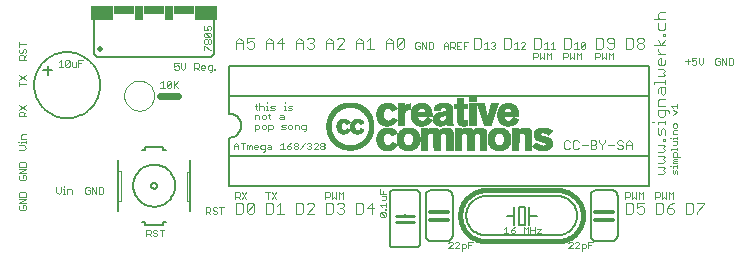
<source format=gto>
G75*
G70*
%OFA0B0*%
%FSLAX24Y24*%
%IPPOS*%
%LPD*%
%AMOC8*
5,1,8,0,0,1.08239X$1,22.5*
%
%ADD10C,0.0030*%
%ADD11C,0.0020*%
%ADD12C,0.0000*%
%ADD13C,0.0001*%
%ADD14C,0.0060*%
%ADD15C,0.0040*%
%ADD16C,0.0240*%
%ADD17C,0.0100*%
%ADD18C,0.0200*%
%ADD19R,0.0750X0.0500*%
%ADD20R,0.0700X0.0300*%
%ADD21R,0.0300X0.0500*%
%ADD22C,0.0160*%
%ADD23C,0.0120*%
D10*
X009316Y017166D02*
X009501Y017166D01*
X009563Y017227D01*
X009563Y017474D01*
X009501Y017536D01*
X009316Y017536D01*
X009316Y017166D01*
X009684Y017227D02*
X009684Y017474D01*
X009746Y017536D01*
X009869Y017536D01*
X009931Y017474D01*
X009684Y017227D01*
X009746Y017166D01*
X009869Y017166D01*
X009931Y017227D01*
X009931Y017474D01*
X010316Y017536D02*
X010316Y017166D01*
X010501Y017166D01*
X010563Y017227D01*
X010563Y017474D01*
X010501Y017536D01*
X010316Y017536D01*
X010684Y017413D02*
X010808Y017536D01*
X010808Y017166D01*
X010931Y017166D02*
X010684Y017166D01*
X011316Y017166D02*
X011501Y017166D01*
X011563Y017227D01*
X011563Y017474D01*
X011501Y017536D01*
X011316Y017536D01*
X011316Y017166D01*
X011684Y017166D02*
X011931Y017413D01*
X011931Y017474D01*
X011869Y017536D01*
X011746Y017536D01*
X011684Y017474D01*
X011684Y017166D02*
X011931Y017166D01*
X012316Y017166D02*
X012316Y017536D01*
X012501Y017536D01*
X012563Y017474D01*
X012563Y017227D01*
X012501Y017166D01*
X012316Y017166D01*
X012684Y017227D02*
X012746Y017166D01*
X012869Y017166D01*
X012931Y017227D01*
X012931Y017289D01*
X012869Y017351D01*
X012808Y017351D01*
X012869Y017351D02*
X012931Y017413D01*
X012931Y017474D01*
X012869Y017536D01*
X012746Y017536D01*
X012684Y017474D01*
X013316Y017536D02*
X013316Y017166D01*
X013501Y017166D01*
X013563Y017227D01*
X013563Y017474D01*
X013501Y017536D01*
X013316Y017536D01*
X013684Y017351D02*
X013931Y017351D01*
X013869Y017166D02*
X013869Y017536D01*
X013684Y017351D01*
X013684Y022666D02*
X013931Y022666D01*
X013808Y022666D02*
X013808Y023036D01*
X013684Y022913D01*
X013563Y022913D02*
X013563Y022666D01*
X013563Y022851D02*
X013316Y022851D01*
X013316Y022913D02*
X013439Y023036D01*
X013563Y022913D01*
X013316Y022913D02*
X013316Y022666D01*
X012931Y022666D02*
X012684Y022666D01*
X012931Y022913D01*
X012931Y022974D01*
X012869Y023036D01*
X012746Y023036D01*
X012684Y022974D01*
X012563Y022913D02*
X012563Y022666D01*
X012563Y022851D02*
X012316Y022851D01*
X012316Y022913D02*
X012439Y023036D01*
X012563Y022913D01*
X012316Y022913D02*
X012316Y022666D01*
X011931Y022727D02*
X011869Y022666D01*
X011746Y022666D01*
X011684Y022727D01*
X011563Y022666D02*
X011563Y022913D01*
X011439Y023036D01*
X011316Y022913D01*
X011316Y022666D01*
X011316Y022851D02*
X011563Y022851D01*
X011684Y022974D02*
X011746Y023036D01*
X011869Y023036D01*
X011931Y022974D01*
X011931Y022913D01*
X011869Y022851D01*
X011931Y022789D01*
X011931Y022727D01*
X011869Y022851D02*
X011808Y022851D01*
X010931Y022851D02*
X010684Y022851D01*
X010869Y023036D01*
X010869Y022666D01*
X010563Y022666D02*
X010563Y022913D01*
X010439Y023036D01*
X010316Y022913D01*
X010316Y022666D01*
X010316Y022851D02*
X010563Y022851D01*
X009931Y022851D02*
X009931Y022727D01*
X009869Y022666D01*
X009746Y022666D01*
X009684Y022727D01*
X009684Y022851D02*
X009808Y022913D01*
X009869Y022913D01*
X009931Y022851D01*
X009931Y023036D02*
X009684Y023036D01*
X009684Y022851D01*
X009563Y022851D02*
X009316Y022851D01*
X009316Y022913D02*
X009439Y023036D01*
X009563Y022913D01*
X009563Y022666D01*
X009316Y022666D02*
X009316Y022913D01*
X014316Y022913D02*
X014316Y022666D01*
X014316Y022851D02*
X014563Y022851D01*
X014563Y022913D02*
X014563Y022666D01*
X014684Y022727D02*
X014931Y022974D01*
X014931Y022727D01*
X014869Y022666D01*
X014746Y022666D01*
X014684Y022727D01*
X014684Y022974D01*
X014746Y023036D01*
X014869Y023036D01*
X014931Y022974D01*
X014563Y022913D02*
X014439Y023036D01*
X014316Y022913D01*
X017246Y023036D02*
X017246Y022666D01*
X017431Y022666D01*
X017493Y022727D01*
X017493Y022974D01*
X017431Y023036D01*
X017246Y023036D01*
X018246Y023036D02*
X018246Y022666D01*
X018431Y022666D01*
X018493Y022727D01*
X018493Y022974D01*
X018431Y023036D01*
X018246Y023036D01*
X019246Y023036D02*
X019246Y022666D01*
X019431Y022666D01*
X019493Y022727D01*
X019493Y022974D01*
X019431Y023036D01*
X019246Y023036D01*
X020246Y023036D02*
X020246Y022666D01*
X020431Y022666D01*
X020493Y022727D01*
X020493Y022974D01*
X020431Y023036D01*
X020246Y023036D01*
X021316Y023036D02*
X021316Y022666D01*
X021501Y022666D01*
X021563Y022727D01*
X021563Y022974D01*
X021501Y023036D01*
X021316Y023036D01*
X021684Y022974D02*
X021684Y022913D01*
X021746Y022851D01*
X021931Y022851D01*
X021931Y022974D02*
X021869Y023036D01*
X021746Y023036D01*
X021684Y022974D01*
X021684Y022727D02*
X021746Y022666D01*
X021869Y022666D01*
X021931Y022727D01*
X021931Y022974D01*
X022316Y023036D02*
X022316Y022666D01*
X022501Y022666D01*
X022563Y022727D01*
X022563Y022974D01*
X022501Y023036D01*
X022316Y023036D01*
X022684Y022974D02*
X022684Y022913D01*
X022746Y022851D01*
X022869Y022851D01*
X022931Y022789D01*
X022931Y022727D01*
X022869Y022666D01*
X022746Y022666D01*
X022684Y022727D01*
X022684Y022789D01*
X022746Y022851D01*
X022869Y022851D02*
X022931Y022913D01*
X022931Y022974D01*
X022869Y023036D01*
X022746Y023036D01*
X022684Y022974D01*
X023265Y022784D02*
X023636Y022784D01*
X023512Y022784D02*
X023389Y022969D01*
X023574Y023091D02*
X023574Y023153D01*
X023636Y023153D01*
X023636Y023091D01*
X023574Y023091D01*
X023636Y022969D02*
X023512Y022784D01*
X023389Y022663D02*
X023389Y022601D01*
X023512Y022477D01*
X023512Y022356D02*
X023512Y022109D01*
X023451Y022109D02*
X023389Y022171D01*
X023389Y022294D01*
X023451Y022356D01*
X023512Y022356D01*
X023636Y022294D02*
X023636Y022171D01*
X023574Y022109D01*
X023451Y022109D01*
X023389Y021988D02*
X023574Y021988D01*
X023636Y021926D01*
X023574Y021864D01*
X023636Y021802D01*
X023574Y021741D01*
X023389Y021741D01*
X023265Y021557D02*
X023636Y021557D01*
X023636Y021495D02*
X023636Y021619D01*
X023636Y021374D02*
X023636Y021189D01*
X023574Y021127D01*
X023512Y021189D01*
X023512Y021374D01*
X023451Y021374D02*
X023636Y021374D01*
X023451Y021374D02*
X023389Y021312D01*
X023389Y021189D01*
X023451Y021005D02*
X023636Y021005D01*
X023451Y021005D02*
X023389Y020944D01*
X023389Y020759D01*
X023636Y020759D01*
X023636Y020637D02*
X023636Y020452D01*
X023574Y020390D01*
X023451Y020390D01*
X023389Y020452D01*
X023389Y020637D01*
X023697Y020637D01*
X023759Y020575D01*
X023759Y020514D01*
X023636Y020268D02*
X023636Y020145D01*
X023636Y020206D02*
X023389Y020206D01*
X023389Y020145D01*
X023389Y020023D02*
X023389Y019838D01*
X023451Y019776D01*
X023512Y019838D01*
X023512Y019962D01*
X023574Y020023D01*
X023636Y019962D01*
X023636Y019776D01*
X023636Y019654D02*
X023636Y019592D01*
X023574Y019592D01*
X023574Y019654D01*
X023636Y019654D01*
X023574Y019471D02*
X023389Y019471D01*
X023574Y019471D02*
X023636Y019409D01*
X023574Y019347D01*
X023636Y019286D01*
X023574Y019224D01*
X023389Y019224D01*
X023389Y019103D02*
X023574Y019103D01*
X023636Y019041D01*
X023574Y018979D01*
X023636Y018917D01*
X023574Y018856D01*
X023389Y018856D01*
X023389Y018734D02*
X023574Y018734D01*
X023636Y018673D01*
X023574Y018611D01*
X023636Y018549D01*
X023574Y018487D01*
X023389Y018487D01*
X023316Y017536D02*
X023501Y017536D01*
X023563Y017474D01*
X023563Y017227D01*
X023501Y017166D01*
X023316Y017166D01*
X023316Y017536D01*
X022931Y017536D02*
X022684Y017536D01*
X022684Y017351D01*
X022808Y017413D01*
X022869Y017413D01*
X022931Y017351D01*
X022931Y017227D01*
X022869Y017166D01*
X022746Y017166D01*
X022684Y017227D01*
X022563Y017227D02*
X022563Y017474D01*
X022501Y017536D01*
X022316Y017536D01*
X022316Y017166D01*
X022501Y017166D01*
X022563Y017227D01*
X023684Y017227D02*
X023746Y017166D01*
X023869Y017166D01*
X023931Y017227D01*
X023931Y017289D01*
X023869Y017351D01*
X023684Y017351D01*
X023684Y017227D01*
X023684Y017351D02*
X023808Y017474D01*
X023931Y017536D01*
X024316Y017536D02*
X024316Y017166D01*
X024501Y017166D01*
X024563Y017227D01*
X024563Y017474D01*
X024501Y017536D01*
X024316Y017536D01*
X024684Y017536D02*
X024931Y017536D01*
X024931Y017474D01*
X024684Y017227D01*
X024684Y017166D01*
X022522Y019316D02*
X022522Y019509D01*
X022425Y019606D01*
X022328Y019509D01*
X022328Y019316D01*
X022227Y019364D02*
X022179Y019316D01*
X022082Y019316D01*
X022034Y019364D01*
X022082Y019461D02*
X022179Y019461D01*
X022227Y019413D01*
X022227Y019364D01*
X022328Y019461D02*
X022522Y019461D01*
X022227Y019558D02*
X022179Y019606D01*
X022082Y019606D01*
X022034Y019558D01*
X022034Y019509D01*
X022082Y019461D01*
X021932Y019461D02*
X021739Y019461D01*
X021638Y019558D02*
X021638Y019606D01*
X021638Y019558D02*
X021541Y019461D01*
X021541Y019316D01*
X021541Y019461D02*
X021444Y019558D01*
X021444Y019606D01*
X021343Y019558D02*
X021343Y019509D01*
X021295Y019461D01*
X021150Y019461D01*
X021049Y019461D02*
X020855Y019461D01*
X020754Y019558D02*
X020706Y019606D01*
X020609Y019606D01*
X020560Y019558D01*
X020560Y019364D01*
X020609Y019316D01*
X020706Y019316D01*
X020754Y019364D01*
X020459Y019364D02*
X020411Y019316D01*
X020314Y019316D01*
X020266Y019364D01*
X020266Y019558D01*
X020314Y019606D01*
X020411Y019606D01*
X020459Y019558D01*
X021150Y019606D02*
X021150Y019316D01*
X021295Y019316D01*
X021343Y019364D01*
X021343Y019413D01*
X021295Y019461D01*
X021343Y019558D02*
X021295Y019606D01*
X021150Y019606D01*
X023204Y020206D02*
X023265Y020206D01*
X023265Y021495D02*
X023265Y021557D01*
X023389Y022477D02*
X023636Y022477D01*
X023574Y023275D02*
X023636Y023337D01*
X023636Y023522D01*
X023636Y023644D02*
X023265Y023644D01*
X023389Y023705D02*
X023389Y023829D01*
X023451Y023890D01*
X023636Y023890D01*
X023451Y023644D02*
X023389Y023705D01*
X023389Y023522D02*
X023389Y023337D01*
X023451Y023275D01*
X023574Y023275D01*
D11*
X024384Y022314D02*
X024384Y022167D01*
X024311Y022241D02*
X024458Y022241D01*
X024532Y022241D02*
X024605Y022278D01*
X024642Y022278D01*
X024679Y022241D01*
X024679Y022167D01*
X024642Y022131D01*
X024568Y022131D01*
X024532Y022167D01*
X024532Y022241D02*
X024532Y022351D01*
X024679Y022351D01*
X024753Y022351D02*
X024753Y022204D01*
X024826Y022131D01*
X024900Y022204D01*
X024900Y022351D01*
X025311Y022314D02*
X025311Y022167D01*
X025347Y022131D01*
X025421Y022131D01*
X025458Y022167D01*
X025458Y022241D01*
X025384Y022241D01*
X025311Y022314D02*
X025347Y022351D01*
X025421Y022351D01*
X025458Y022314D01*
X025532Y022351D02*
X025679Y022131D01*
X025679Y022351D01*
X025753Y022351D02*
X025753Y022131D01*
X025863Y022131D01*
X025900Y022167D01*
X025900Y022314D01*
X025863Y022351D01*
X025753Y022351D01*
X025532Y022351D02*
X025532Y022131D01*
X024041Y020839D02*
X024041Y020692D01*
X024041Y020766D02*
X023821Y020766D01*
X023894Y020692D01*
X023894Y020618D02*
X024041Y020545D01*
X023894Y020471D01*
X023931Y020176D02*
X023894Y020139D01*
X023894Y020066D01*
X023931Y020029D01*
X024004Y020029D01*
X024041Y020066D01*
X024041Y020139D01*
X024004Y020176D01*
X023931Y020176D01*
X023931Y019955D02*
X024041Y019955D01*
X023931Y019955D02*
X023894Y019918D01*
X023894Y019808D01*
X024041Y019808D01*
X024041Y019734D02*
X024041Y019661D01*
X024041Y019698D02*
X023894Y019698D01*
X023894Y019661D01*
X023894Y019587D02*
X024041Y019587D01*
X024041Y019477D01*
X024004Y019440D01*
X023894Y019440D01*
X023821Y019329D02*
X024041Y019329D01*
X024041Y019293D02*
X024041Y019366D01*
X024004Y019219D02*
X024041Y019182D01*
X024041Y019072D01*
X024114Y019072D02*
X023894Y019072D01*
X023894Y019182D01*
X023931Y019219D01*
X024004Y019219D01*
X023821Y019293D02*
X023821Y019329D01*
X023931Y018998D02*
X024041Y018998D01*
X024041Y018924D02*
X023931Y018924D01*
X023894Y018961D01*
X023931Y018998D01*
X023931Y018924D02*
X023894Y018887D01*
X023894Y018851D01*
X024041Y018851D01*
X024041Y018777D02*
X024041Y018703D01*
X024041Y018740D02*
X023894Y018740D01*
X023894Y018703D01*
X023894Y018629D02*
X023894Y018519D01*
X023931Y018482D01*
X023967Y018519D01*
X023967Y018593D01*
X024004Y018629D01*
X024041Y018593D01*
X024041Y018482D01*
X023821Y018740D02*
X023784Y018740D01*
X023753Y017881D02*
X023826Y017808D01*
X023900Y017881D01*
X023900Y017661D01*
X023753Y017661D02*
X023753Y017881D01*
X023679Y017881D02*
X023679Y017661D01*
X023605Y017734D01*
X023532Y017661D01*
X023532Y017881D01*
X023458Y017844D02*
X023458Y017771D01*
X023421Y017734D01*
X023311Y017734D01*
X023311Y017661D02*
X023311Y017881D01*
X023421Y017881D01*
X023458Y017844D01*
X022900Y017881D02*
X022900Y017661D01*
X022753Y017661D02*
X022753Y017881D01*
X022826Y017808D01*
X022900Y017881D01*
X022679Y017881D02*
X022679Y017661D01*
X022605Y017734D01*
X022532Y017661D01*
X022532Y017881D01*
X022458Y017844D02*
X022458Y017771D01*
X022421Y017734D01*
X022311Y017734D01*
X022311Y017661D02*
X022311Y017881D01*
X022421Y017881D01*
X022458Y017844D01*
X021221Y016231D02*
X021074Y016231D01*
X021074Y016011D01*
X021000Y016047D02*
X020963Y016011D01*
X020853Y016011D01*
X020853Y015937D02*
X020853Y016158D01*
X020963Y016158D01*
X021000Y016121D01*
X021000Y016047D01*
X021074Y016121D02*
X021147Y016121D01*
X020779Y016158D02*
X020779Y016194D01*
X020742Y016231D01*
X020668Y016231D01*
X020632Y016194D01*
X020558Y016194D02*
X020558Y016158D01*
X020411Y016011D01*
X020558Y016011D01*
X020632Y016011D02*
X020779Y016158D01*
X020779Y016011D02*
X020632Y016011D01*
X020558Y016194D02*
X020521Y016231D01*
X020447Y016231D01*
X020411Y016194D01*
X019512Y016511D02*
X019366Y016511D01*
X019512Y016658D01*
X019366Y016658D01*
X019291Y016621D02*
X019145Y016621D01*
X019145Y016511D02*
X019145Y016731D01*
X019071Y016731D02*
X019071Y016511D01*
X018924Y016511D02*
X018924Y016731D01*
X018997Y016658D01*
X019071Y016731D01*
X019291Y016731D02*
X019291Y016511D01*
X018629Y016547D02*
X018629Y016584D01*
X018592Y016621D01*
X018482Y016621D01*
X018482Y016547D01*
X018518Y016511D01*
X018592Y016511D01*
X018629Y016547D01*
X018555Y016694D02*
X018629Y016731D01*
X018555Y016694D02*
X018482Y016621D01*
X018408Y016511D02*
X018261Y016511D01*
X018334Y016511D02*
X018334Y016731D01*
X018261Y016658D01*
X017221Y016231D02*
X017074Y016231D01*
X017074Y016011D01*
X017000Y016047D02*
X016963Y016011D01*
X016853Y016011D01*
X016853Y015937D02*
X016853Y016158D01*
X016963Y016158D01*
X017000Y016121D01*
X017000Y016047D01*
X017074Y016121D02*
X017147Y016121D01*
X016779Y016158D02*
X016779Y016194D01*
X016742Y016231D01*
X016668Y016231D01*
X016632Y016194D01*
X016558Y016194D02*
X016558Y016158D01*
X016411Y016011D01*
X016558Y016011D01*
X016632Y016011D02*
X016779Y016158D01*
X016779Y016011D02*
X016632Y016011D01*
X016558Y016194D02*
X016521Y016231D01*
X016447Y016231D01*
X016411Y016194D01*
X014341Y017097D02*
X014304Y017061D01*
X014157Y017208D01*
X014304Y017208D01*
X014341Y017171D01*
X014341Y017097D01*
X014304Y017061D02*
X014157Y017061D01*
X014121Y017097D01*
X014121Y017171D01*
X014157Y017208D01*
X014304Y017282D02*
X014304Y017318D01*
X014341Y017318D01*
X014341Y017282D01*
X014304Y017282D01*
X014341Y017392D02*
X014341Y017539D01*
X014341Y017466D02*
X014121Y017466D01*
X014194Y017392D01*
X014194Y017613D02*
X014304Y017613D01*
X014341Y017650D01*
X014341Y017760D01*
X014194Y017760D01*
X014231Y017834D02*
X014231Y017908D01*
X014121Y017834D02*
X014121Y017981D01*
X014121Y017834D02*
X014341Y017834D01*
X012900Y017881D02*
X012900Y017661D01*
X012753Y017661D02*
X012753Y017881D01*
X012826Y017808D01*
X012900Y017881D01*
X012679Y017881D02*
X012679Y017661D01*
X012605Y017734D01*
X012532Y017661D01*
X012532Y017881D01*
X012458Y017844D02*
X012458Y017771D01*
X012421Y017734D01*
X012311Y017734D01*
X012311Y017661D02*
X012311Y017881D01*
X012421Y017881D01*
X012458Y017844D01*
X012244Y019311D02*
X012170Y019311D01*
X012134Y019347D01*
X012134Y019384D01*
X012170Y019421D01*
X012244Y019421D01*
X012280Y019384D01*
X012280Y019347D01*
X012244Y019311D01*
X012244Y019421D02*
X012280Y019458D01*
X012280Y019494D01*
X012244Y019531D01*
X012170Y019531D01*
X012134Y019494D01*
X012134Y019458D01*
X012170Y019421D01*
X012059Y019458D02*
X012059Y019494D01*
X012023Y019531D01*
X011949Y019531D01*
X011913Y019494D01*
X011838Y019494D02*
X011838Y019458D01*
X011802Y019421D01*
X011838Y019384D01*
X011838Y019347D01*
X011802Y019311D01*
X011728Y019311D01*
X011692Y019347D01*
X011765Y019421D02*
X011802Y019421D01*
X011838Y019494D02*
X011802Y019531D01*
X011728Y019531D01*
X011692Y019494D01*
X011617Y019531D02*
X011471Y019311D01*
X011396Y019347D02*
X011360Y019311D01*
X011286Y019311D01*
X011250Y019347D01*
X011250Y019384D01*
X011286Y019421D01*
X011360Y019421D01*
X011396Y019384D01*
X011396Y019347D01*
X011360Y019421D02*
X011396Y019458D01*
X011396Y019494D01*
X011360Y019531D01*
X011286Y019531D01*
X011250Y019494D01*
X011250Y019458D01*
X011286Y019421D01*
X011175Y019384D02*
X011139Y019421D01*
X011029Y019421D01*
X011029Y019347D01*
X011065Y019311D01*
X011139Y019311D01*
X011175Y019347D01*
X011175Y019384D01*
X011102Y019494D02*
X011029Y019421D01*
X011102Y019494D02*
X011175Y019531D01*
X010881Y019531D02*
X010881Y019311D01*
X010808Y019311D02*
X010954Y019311D01*
X010808Y019458D02*
X010881Y019531D01*
X010512Y019421D02*
X010512Y019311D01*
X010402Y019311D01*
X010366Y019347D01*
X010402Y019384D01*
X010512Y019384D01*
X010512Y019421D02*
X010476Y019458D01*
X010402Y019458D01*
X010291Y019458D02*
X010181Y019458D01*
X010145Y019421D01*
X010145Y019347D01*
X010181Y019311D01*
X010291Y019311D01*
X010291Y019274D02*
X010291Y019458D01*
X010291Y019274D02*
X010255Y019237D01*
X010218Y019237D01*
X010034Y019311D02*
X009960Y019311D01*
X009924Y019347D01*
X009924Y019421D01*
X009960Y019458D01*
X010034Y019458D01*
X010071Y019421D01*
X010071Y019384D01*
X009924Y019384D01*
X009850Y019421D02*
X009850Y019311D01*
X009776Y019311D02*
X009776Y019421D01*
X009813Y019458D01*
X009850Y019421D01*
X009776Y019421D02*
X009739Y019458D01*
X009703Y019458D01*
X009703Y019311D01*
X009555Y019311D02*
X009555Y019531D01*
X009482Y019531D02*
X009629Y019531D01*
X009408Y019458D02*
X009408Y019311D01*
X009408Y019421D02*
X009261Y019421D01*
X009261Y019458D02*
X009334Y019531D01*
X009408Y019458D01*
X009261Y019458D02*
X009261Y019311D01*
X009961Y019919D02*
X009961Y020139D01*
X010071Y020139D01*
X010108Y020103D01*
X010108Y020029D01*
X010071Y019993D01*
X009961Y019993D01*
X010182Y020029D02*
X010218Y019993D01*
X010292Y019993D01*
X010329Y020029D01*
X010329Y020103D01*
X010292Y020139D01*
X010218Y020139D01*
X010182Y020103D01*
X010182Y020029D01*
X010403Y019993D02*
X010513Y019993D01*
X010550Y020029D01*
X010550Y020103D01*
X010513Y020139D01*
X010403Y020139D01*
X010403Y019919D01*
X010845Y019993D02*
X010955Y019993D01*
X010991Y020029D01*
X010955Y020066D01*
X010881Y020066D01*
X010845Y020103D01*
X010881Y020139D01*
X010991Y020139D01*
X011066Y020103D02*
X011066Y020029D01*
X011102Y019993D01*
X011176Y019993D01*
X011212Y020029D01*
X011212Y020103D01*
X011176Y020139D01*
X011102Y020139D01*
X011066Y020103D01*
X011287Y020139D02*
X011397Y020139D01*
X011433Y020103D01*
X011433Y019993D01*
X011508Y020029D02*
X011544Y019993D01*
X011654Y019993D01*
X011654Y019956D02*
X011654Y020139D01*
X011544Y020139D01*
X011508Y020103D01*
X011508Y020029D01*
X011581Y019919D02*
X011618Y019919D01*
X011654Y019956D01*
X011287Y019993D02*
X011287Y020139D01*
X010918Y020308D02*
X010808Y020308D01*
X010771Y020344D01*
X010808Y020381D01*
X010918Y020381D01*
X010918Y020418D02*
X010918Y020308D01*
X010918Y020418D02*
X010881Y020454D01*
X010808Y020454D01*
X010918Y020623D02*
X010992Y020623D01*
X010955Y020623D02*
X010955Y020769D01*
X010918Y020769D01*
X010955Y020843D02*
X010955Y020879D01*
X011066Y020733D02*
X011102Y020769D01*
X011212Y020769D01*
X011176Y020696D02*
X011102Y020696D01*
X011066Y020733D01*
X011066Y020623D02*
X011176Y020623D01*
X011212Y020659D01*
X011176Y020696D01*
X010623Y020659D02*
X010586Y020696D01*
X010513Y020696D01*
X010476Y020733D01*
X010513Y020769D01*
X010623Y020769D01*
X010623Y020659D02*
X010586Y020623D01*
X010476Y020623D01*
X010402Y020623D02*
X010329Y020623D01*
X010366Y020623D02*
X010366Y020769D01*
X010329Y020769D01*
X010366Y020843D02*
X010366Y020879D01*
X010255Y020733D02*
X010255Y020623D01*
X010255Y020733D02*
X010218Y020769D01*
X010145Y020769D01*
X010108Y020733D01*
X010034Y020769D02*
X009961Y020769D01*
X009997Y020806D02*
X009997Y020659D01*
X010034Y020623D01*
X010108Y020623D02*
X010108Y020843D01*
X010071Y020454D02*
X010108Y020418D01*
X010108Y020308D01*
X010182Y020344D02*
X010218Y020308D01*
X010292Y020308D01*
X010329Y020344D01*
X010329Y020418D01*
X010292Y020454D01*
X010218Y020454D01*
X010182Y020418D01*
X010182Y020344D01*
X010071Y020454D02*
X009961Y020454D01*
X009961Y020308D01*
X010403Y020454D02*
X010476Y020454D01*
X010439Y020491D02*
X010439Y020344D01*
X010476Y020308D01*
X011913Y019311D02*
X012059Y019458D01*
X012059Y019311D02*
X011913Y019311D01*
X010679Y017881D02*
X010532Y017661D01*
X010679Y017661D02*
X010532Y017881D01*
X010458Y017881D02*
X010311Y017881D01*
X010384Y017881D02*
X010384Y017661D01*
X009679Y017661D02*
X009532Y017881D01*
X009458Y017844D02*
X009458Y017771D01*
X009421Y017734D01*
X009311Y017734D01*
X009384Y017734D02*
X009458Y017661D01*
X009532Y017661D02*
X009679Y017881D01*
X009458Y017844D02*
X009421Y017881D01*
X009311Y017881D01*
X009311Y017661D01*
X008916Y017381D02*
X008770Y017381D01*
X008843Y017381D02*
X008843Y017161D01*
X008695Y017197D02*
X008659Y017161D01*
X008585Y017161D01*
X008549Y017197D01*
X008585Y017271D02*
X008659Y017271D01*
X008695Y017234D01*
X008695Y017197D01*
X008585Y017271D02*
X008549Y017308D01*
X008549Y017344D01*
X008585Y017381D01*
X008659Y017381D01*
X008695Y017344D01*
X008474Y017344D02*
X008474Y017271D01*
X008438Y017234D01*
X008328Y017234D01*
X008401Y017234D02*
X008474Y017161D01*
X008328Y017161D02*
X008328Y017381D01*
X008438Y017381D01*
X008474Y017344D01*
X007801Y017601D02*
X007701Y017601D01*
X007701Y018551D01*
X007801Y018551D01*
X006932Y016639D02*
X006785Y016639D01*
X006858Y016639D02*
X006858Y016419D01*
X006711Y016455D02*
X006711Y016492D01*
X006674Y016529D01*
X006601Y016529D01*
X006564Y016565D01*
X006564Y016602D01*
X006601Y016639D01*
X006674Y016639D01*
X006711Y016602D01*
X006711Y016455D02*
X006674Y016419D01*
X006601Y016419D01*
X006564Y016455D01*
X006490Y016419D02*
X006416Y016492D01*
X006453Y016492D02*
X006343Y016492D01*
X006343Y016419D02*
X006343Y016639D01*
X006453Y016639D01*
X006490Y016602D01*
X006490Y016529D01*
X006453Y016492D01*
X005501Y017601D02*
X005501Y018601D01*
X005401Y018601D01*
X004863Y018051D02*
X004753Y018051D01*
X004753Y017831D01*
X004863Y017831D01*
X004900Y017867D01*
X004900Y018014D01*
X004863Y018051D01*
X004679Y018051D02*
X004679Y017831D01*
X004532Y018051D01*
X004532Y017831D01*
X004458Y017867D02*
X004458Y017941D01*
X004384Y017941D01*
X004311Y018014D02*
X004311Y017867D01*
X004347Y017831D01*
X004421Y017831D01*
X004458Y017867D01*
X004458Y018014D02*
X004421Y018051D01*
X004347Y018051D01*
X004311Y018014D01*
X003856Y017941D02*
X003856Y017831D01*
X003856Y017941D02*
X003819Y017978D01*
X003709Y017978D01*
X003709Y017831D01*
X003635Y017831D02*
X003562Y017831D01*
X003598Y017831D02*
X003598Y017978D01*
X003562Y017978D01*
X003598Y018051D02*
X003598Y018088D01*
X003488Y018051D02*
X003488Y017904D01*
X003414Y017831D01*
X003341Y017904D01*
X003341Y018051D01*
X002325Y017848D02*
X002325Y017738D01*
X002105Y017738D01*
X002105Y017848D01*
X002142Y017885D01*
X002289Y017885D01*
X002325Y017848D01*
X002325Y017664D02*
X002105Y017664D01*
X002105Y017517D02*
X002325Y017664D01*
X002325Y017517D02*
X002105Y017517D01*
X002142Y017443D02*
X002105Y017406D01*
X002105Y017333D01*
X002142Y017296D01*
X002289Y017296D01*
X002325Y017333D01*
X002325Y017406D01*
X002289Y017443D01*
X002215Y017443D01*
X002215Y017369D01*
X002142Y018296D02*
X002289Y018296D01*
X002325Y018333D01*
X002325Y018406D01*
X002289Y018443D01*
X002215Y018443D01*
X002215Y018369D01*
X002142Y018296D02*
X002105Y018333D01*
X002105Y018406D01*
X002142Y018443D01*
X002105Y018517D02*
X002325Y018664D01*
X002105Y018664D01*
X002105Y018738D02*
X002105Y018848D01*
X002142Y018885D01*
X002289Y018885D01*
X002325Y018848D01*
X002325Y018738D01*
X002105Y018738D01*
X002105Y018517D02*
X002325Y018517D01*
X002252Y019296D02*
X002325Y019369D01*
X002252Y019443D01*
X002105Y019443D01*
X002179Y019517D02*
X002179Y019554D01*
X002325Y019554D01*
X002325Y019590D02*
X002325Y019517D01*
X002325Y019664D02*
X002179Y019664D01*
X002179Y019774D01*
X002215Y019811D01*
X002325Y019811D01*
X002105Y019554D02*
X002069Y019554D01*
X002105Y019296D02*
X002252Y019296D01*
X002252Y020406D02*
X002252Y020516D01*
X002215Y020553D01*
X002142Y020553D01*
X002105Y020516D01*
X002105Y020406D01*
X002325Y020406D01*
X002252Y020479D02*
X002325Y020553D01*
X002325Y020627D02*
X002105Y020774D01*
X002105Y020627D02*
X002325Y020774D01*
X002105Y021406D02*
X002105Y021553D01*
X002105Y021479D02*
X002325Y021479D01*
X002325Y021627D02*
X002105Y021774D01*
X002105Y021627D02*
X002325Y021774D01*
X002325Y022296D02*
X002105Y022296D01*
X002105Y022406D01*
X002142Y022443D01*
X002215Y022443D01*
X002252Y022406D01*
X002252Y022296D01*
X002252Y022369D02*
X002325Y022443D01*
X002289Y022517D02*
X002325Y022554D01*
X002325Y022627D01*
X002289Y022664D01*
X002252Y022664D01*
X002215Y022627D01*
X002215Y022554D01*
X002179Y022517D01*
X002142Y022517D01*
X002105Y022554D01*
X002105Y022627D01*
X002142Y022664D01*
X002105Y022738D02*
X002105Y022885D01*
X002105Y022811D02*
X002325Y022811D01*
X003413Y022211D02*
X003487Y022284D01*
X003487Y022064D01*
X003560Y022064D02*
X003413Y022064D01*
X003634Y022101D02*
X003781Y022248D01*
X003781Y022101D01*
X003744Y022064D01*
X003671Y022064D01*
X003634Y022101D01*
X003634Y022248D01*
X003671Y022284D01*
X003744Y022284D01*
X003781Y022248D01*
X003855Y022211D02*
X003855Y022101D01*
X003892Y022064D01*
X004002Y022064D01*
X004002Y022211D01*
X004076Y022174D02*
X004149Y022174D01*
X004076Y022064D02*
X004076Y022284D01*
X004223Y022284D01*
X006811Y021508D02*
X006884Y021581D01*
X006884Y021361D01*
X006811Y021361D02*
X006958Y021361D01*
X007032Y021397D02*
X007179Y021544D01*
X007179Y021397D01*
X007142Y021361D01*
X007068Y021361D01*
X007032Y021397D01*
X007032Y021544D01*
X007068Y021581D01*
X007142Y021581D01*
X007179Y021544D01*
X007253Y021581D02*
X007253Y021361D01*
X007253Y021434D02*
X007400Y021581D01*
X007289Y021471D02*
X007400Y021361D01*
X007386Y021961D02*
X007313Y021961D01*
X007276Y021998D01*
X007276Y022071D02*
X007350Y022108D01*
X007386Y022108D01*
X007423Y022071D01*
X007423Y021998D01*
X007386Y021961D01*
X007497Y022035D02*
X007571Y021961D01*
X007644Y022035D01*
X007644Y022181D01*
X007497Y022181D02*
X007497Y022035D01*
X007423Y022181D02*
X007276Y022181D01*
X007276Y022071D01*
X007939Y022035D02*
X008049Y022035D01*
X008086Y022071D01*
X008086Y022145D01*
X008049Y022181D01*
X007939Y022181D01*
X007939Y021961D01*
X008012Y022035D02*
X008086Y021961D01*
X008160Y021998D02*
X008160Y022071D01*
X008197Y022108D01*
X008270Y022108D01*
X008307Y022071D01*
X008307Y022035D01*
X008160Y022035D01*
X008160Y021998D02*
X008197Y021961D01*
X008270Y021961D01*
X008381Y021998D02*
X008418Y021961D01*
X008528Y021961D01*
X008528Y021924D02*
X008528Y022108D01*
X008418Y022108D01*
X008381Y022071D01*
X008381Y021998D01*
X008454Y021888D02*
X008491Y021888D01*
X008528Y021924D01*
X008602Y021961D02*
X008639Y021961D01*
X008639Y021998D01*
X008602Y021998D01*
X008602Y021961D01*
X008495Y022612D02*
X008458Y022612D01*
X008311Y022759D01*
X008275Y022759D01*
X008275Y022612D01*
X008311Y022833D02*
X008348Y022833D01*
X008385Y022870D01*
X008385Y022943D01*
X008421Y022980D01*
X008458Y022980D01*
X008495Y022943D01*
X008495Y022870D01*
X008458Y022833D01*
X008421Y022833D01*
X008385Y022870D01*
X008385Y022943D02*
X008348Y022980D01*
X008311Y022980D01*
X008275Y022943D01*
X008275Y022870D01*
X008311Y022833D01*
X008311Y023054D02*
X008275Y023091D01*
X008275Y023164D01*
X008311Y023201D01*
X008458Y023054D01*
X008495Y023091D01*
X008495Y023164D01*
X008458Y023201D01*
X008311Y023201D01*
X008275Y023275D02*
X008385Y023275D01*
X008348Y023349D01*
X008348Y023385D01*
X008385Y023422D01*
X008458Y023422D01*
X008495Y023385D01*
X008495Y023312D01*
X008458Y023275D01*
X008275Y023275D02*
X008275Y023422D01*
X008311Y023054D02*
X008458Y023054D01*
X005501Y017601D02*
X005401Y017601D01*
X015311Y022697D02*
X015347Y022661D01*
X015421Y022661D01*
X015458Y022697D01*
X015458Y022771D01*
X015384Y022771D01*
X015311Y022844D02*
X015311Y022697D01*
X015311Y022844D02*
X015347Y022881D01*
X015421Y022881D01*
X015458Y022844D01*
X015532Y022881D02*
X015679Y022661D01*
X015679Y022881D01*
X015753Y022881D02*
X015863Y022881D01*
X015900Y022844D01*
X015900Y022697D01*
X015863Y022661D01*
X015753Y022661D01*
X015753Y022881D01*
X015532Y022881D02*
X015532Y022661D01*
X016251Y022661D02*
X016251Y022808D01*
X016324Y022881D01*
X016398Y022808D01*
X016398Y022661D01*
X016472Y022661D02*
X016472Y022881D01*
X016582Y022881D01*
X016619Y022844D01*
X016619Y022771D01*
X016582Y022734D01*
X016472Y022734D01*
X016545Y022734D02*
X016619Y022661D01*
X016693Y022661D02*
X016693Y022881D01*
X016840Y022881D01*
X016914Y022881D02*
X017061Y022881D01*
X016987Y022771D02*
X016914Y022771D01*
X016914Y022661D02*
X016914Y022881D01*
X016766Y022771D02*
X016693Y022771D01*
X016693Y022661D02*
X016840Y022661D01*
X016398Y022771D02*
X016251Y022771D01*
X017611Y022808D02*
X017684Y022881D01*
X017684Y022661D01*
X017611Y022661D02*
X017758Y022661D01*
X017832Y022697D02*
X017868Y022661D01*
X017942Y022661D01*
X017979Y022697D01*
X017979Y022734D01*
X017942Y022771D01*
X017905Y022771D01*
X017942Y022771D02*
X017979Y022808D01*
X017979Y022844D01*
X017942Y022881D01*
X017868Y022881D01*
X017832Y022844D01*
X018611Y022808D02*
X018684Y022881D01*
X018684Y022661D01*
X018611Y022661D02*
X018758Y022661D01*
X018832Y022661D02*
X018979Y022808D01*
X018979Y022844D01*
X018942Y022881D01*
X018868Y022881D01*
X018832Y022844D01*
X018832Y022661D02*
X018979Y022661D01*
X019241Y022531D02*
X019241Y022311D01*
X019241Y022384D02*
X019351Y022384D01*
X019388Y022421D01*
X019388Y022494D01*
X019351Y022531D01*
X019241Y022531D01*
X019462Y022531D02*
X019462Y022311D01*
X019535Y022384D01*
X019609Y022311D01*
X019609Y022531D01*
X019683Y022531D02*
X019756Y022458D01*
X019830Y022531D01*
X019830Y022311D01*
X019683Y022311D02*
X019683Y022531D01*
X019684Y022661D02*
X019684Y022881D01*
X019611Y022808D01*
X019611Y022661D02*
X019758Y022661D01*
X019832Y022661D02*
X019979Y022661D01*
X019905Y022661D02*
X019905Y022881D01*
X019832Y022808D01*
X020241Y022531D02*
X020241Y022311D01*
X020241Y022384D02*
X020351Y022384D01*
X020388Y022421D01*
X020388Y022494D01*
X020351Y022531D01*
X020241Y022531D01*
X020462Y022531D02*
X020462Y022311D01*
X020535Y022384D01*
X020609Y022311D01*
X020609Y022531D01*
X020683Y022531D02*
X020756Y022458D01*
X020830Y022531D01*
X020830Y022311D01*
X020683Y022311D02*
X020683Y022531D01*
X020684Y022661D02*
X020684Y022881D01*
X020611Y022808D01*
X020611Y022661D02*
X020758Y022661D01*
X020832Y022697D02*
X020979Y022844D01*
X020979Y022697D01*
X020942Y022661D01*
X020868Y022661D01*
X020832Y022697D01*
X020832Y022844D01*
X020868Y022881D01*
X020942Y022881D01*
X020979Y022844D01*
X021311Y022531D02*
X021421Y022531D01*
X021458Y022494D01*
X021458Y022421D01*
X021421Y022384D01*
X021311Y022384D01*
X021311Y022311D02*
X021311Y022531D01*
X021532Y022531D02*
X021532Y022311D01*
X021605Y022384D01*
X021679Y022311D01*
X021679Y022531D01*
X021753Y022531D02*
X021826Y022458D01*
X021900Y022531D01*
X021900Y022311D01*
X021753Y022311D02*
X021753Y022531D01*
X023784Y019698D02*
X023821Y019698D01*
D12*
X019873Y019538D02*
X019807Y019679D01*
X019661Y019737D01*
X019516Y019768D01*
X019449Y019827D01*
X019456Y019851D01*
X019475Y019868D01*
X019503Y019878D01*
X019540Y019882D01*
X019592Y019877D01*
X019648Y019862D01*
X019698Y019838D01*
X019737Y019805D01*
X019866Y019932D01*
X019714Y020008D01*
X019633Y020028D01*
X019550Y020035D01*
X019442Y020022D01*
X019345Y019978D01*
X019275Y019900D01*
X019248Y019785D01*
X019314Y019650D01*
X019460Y019593D01*
X019605Y019563D01*
X019671Y019508D01*
X019659Y019469D01*
X019627Y019447D01*
X019590Y019438D01*
X019557Y019435D01*
X019491Y019442D01*
X019432Y019463D01*
X019380Y019494D01*
X019331Y019536D01*
X019201Y019423D01*
X019278Y019360D01*
X019356Y019316D01*
X019445Y019290D01*
X019550Y019282D01*
X019667Y019295D01*
X019770Y019339D01*
X019845Y019418D01*
X019873Y019538D01*
X019166Y019301D02*
X019156Y019907D01*
X019121Y019973D01*
X019055Y020018D01*
X018949Y020035D01*
X018897Y020031D01*
X018842Y020018D01*
X018788Y019993D01*
X018742Y019953D01*
X018742Y020016D01*
X018532Y020016D01*
X018532Y019301D01*
X018742Y019301D01*
X018748Y019792D01*
X018766Y019830D01*
X018800Y019856D01*
X018854Y019866D01*
X018904Y019857D01*
X018935Y019834D01*
X018951Y019797D01*
X018956Y019301D01*
X019166Y019301D01*
X018448Y019498D02*
X018476Y019659D01*
X018448Y019819D01*
X018369Y019937D01*
X018249Y020010D01*
X018095Y020035D01*
X017941Y020010D01*
X017821Y019937D01*
X017742Y019819D01*
X017714Y019659D01*
X017742Y019498D01*
X017821Y019380D01*
X017941Y019307D01*
X018095Y019282D01*
X018249Y019307D01*
X018369Y019380D01*
X018448Y019498D01*
X018256Y019577D02*
X018225Y019506D01*
X018172Y019460D01*
X018095Y019443D01*
X018095Y019282D01*
X018095Y019443D01*
X018018Y019460D01*
X017965Y019505D01*
X017934Y019573D01*
X017924Y019659D01*
X017934Y019744D01*
X017965Y019812D01*
X018018Y019857D01*
X018095Y019874D01*
X018172Y019858D01*
X018225Y019813D01*
X018256Y019747D01*
X018266Y019667D01*
X018256Y019577D01*
X018383Y020105D02*
X018235Y020132D01*
X018125Y020207D01*
X018056Y020320D01*
X018032Y020460D01*
X018056Y020629D01*
X018126Y020754D01*
X018237Y020832D01*
X018383Y020859D01*
X018520Y020836D01*
X018619Y020775D01*
X018685Y020682D01*
X018722Y020568D01*
X018525Y020568D01*
X018508Y020634D01*
X018474Y020676D01*
X018429Y020699D01*
X018382Y020705D01*
X018336Y020697D01*
X018292Y020672D01*
X018257Y020629D01*
X018239Y020568D01*
X018722Y020568D01*
X018734Y020439D01*
X018242Y020439D01*
X018258Y020353D01*
X018295Y020297D01*
X018346Y020268D01*
X018398Y020259D01*
X018450Y020266D01*
X018492Y020290D01*
X018573Y020385D01*
X018730Y020303D01*
X018668Y020215D01*
X018590Y020154D01*
X018495Y020117D01*
X018383Y020105D01*
X017812Y020124D02*
X017601Y020124D01*
X017359Y020840D01*
X017583Y020840D01*
X017707Y020334D01*
X017710Y020334D01*
X017833Y020840D01*
X018057Y020840D01*
X017812Y020124D01*
X017647Y019946D02*
X017587Y020003D01*
X017515Y020029D01*
X017451Y020035D01*
X017389Y020030D01*
X017330Y020014D01*
X017274Y019984D01*
X017221Y019940D01*
X017183Y019981D01*
X017139Y020011D01*
X017089Y020029D01*
X017031Y020035D01*
X016979Y020031D01*
X016923Y020018D01*
X016870Y019993D01*
X016824Y019953D01*
X016824Y020016D01*
X016614Y020016D01*
X016614Y019301D01*
X016824Y019301D01*
X016829Y019792D01*
X016848Y019830D01*
X016882Y019856D01*
X016936Y019866D01*
X016986Y019857D01*
X017017Y019834D01*
X017033Y019797D01*
X017038Y019301D01*
X017248Y019301D01*
X017254Y019791D01*
X017275Y019831D01*
X017308Y019856D01*
X017354Y019866D01*
X017404Y019857D01*
X017437Y019830D01*
X017456Y019785D01*
X017462Y019301D01*
X017671Y019301D01*
X017671Y019847D01*
X017647Y019946D01*
X017318Y020124D02*
X017318Y020840D01*
X017108Y020840D01*
X017108Y020124D01*
X017318Y020124D01*
X017033Y020113D02*
X017033Y020279D01*
X016970Y020275D01*
X016944Y020278D01*
X016923Y020289D01*
X016909Y020311D01*
X016904Y020346D01*
X016904Y020697D01*
X017029Y020697D01*
X017029Y020826D01*
X016904Y020826D01*
X016904Y021034D01*
X016694Y021034D01*
X016694Y020826D01*
X016592Y020826D01*
X016592Y020697D01*
X016694Y020697D01*
X016694Y020321D01*
X016701Y020243D01*
X016730Y020174D01*
X016791Y020124D01*
X016899Y020105D01*
X017033Y020113D01*
X016555Y020124D02*
X016539Y020197D01*
X016536Y020651D01*
X016513Y020752D01*
X016449Y020816D01*
X016349Y020849D01*
X016217Y020859D01*
X016131Y020853D01*
X016036Y020824D01*
X015958Y020756D01*
X015922Y020634D01*
X016124Y020634D01*
X016137Y020679D01*
X016158Y020709D01*
X016190Y020725D01*
X016235Y020730D01*
X016274Y020725D01*
X016306Y020711D01*
X016327Y020688D01*
X016334Y020653D01*
X016334Y020423D01*
X016323Y020351D01*
X016293Y020300D01*
X016247Y020269D01*
X016190Y020259D01*
X016153Y020263D01*
X016122Y020278D01*
X016100Y020303D01*
X016092Y020339D01*
X016100Y020376D01*
X016123Y020402D01*
X016155Y020420D01*
X016334Y020473D01*
X016334Y020594D01*
X016104Y020552D01*
X015988Y020503D01*
X015915Y020427D01*
X015890Y020318D01*
X015908Y020227D01*
X015958Y020160D01*
X016034Y020119D01*
X016130Y020105D01*
X016190Y020112D01*
X016252Y020131D01*
X016307Y020160D01*
X016345Y020198D01*
X016348Y020198D01*
X016361Y020124D01*
X016555Y020124D01*
X016463Y020003D02*
X016390Y020029D01*
X016326Y020035D01*
X016265Y020030D01*
X016206Y020014D01*
X016149Y019984D01*
X016096Y019940D01*
X016058Y019981D01*
X016015Y020011D01*
X015964Y020029D01*
X015907Y020035D01*
X015855Y020031D01*
X015799Y020018D01*
X015745Y019993D01*
X015699Y019953D01*
X015699Y020016D01*
X015490Y020016D01*
X015490Y019301D01*
X015699Y019301D01*
X015705Y019792D01*
X015723Y019830D01*
X015758Y019856D01*
X015811Y019866D01*
X015861Y019857D01*
X015892Y019834D01*
X015909Y019797D01*
X015913Y019301D01*
X016123Y019301D01*
X016130Y019791D01*
X016150Y019831D01*
X016183Y019856D01*
X016229Y019866D01*
X016280Y019857D01*
X016313Y019830D01*
X016331Y019785D01*
X016337Y019301D01*
X016547Y019301D01*
X016547Y019847D01*
X016522Y019946D01*
X016463Y020003D01*
X015849Y020303D02*
X015691Y020385D01*
X015610Y020290D01*
X015568Y020266D01*
X015516Y020259D01*
X015464Y020268D01*
X015414Y020297D01*
X015376Y020353D01*
X015360Y020439D01*
X015853Y020439D01*
X015840Y020568D01*
X015803Y020682D01*
X015737Y020775D01*
X015638Y020836D01*
X015502Y020859D01*
X015355Y020832D01*
X015244Y020754D01*
X015175Y020629D01*
X015151Y020460D01*
X015174Y020320D01*
X015243Y020207D01*
X015353Y020132D01*
X015502Y020105D01*
X015613Y020117D01*
X015708Y020154D01*
X015786Y020215D01*
X015849Y020303D01*
X015840Y020568D02*
X015643Y020568D01*
X015626Y020634D01*
X015592Y020676D01*
X015547Y020699D01*
X015500Y020705D01*
X015454Y020697D01*
X015410Y020672D01*
X015375Y020629D01*
X015358Y020568D01*
X015840Y020568D01*
X015140Y020657D02*
X015139Y020843D01*
X015083Y020835D01*
X015030Y020819D01*
X014982Y020796D01*
X014942Y020767D01*
X014942Y020840D01*
X014732Y020840D01*
X014732Y020124D01*
X014942Y020124D01*
X014942Y020539D01*
X014952Y020588D01*
X014983Y020621D01*
X015037Y020641D01*
X015140Y020657D01*
X014681Y020684D02*
X014621Y020764D01*
X014546Y020818D01*
X014458Y020849D01*
X014360Y020859D01*
X014221Y020833D01*
X014108Y020759D01*
X014032Y020641D01*
X014005Y020482D01*
X014031Y020322D01*
X014105Y020203D01*
X014220Y020130D01*
X014366Y020105D01*
X014465Y020119D01*
X014553Y020157D01*
X014627Y020217D01*
X014685Y020295D01*
X014535Y020372D01*
X014506Y020321D01*
X014472Y020289D01*
X014431Y020272D01*
X014385Y020267D01*
X014313Y020283D01*
X014262Y020328D01*
X014232Y020397D01*
X014222Y020482D01*
X014231Y020567D01*
X014259Y020636D01*
X014309Y020681D01*
X014385Y020697D01*
X014415Y020693D01*
X014451Y020678D01*
X014487Y020648D01*
X014520Y020599D01*
X014681Y020684D01*
X014458Y020026D02*
X014360Y020035D01*
X014221Y020010D01*
X014108Y019936D01*
X014032Y019817D01*
X014005Y019659D01*
X014031Y019498D01*
X014105Y019380D01*
X014220Y019307D01*
X014366Y019282D01*
X014465Y019296D01*
X014553Y019334D01*
X014627Y019394D01*
X014685Y019472D01*
X014535Y019548D01*
X014506Y019498D01*
X014472Y019466D01*
X014431Y019448D01*
X014385Y019443D01*
X014313Y019460D01*
X014262Y019505D01*
X014232Y019573D01*
X014222Y019659D01*
X014231Y019744D01*
X014259Y019812D01*
X014309Y019857D01*
X014385Y019874D01*
X014415Y019870D01*
X014451Y019855D01*
X014487Y019825D01*
X014520Y019776D01*
X014681Y019860D01*
X014621Y019941D01*
X014546Y019995D01*
X014458Y020026D01*
X014713Y019819D02*
X014685Y019659D01*
X014713Y019498D01*
X014792Y019380D01*
X014912Y019307D01*
X015066Y019282D01*
X015220Y019307D01*
X015340Y019380D01*
X015418Y019498D01*
X015447Y019659D01*
X015418Y019819D01*
X015340Y019937D01*
X015220Y020010D01*
X015066Y020035D01*
X014912Y020010D01*
X014792Y019937D01*
X014713Y019819D01*
X014905Y019744D02*
X014936Y019812D01*
X014989Y019857D01*
X015066Y019874D01*
X015143Y019858D01*
X015196Y019813D01*
X015227Y019747D01*
X015237Y019667D01*
X015227Y019577D01*
X015196Y019506D01*
X015143Y019460D01*
X015066Y019443D01*
X015066Y019282D01*
X015066Y019443D01*
X014989Y019460D01*
X014936Y019505D01*
X014905Y019573D01*
X014895Y019659D01*
X014905Y019744D01*
X013896Y019925D02*
X013910Y020083D01*
X013896Y020239D01*
X013853Y020385D01*
X013782Y020520D01*
X013684Y020640D01*
X013563Y020740D01*
X013427Y020812D01*
X013280Y020856D01*
X013122Y020871D01*
X012966Y020856D01*
X012820Y020812D01*
X012688Y020740D01*
X012570Y020642D01*
X012469Y020519D01*
X012396Y020382D01*
X012352Y020236D01*
X012336Y020083D01*
X012351Y019929D01*
X012395Y019783D01*
X012468Y019649D01*
X012567Y019528D01*
X012689Y019427D01*
X012824Y019354D01*
X012969Y019310D01*
X013124Y019294D01*
X013278Y019310D01*
X013425Y019355D01*
X013562Y019429D01*
X013686Y019530D01*
X013783Y019647D01*
X013853Y019779D01*
X013896Y019925D01*
X013756Y019954D02*
X013768Y020083D01*
X013756Y020211D01*
X013720Y020331D01*
X013662Y020441D01*
X013582Y020538D01*
X013484Y020620D01*
X013374Y020679D01*
X013253Y020716D01*
X013124Y020728D01*
X012996Y020716D01*
X012877Y020680D01*
X012768Y020622D01*
X012671Y020540D01*
X012589Y020440D01*
X012529Y020328D01*
X012492Y020208D01*
X012479Y020083D01*
X012492Y019958D01*
X012529Y019839D01*
X012589Y019728D01*
X012671Y019629D01*
X012770Y019547D01*
X012880Y019488D01*
X012999Y019451D01*
X013124Y019439D01*
X013124Y019294D01*
X013124Y019439D01*
X013249Y019451D01*
X013370Y019488D01*
X013483Y019548D01*
X013584Y019631D01*
X013664Y019727D01*
X013722Y019835D01*
X013756Y019954D01*
X013572Y019961D02*
X013474Y020011D01*
X013455Y019978D01*
X013433Y019957D01*
X013407Y019946D01*
X013377Y019943D01*
X013330Y019954D01*
X013297Y019983D01*
X013278Y020027D01*
X013271Y020083D01*
X013277Y020138D01*
X013295Y020182D01*
X013328Y020212D01*
X013377Y020222D01*
X013396Y020220D01*
X013419Y020210D01*
X013443Y020191D01*
X013464Y020159D01*
X013569Y020214D01*
X013530Y020266D01*
X013481Y020301D01*
X013424Y020321D01*
X013360Y020327D01*
X013270Y020310D01*
X013197Y020262D01*
X013148Y020186D01*
X013130Y020083D01*
X013147Y019978D01*
X013195Y019902D01*
X013269Y019854D01*
X013365Y019838D01*
X013429Y019847D01*
X013486Y019872D01*
X013534Y019911D01*
X013572Y019961D01*
X013117Y019961D02*
X013019Y020011D01*
X013001Y019978D01*
X012978Y019957D01*
X012952Y019946D01*
X012922Y019943D01*
X012875Y019954D01*
X012842Y019983D01*
X012823Y020027D01*
X012817Y020083D01*
X012822Y020138D01*
X012840Y020182D01*
X012873Y020212D01*
X012922Y020222D01*
X012941Y020220D01*
X012965Y020210D01*
X012989Y020191D01*
X013010Y020159D01*
X013114Y020214D01*
X013075Y020266D01*
X013026Y020301D01*
X012969Y020321D01*
X012906Y020327D01*
X012816Y020310D01*
X012742Y020262D01*
X012693Y020186D01*
X012675Y020083D01*
X012692Y019978D01*
X012741Y019902D01*
X012815Y019854D01*
X012910Y019838D01*
X012974Y019847D01*
X013031Y019872D01*
X013079Y019911D01*
X013117Y019961D01*
X017108Y020921D02*
X017318Y020921D01*
X017318Y021082D01*
X017108Y021082D01*
X017108Y020921D01*
D13*
X017318Y020921D01*
X017318Y020922D02*
X017108Y020922D01*
X017108Y020923D02*
X017318Y020923D01*
X017318Y020924D02*
X017108Y020924D01*
X017108Y020925D02*
X017318Y020925D01*
X017318Y020926D02*
X017108Y020926D01*
X017108Y020927D02*
X017318Y020927D01*
X017318Y020928D02*
X017108Y020928D01*
X017108Y020929D02*
X017318Y020929D01*
X017318Y020930D02*
X017108Y020930D01*
X017108Y020931D02*
X017318Y020931D01*
X017318Y020932D02*
X017108Y020932D01*
X017108Y020933D02*
X017318Y020933D01*
X017318Y020934D02*
X017108Y020934D01*
X017318Y020934D01*
X017318Y020935D02*
X017108Y020935D01*
X017108Y020936D02*
X017318Y020936D01*
X017318Y020937D02*
X017108Y020937D01*
X017108Y020938D02*
X017318Y020938D01*
X017318Y020939D02*
X017108Y020939D01*
X017108Y020940D02*
X017318Y020940D01*
X017318Y020941D02*
X017108Y020941D01*
X017108Y020942D02*
X017318Y020942D01*
X017318Y020943D02*
X017108Y020943D01*
X017108Y020944D02*
X017318Y020944D01*
X017318Y020945D02*
X017108Y020945D01*
X017108Y020946D02*
X017318Y020946D01*
X017318Y020947D02*
X017108Y020947D01*
X017108Y020948D02*
X017318Y020948D01*
X017318Y020949D02*
X017108Y020949D01*
X017108Y020950D02*
X017318Y020950D01*
X017318Y020951D02*
X017108Y020951D01*
X017318Y020951D01*
X017318Y020952D02*
X017108Y020952D01*
X017108Y020953D02*
X017318Y020953D01*
X017318Y020954D02*
X017108Y020954D01*
X017108Y020955D02*
X017318Y020955D01*
X017318Y020956D02*
X017108Y020956D01*
X017108Y020957D02*
X017318Y020957D01*
X017318Y020958D02*
X017108Y020958D01*
X017108Y020959D02*
X017318Y020959D01*
X017318Y020960D02*
X017108Y020960D01*
X017108Y020961D02*
X017318Y020961D01*
X017318Y020962D02*
X017108Y020962D01*
X017108Y020963D02*
X017318Y020963D01*
X017318Y020964D02*
X017108Y020964D01*
X017108Y020965D02*
X017318Y020965D01*
X017318Y020966D02*
X017108Y020966D01*
X017108Y020967D02*
X017318Y020967D01*
X017318Y020968D02*
X017108Y020968D01*
X017108Y020969D02*
X017318Y020969D01*
X017108Y020969D01*
X017108Y020970D02*
X017318Y020970D01*
X017318Y020971D02*
X017108Y020971D01*
X017108Y020972D02*
X017318Y020972D01*
X017318Y020973D02*
X017108Y020973D01*
X017108Y020974D02*
X017318Y020974D01*
X017318Y020975D02*
X017108Y020975D01*
X017108Y020976D02*
X017318Y020976D01*
X017318Y020977D02*
X017108Y020977D01*
X017108Y020978D02*
X017318Y020978D01*
X017318Y020979D02*
X017108Y020979D01*
X017108Y020980D02*
X017318Y020980D01*
X017318Y020981D02*
X017108Y020981D01*
X017108Y020982D02*
X017318Y020982D01*
X017318Y020983D02*
X017108Y020983D01*
X017108Y020984D02*
X017318Y020984D01*
X017318Y020985D02*
X017108Y020985D01*
X017108Y020986D02*
X017318Y020986D01*
X017108Y020986D01*
X017108Y020987D02*
X017318Y020987D01*
X017318Y020988D02*
X017108Y020988D01*
X017108Y020989D02*
X017318Y020989D01*
X017318Y020990D02*
X017108Y020990D01*
X017108Y020991D02*
X017318Y020991D01*
X017318Y020992D02*
X017108Y020992D01*
X017108Y020993D02*
X017318Y020993D01*
X017318Y020994D02*
X017108Y020994D01*
X017108Y020995D02*
X017318Y020995D01*
X017318Y020996D02*
X017108Y020996D01*
X017108Y020997D02*
X017318Y020997D01*
X017318Y020998D02*
X017108Y020998D01*
X017108Y020999D02*
X017318Y020999D01*
X017318Y021000D02*
X017108Y021000D01*
X017108Y021001D02*
X017318Y021001D01*
X017318Y021002D02*
X017108Y021002D01*
X017108Y021003D02*
X017318Y021003D01*
X017108Y021003D01*
X017108Y021004D02*
X017318Y021004D01*
X017318Y021005D02*
X017108Y021005D01*
X017108Y021006D02*
X017318Y021006D01*
X017318Y021007D02*
X017108Y021007D01*
X017108Y021008D02*
X017318Y021008D01*
X017318Y021009D02*
X017108Y021009D01*
X017108Y021010D02*
X017318Y021010D01*
X017318Y021011D02*
X017108Y021011D01*
X017108Y021012D02*
X017318Y021012D01*
X017318Y021013D02*
X017108Y021013D01*
X017108Y021014D02*
X017318Y021014D01*
X017318Y021015D02*
X017108Y021015D01*
X017108Y021016D02*
X017318Y021016D01*
X017318Y021017D02*
X017108Y021017D01*
X017108Y021018D02*
X017318Y021018D01*
X017318Y021019D02*
X017108Y021019D01*
X017108Y021020D02*
X017318Y021020D01*
X017108Y021020D01*
X017108Y021021D02*
X017318Y021021D01*
X017318Y021022D02*
X017108Y021022D01*
X017108Y021023D02*
X017318Y021023D01*
X017318Y021024D02*
X017108Y021024D01*
X017108Y021025D02*
X017318Y021025D01*
X017318Y021026D02*
X017108Y021026D01*
X017108Y021027D02*
X017318Y021027D01*
X017318Y021028D02*
X017108Y021028D01*
X017108Y021029D02*
X017318Y021029D01*
X017318Y021030D02*
X017108Y021030D01*
X017108Y021031D02*
X017318Y021031D01*
X017318Y021032D02*
X017108Y021032D01*
X017108Y021033D02*
X017318Y021033D01*
X017318Y021034D02*
X017108Y021034D01*
X017108Y021035D02*
X017318Y021035D01*
X017318Y021036D02*
X017108Y021036D01*
X017108Y021037D02*
X017318Y021037D01*
X017108Y021037D01*
X017108Y021038D02*
X017318Y021038D01*
X017318Y021039D02*
X017108Y021039D01*
X017108Y021040D02*
X017318Y021040D01*
X017318Y021041D02*
X017108Y021041D01*
X017108Y021042D02*
X017318Y021042D01*
X017318Y021043D02*
X017108Y021043D01*
X017108Y021044D02*
X017318Y021044D01*
X017318Y021045D02*
X017108Y021045D01*
X017108Y021046D02*
X017318Y021046D01*
X017318Y021047D02*
X017108Y021047D01*
X017108Y021048D02*
X017318Y021048D01*
X017318Y021049D02*
X017108Y021049D01*
X017108Y021050D02*
X017318Y021050D01*
X017318Y021051D02*
X017108Y021051D01*
X017108Y021052D02*
X017318Y021052D01*
X017318Y021053D02*
X017108Y021053D01*
X017108Y021054D02*
X017318Y021054D01*
X017108Y021054D01*
X017108Y021055D02*
X017318Y021055D01*
X017318Y021056D02*
X017108Y021056D01*
X017108Y021057D02*
X017318Y021057D01*
X017318Y021058D02*
X017108Y021058D01*
X017108Y021059D02*
X017318Y021059D01*
X017318Y021060D02*
X017108Y021060D01*
X017108Y021061D02*
X017318Y021061D01*
X017318Y021062D02*
X017108Y021062D01*
X017108Y021063D02*
X017318Y021063D01*
X017318Y021064D02*
X017108Y021064D01*
X017108Y021065D02*
X017318Y021065D01*
X017318Y021066D02*
X017108Y021066D01*
X017108Y021067D02*
X017318Y021067D01*
X017318Y021068D02*
X017108Y021068D01*
X017108Y021069D02*
X017318Y021069D01*
X017318Y021070D02*
X017108Y021070D01*
X017108Y021071D02*
X017318Y021071D01*
X017108Y021071D01*
X017108Y021072D02*
X017318Y021072D01*
X017318Y021073D02*
X017108Y021073D01*
X017108Y021074D02*
X017318Y021074D01*
X017318Y021075D02*
X017108Y021075D01*
X017108Y021076D02*
X017318Y021076D01*
X017318Y021077D02*
X017108Y021077D01*
X017108Y021078D02*
X017318Y021078D01*
X017318Y021079D02*
X017108Y021079D01*
X017108Y021080D02*
X017318Y021080D01*
X017318Y021081D02*
X017108Y021081D01*
X017108Y021082D02*
X017318Y021082D01*
X017318Y020839D02*
X017108Y020839D01*
X017108Y020838D02*
X017318Y020838D01*
X017318Y020837D02*
X017108Y020837D01*
X017108Y020836D02*
X017318Y020836D01*
X017318Y020835D02*
X017108Y020835D01*
X017108Y020834D02*
X017318Y020834D01*
X017318Y020833D02*
X017108Y020833D01*
X017108Y020832D02*
X017318Y020832D01*
X017318Y020831D02*
X017108Y020831D01*
X017318Y020831D01*
X017318Y020830D02*
X017108Y020830D01*
X017108Y020829D02*
X017318Y020829D01*
X017318Y020828D02*
X017108Y020828D01*
X017108Y020827D02*
X017318Y020827D01*
X017318Y020826D02*
X017108Y020826D01*
X017108Y020825D02*
X017318Y020825D01*
X017318Y020824D02*
X017108Y020824D01*
X017108Y020823D02*
X017318Y020823D01*
X017318Y020822D02*
X017108Y020822D01*
X017108Y020821D02*
X017318Y020821D01*
X017318Y020820D02*
X017108Y020820D01*
X017108Y020819D02*
X017318Y020819D01*
X017318Y020818D02*
X017108Y020818D01*
X017108Y020817D02*
X017318Y020817D01*
X017318Y020816D02*
X017108Y020816D01*
X017108Y020815D02*
X017318Y020815D01*
X017318Y020814D02*
X017108Y020814D01*
X017318Y020814D01*
X017318Y020813D02*
X017108Y020813D01*
X017108Y020812D02*
X017318Y020812D01*
X017318Y020811D02*
X017108Y020811D01*
X017108Y020810D02*
X017318Y020810D01*
X017318Y020809D02*
X017108Y020809D01*
X017108Y020808D02*
X017318Y020808D01*
X017318Y020807D02*
X017108Y020807D01*
X017108Y020806D02*
X017318Y020806D01*
X017318Y020805D02*
X017108Y020805D01*
X017108Y020804D02*
X017318Y020804D01*
X017318Y020803D02*
X017108Y020803D01*
X017108Y020802D02*
X017318Y020802D01*
X017318Y020801D02*
X017108Y020801D01*
X017108Y020800D02*
X017318Y020800D01*
X017318Y020799D02*
X017108Y020799D01*
X017108Y020798D02*
X017318Y020798D01*
X017318Y020797D02*
X017108Y020797D01*
X017318Y020797D01*
X017318Y020796D02*
X017108Y020796D01*
X017108Y020795D02*
X017318Y020795D01*
X017318Y020794D02*
X017108Y020794D01*
X017108Y020793D02*
X017318Y020793D01*
X017318Y020792D02*
X017108Y020792D01*
X017108Y020791D02*
X017318Y020791D01*
X017318Y020790D02*
X017108Y020790D01*
X017108Y020789D02*
X017318Y020789D01*
X017318Y020788D02*
X017108Y020788D01*
X017108Y020787D02*
X017318Y020787D01*
X017318Y020786D02*
X017108Y020786D01*
X017108Y020785D02*
X017318Y020785D01*
X017318Y020784D02*
X017108Y020784D01*
X017108Y020783D02*
X017318Y020783D01*
X017318Y020782D02*
X017108Y020782D01*
X017108Y020781D02*
X017318Y020781D01*
X017318Y020780D02*
X017108Y020780D01*
X017318Y020780D01*
X017318Y020779D02*
X017108Y020779D01*
X017108Y020778D02*
X017318Y020778D01*
X017318Y020777D02*
X017108Y020777D01*
X017108Y020776D02*
X017318Y020776D01*
X017318Y020775D02*
X017108Y020775D01*
X017108Y020774D02*
X017318Y020774D01*
X017318Y020773D02*
X017108Y020773D01*
X017108Y020772D02*
X017318Y020772D01*
X017318Y020771D02*
X017108Y020771D01*
X017108Y020770D02*
X017318Y020770D01*
X017318Y020769D02*
X017108Y020769D01*
X017108Y020768D02*
X017318Y020768D01*
X017318Y020767D02*
X017108Y020767D01*
X017108Y020766D02*
X017318Y020766D01*
X017318Y020765D02*
X017108Y020765D01*
X017108Y020764D02*
X017318Y020764D01*
X017318Y020763D02*
X017108Y020763D01*
X017318Y020763D01*
X017318Y020762D02*
X017108Y020762D01*
X017108Y020761D02*
X017318Y020761D01*
X017318Y020760D02*
X017108Y020760D01*
X017108Y020759D02*
X017318Y020759D01*
X017318Y020758D02*
X017108Y020758D01*
X017108Y020757D02*
X017318Y020757D01*
X017318Y020756D02*
X017108Y020756D01*
X017108Y020755D02*
X017318Y020755D01*
X017318Y020754D02*
X017108Y020754D01*
X017108Y020753D02*
X017318Y020753D01*
X017318Y020752D02*
X017108Y020752D01*
X017108Y020751D02*
X017318Y020751D01*
X017318Y020750D02*
X017108Y020750D01*
X017108Y020749D02*
X017318Y020749D01*
X017318Y020748D02*
X017108Y020748D01*
X017108Y020747D02*
X017318Y020747D01*
X017318Y020746D02*
X017108Y020746D01*
X017318Y020746D01*
X017318Y020745D02*
X017108Y020745D01*
X017108Y020744D02*
X017318Y020744D01*
X017318Y020743D02*
X017108Y020743D01*
X017108Y020742D02*
X017318Y020742D01*
X017318Y020741D02*
X017108Y020741D01*
X017108Y020740D02*
X017318Y020740D01*
X017318Y020739D02*
X017108Y020739D01*
X017108Y020738D02*
X017318Y020738D01*
X017318Y020737D02*
X017108Y020737D01*
X017108Y020736D02*
X017318Y020736D01*
X017318Y020735D02*
X017108Y020735D01*
X017108Y020734D02*
X017318Y020734D01*
X017318Y020733D02*
X017108Y020733D01*
X017108Y020732D02*
X017318Y020732D01*
X017318Y020731D02*
X017108Y020731D01*
X017108Y020730D02*
X017318Y020730D01*
X017318Y020729D02*
X017108Y020729D01*
X017318Y020729D01*
X017318Y020728D02*
X017108Y020728D01*
X017108Y020727D02*
X017318Y020727D01*
X017318Y020726D02*
X017108Y020726D01*
X017108Y020725D02*
X017318Y020725D01*
X017318Y020724D02*
X017108Y020724D01*
X017108Y020723D02*
X017318Y020723D01*
X017318Y020722D02*
X017108Y020722D01*
X017108Y020721D02*
X017318Y020721D01*
X017318Y020720D02*
X017108Y020720D01*
X017108Y020719D02*
X017318Y020719D01*
X017318Y020718D02*
X017108Y020718D01*
X017108Y020717D02*
X017318Y020717D01*
X017318Y020716D02*
X017108Y020716D01*
X017108Y020715D02*
X017318Y020715D01*
X017318Y020714D02*
X017108Y020714D01*
X017108Y020713D02*
X017318Y020713D01*
X017318Y020712D02*
X017108Y020712D01*
X017108Y020711D02*
X017318Y020711D01*
X017108Y020711D01*
X017108Y020710D02*
X017318Y020710D01*
X017318Y020709D02*
X017108Y020709D01*
X017108Y020708D02*
X017318Y020708D01*
X017318Y020707D02*
X017108Y020707D01*
X017108Y020706D02*
X017318Y020706D01*
X017318Y020705D02*
X017108Y020705D01*
X017108Y020704D02*
X017318Y020704D01*
X017318Y020703D02*
X017108Y020703D01*
X017108Y020702D02*
X017318Y020702D01*
X017318Y020701D02*
X017108Y020701D01*
X017108Y020700D02*
X017318Y020700D01*
X017318Y020699D02*
X017108Y020699D01*
X017108Y020698D02*
X017318Y020698D01*
X017318Y020697D02*
X017108Y020697D01*
X017108Y020696D02*
X017318Y020696D01*
X017318Y020695D02*
X017108Y020695D01*
X017108Y020694D02*
X017318Y020694D01*
X017108Y020694D01*
X017108Y020693D02*
X017318Y020693D01*
X017318Y020692D02*
X017108Y020692D01*
X017108Y020691D02*
X017318Y020691D01*
X017318Y020690D02*
X017108Y020690D01*
X017108Y020689D02*
X017318Y020689D01*
X017318Y020688D02*
X017108Y020688D01*
X017108Y020687D02*
X017318Y020687D01*
X017318Y020686D02*
X017108Y020686D01*
X017108Y020685D02*
X017318Y020685D01*
X017318Y020684D02*
X017108Y020684D01*
X017108Y020683D02*
X017318Y020683D01*
X017318Y020682D02*
X017108Y020682D01*
X017108Y020681D02*
X017318Y020681D01*
X017318Y020680D02*
X017108Y020680D01*
X017108Y020679D02*
X017318Y020679D01*
X017318Y020678D02*
X017108Y020678D01*
X017108Y020677D02*
X017318Y020677D01*
X017108Y020677D01*
X017108Y020676D02*
X017318Y020676D01*
X017318Y020675D02*
X017108Y020675D01*
X017108Y020674D02*
X017318Y020674D01*
X017318Y020673D02*
X017108Y020673D01*
X017108Y020672D02*
X017318Y020672D01*
X017318Y020671D02*
X017108Y020671D01*
X017108Y020670D02*
X017318Y020670D01*
X017318Y020669D02*
X017108Y020669D01*
X017108Y020668D02*
X017318Y020668D01*
X017318Y020667D02*
X017108Y020667D01*
X017108Y020666D02*
X017318Y020666D01*
X017318Y020665D02*
X017108Y020665D01*
X017108Y020664D02*
X017318Y020664D01*
X017318Y020663D02*
X017108Y020663D01*
X017108Y020662D02*
X017318Y020662D01*
X017318Y020661D02*
X017108Y020661D01*
X017108Y020660D02*
X017318Y020660D01*
X017108Y020660D01*
X017108Y020659D02*
X017318Y020659D01*
X017318Y020658D02*
X017108Y020658D01*
X017108Y020657D02*
X017318Y020657D01*
X017318Y020656D02*
X017108Y020656D01*
X017108Y020655D02*
X017318Y020655D01*
X017318Y020654D02*
X017108Y020654D01*
X017108Y020653D02*
X017318Y020653D01*
X017318Y020652D02*
X017108Y020652D01*
X017108Y020651D02*
X017318Y020651D01*
X017318Y020650D02*
X017108Y020650D01*
X017108Y020649D02*
X017318Y020649D01*
X017318Y020648D02*
X017108Y020648D01*
X017108Y020647D02*
X017318Y020647D01*
X017318Y020646D02*
X017108Y020646D01*
X017108Y020645D02*
X017318Y020645D01*
X017318Y020644D02*
X017108Y020644D01*
X017108Y020643D02*
X017318Y020643D01*
X017108Y020643D01*
X017108Y020642D02*
X017318Y020642D01*
X017318Y020641D02*
X017108Y020641D01*
X017108Y020640D02*
X017318Y020640D01*
X017318Y020639D02*
X017108Y020639D01*
X017108Y020638D02*
X017318Y020638D01*
X017318Y020637D02*
X017108Y020637D01*
X017108Y020636D02*
X017318Y020636D01*
X017318Y020635D02*
X017108Y020635D01*
X017108Y020634D02*
X017318Y020634D01*
X017318Y020633D02*
X017108Y020633D01*
X017108Y020632D02*
X017318Y020632D01*
X017318Y020631D02*
X017108Y020631D01*
X017108Y020630D02*
X017318Y020630D01*
X017318Y020629D02*
X017108Y020629D01*
X017108Y020628D02*
X017318Y020628D01*
X017318Y020627D02*
X017108Y020627D01*
X017108Y020626D02*
X017318Y020626D01*
X017108Y020626D01*
X017108Y020625D02*
X017318Y020625D01*
X017318Y020624D02*
X017108Y020624D01*
X017108Y020623D02*
X017318Y020623D01*
X017318Y020622D02*
X017108Y020622D01*
X017108Y020621D02*
X017318Y020621D01*
X017318Y020620D02*
X017108Y020620D01*
X017108Y020619D02*
X017318Y020619D01*
X017318Y020618D02*
X017108Y020618D01*
X017108Y020617D02*
X017318Y020617D01*
X017318Y020616D02*
X017108Y020616D01*
X017108Y020615D02*
X017318Y020615D01*
X017318Y020614D02*
X017108Y020614D01*
X017108Y020613D02*
X017318Y020613D01*
X017318Y020612D02*
X017108Y020612D01*
X017108Y020611D02*
X017318Y020611D01*
X017318Y020610D02*
X017108Y020610D01*
X017108Y020609D02*
X017318Y020609D01*
X017108Y020609D01*
X017108Y020608D02*
X017318Y020608D01*
X017318Y020607D02*
X017108Y020607D01*
X017108Y020606D02*
X017318Y020606D01*
X017318Y020605D02*
X017108Y020605D01*
X017108Y020604D02*
X017318Y020604D01*
X017318Y020603D02*
X017108Y020603D01*
X017108Y020602D02*
X017318Y020602D01*
X017318Y020601D02*
X017108Y020601D01*
X017108Y020600D02*
X017318Y020600D01*
X017318Y020599D02*
X017108Y020599D01*
X017108Y020598D02*
X017318Y020598D01*
X017318Y020597D02*
X017108Y020597D01*
X017108Y020596D02*
X017318Y020596D01*
X017318Y020595D02*
X017108Y020595D01*
X017108Y020594D02*
X017318Y020594D01*
X017318Y020593D02*
X017108Y020593D01*
X017108Y020592D02*
X017318Y020592D01*
X017318Y020591D02*
X017108Y020591D01*
X017318Y020591D01*
X017318Y020590D02*
X017108Y020590D01*
X017108Y020589D02*
X017318Y020589D01*
X017318Y020588D02*
X017108Y020588D01*
X017108Y020587D02*
X017318Y020587D01*
X017318Y020586D02*
X017108Y020586D01*
X017108Y020585D02*
X017318Y020585D01*
X017318Y020584D02*
X017108Y020584D01*
X017108Y020583D02*
X017318Y020583D01*
X017318Y020582D02*
X017108Y020582D01*
X017108Y020581D02*
X017318Y020581D01*
X017318Y020580D02*
X017108Y020580D01*
X017108Y020579D02*
X017318Y020579D01*
X017318Y020578D02*
X017108Y020578D01*
X017108Y020577D02*
X017318Y020577D01*
X017318Y020576D02*
X017108Y020576D01*
X017108Y020575D02*
X017318Y020575D01*
X017318Y020574D02*
X017108Y020574D01*
X017318Y020574D01*
X017318Y020573D02*
X017108Y020573D01*
X017108Y020572D02*
X017318Y020572D01*
X017318Y020571D02*
X017108Y020571D01*
X017108Y020570D02*
X017318Y020570D01*
X017318Y020569D02*
X017108Y020569D01*
X017108Y020568D02*
X017318Y020568D01*
X017318Y020567D02*
X017108Y020567D01*
X017108Y020566D02*
X017318Y020566D01*
X017318Y020565D02*
X017108Y020565D01*
X017108Y020564D02*
X017318Y020564D01*
X017318Y020563D02*
X017108Y020563D01*
X017108Y020562D02*
X017318Y020562D01*
X017318Y020561D02*
X017108Y020561D01*
X017108Y020560D02*
X017318Y020560D01*
X017318Y020559D02*
X017108Y020559D01*
X017108Y020558D02*
X017318Y020558D01*
X017318Y020557D02*
X017108Y020557D01*
X017318Y020557D01*
X017318Y020556D02*
X017108Y020556D01*
X017108Y020555D02*
X017318Y020555D01*
X017318Y020554D02*
X017108Y020554D01*
X017108Y020553D02*
X017318Y020553D01*
X017318Y020552D02*
X017108Y020552D01*
X017108Y020551D02*
X017318Y020551D01*
X017318Y020550D02*
X017108Y020550D01*
X017108Y020549D02*
X017318Y020549D01*
X017318Y020548D02*
X017108Y020548D01*
X017108Y020547D02*
X017318Y020547D01*
X017318Y020546D02*
X017108Y020546D01*
X017108Y020545D02*
X017318Y020545D01*
X017318Y020544D02*
X017108Y020544D01*
X017108Y020543D02*
X017318Y020543D01*
X017318Y020542D02*
X017108Y020542D01*
X017108Y020541D02*
X017318Y020541D01*
X017318Y020540D02*
X017108Y020540D01*
X017318Y020540D01*
X017318Y020539D02*
X017108Y020539D01*
X017108Y020538D02*
X017318Y020538D01*
X017318Y020537D02*
X017108Y020537D01*
X017108Y020536D02*
X017318Y020536D01*
X017318Y020535D02*
X017108Y020535D01*
X017108Y020534D02*
X017318Y020534D01*
X017318Y020533D02*
X017108Y020533D01*
X017108Y020532D02*
X017318Y020532D01*
X017318Y020531D02*
X017108Y020531D01*
X017108Y020530D02*
X017318Y020530D01*
X017318Y020529D02*
X017108Y020529D01*
X017108Y020528D02*
X017318Y020528D01*
X017318Y020527D02*
X017108Y020527D01*
X017108Y020526D02*
X017318Y020526D01*
X017318Y020525D02*
X017108Y020525D01*
X017108Y020524D02*
X017318Y020524D01*
X017318Y020523D02*
X017108Y020523D01*
X017318Y020523D01*
X017318Y020522D02*
X017108Y020522D01*
X017108Y020521D02*
X017318Y020521D01*
X017318Y020520D02*
X017108Y020520D01*
X017108Y020519D02*
X017318Y020519D01*
X017318Y020518D02*
X017108Y020518D01*
X017108Y020517D02*
X017318Y020517D01*
X017318Y020516D02*
X017108Y020516D01*
X017108Y020515D02*
X017318Y020515D01*
X017318Y020514D02*
X017108Y020514D01*
X017108Y020513D02*
X017318Y020513D01*
X017318Y020512D02*
X017108Y020512D01*
X017108Y020511D02*
X017318Y020511D01*
X017318Y020510D02*
X017108Y020510D01*
X017108Y020509D02*
X017318Y020509D01*
X017318Y020508D02*
X017108Y020508D01*
X017108Y020507D02*
X017318Y020507D01*
X017318Y020506D02*
X017108Y020506D01*
X017318Y020506D01*
X017318Y020505D02*
X017108Y020505D01*
X017108Y020504D02*
X017318Y020504D01*
X017318Y020503D02*
X017108Y020503D01*
X017108Y020502D02*
X017318Y020502D01*
X017318Y020501D02*
X017108Y020501D01*
X017108Y020500D02*
X017318Y020500D01*
X017318Y020499D02*
X017108Y020499D01*
X017108Y020498D02*
X017318Y020498D01*
X017318Y020497D02*
X017108Y020497D01*
X017108Y020496D02*
X017318Y020496D01*
X017318Y020495D02*
X017108Y020495D01*
X017108Y020494D02*
X017318Y020494D01*
X017318Y020493D02*
X017108Y020493D01*
X017108Y020492D02*
X017318Y020492D01*
X017318Y020491D02*
X017108Y020491D01*
X017108Y020490D02*
X017318Y020490D01*
X017318Y020489D02*
X017108Y020489D01*
X017318Y020489D01*
X017318Y020488D02*
X017108Y020488D01*
X017108Y020487D02*
X017318Y020487D01*
X017318Y020486D02*
X017108Y020486D01*
X017108Y020485D02*
X017318Y020485D01*
X017318Y020484D02*
X017108Y020484D01*
X017108Y020483D02*
X017318Y020483D01*
X017318Y020482D02*
X017108Y020482D01*
X017108Y020481D02*
X017318Y020481D01*
X017318Y020480D02*
X017108Y020480D01*
X017108Y020479D02*
X017318Y020479D01*
X017318Y020478D02*
X017108Y020478D01*
X017108Y020477D02*
X017318Y020477D01*
X017318Y020476D02*
X017108Y020476D01*
X017108Y020475D02*
X017318Y020475D01*
X017318Y020474D02*
X017108Y020474D01*
X017108Y020473D02*
X017318Y020473D01*
X017318Y020472D02*
X017108Y020472D01*
X017108Y020471D02*
X017318Y020471D01*
X017108Y020471D01*
X017108Y020470D02*
X017318Y020470D01*
X017318Y020469D02*
X017108Y020469D01*
X017108Y020468D02*
X017318Y020468D01*
X017318Y020467D02*
X017108Y020467D01*
X017108Y020466D02*
X017318Y020466D01*
X017318Y020465D02*
X017108Y020465D01*
X017108Y020464D02*
X017318Y020464D01*
X017318Y020463D02*
X017108Y020463D01*
X017108Y020462D02*
X017318Y020462D01*
X017318Y020461D02*
X017108Y020461D01*
X017108Y020460D02*
X017318Y020460D01*
X017318Y020459D02*
X017108Y020459D01*
X017108Y020458D02*
X017318Y020458D01*
X017318Y020457D02*
X017108Y020457D01*
X017108Y020456D02*
X017318Y020456D01*
X017318Y020455D02*
X017108Y020455D01*
X017108Y020454D02*
X017318Y020454D01*
X017108Y020454D01*
X017108Y020453D02*
X017318Y020453D01*
X017318Y020452D02*
X017108Y020452D01*
X017108Y020451D02*
X017318Y020451D01*
X017318Y020450D02*
X017108Y020450D01*
X017108Y020449D02*
X017318Y020449D01*
X017318Y020448D02*
X017108Y020448D01*
X017108Y020447D02*
X017318Y020447D01*
X017318Y020446D02*
X017108Y020446D01*
X017108Y020445D02*
X017318Y020445D01*
X017318Y020444D02*
X017108Y020444D01*
X017108Y020443D02*
X017318Y020443D01*
X017318Y020442D02*
X017108Y020442D01*
X017108Y020441D02*
X017318Y020441D01*
X017318Y020440D02*
X017108Y020440D01*
X017108Y020439D02*
X017318Y020439D01*
X017318Y020438D02*
X017108Y020438D01*
X017108Y020437D02*
X017318Y020437D01*
X017108Y020437D01*
X017108Y020436D02*
X017318Y020436D01*
X017318Y020435D02*
X017108Y020435D01*
X017108Y020434D02*
X017318Y020434D01*
X017318Y020433D02*
X017108Y020433D01*
X017108Y020432D02*
X017318Y020432D01*
X017318Y020431D02*
X017108Y020431D01*
X017108Y020430D02*
X017318Y020430D01*
X017318Y020429D02*
X017108Y020429D01*
X017108Y020428D02*
X017318Y020428D01*
X017318Y020427D02*
X017108Y020427D01*
X017108Y020426D02*
X017318Y020426D01*
X017318Y020425D02*
X017108Y020425D01*
X017108Y020424D02*
X017318Y020424D01*
X017318Y020423D02*
X017108Y020423D01*
X017108Y020422D02*
X017318Y020422D01*
X017318Y020421D02*
X017108Y020421D01*
X017108Y020420D02*
X017318Y020420D01*
X017108Y020420D01*
X017108Y020419D02*
X017318Y020419D01*
X017318Y020418D02*
X017108Y020418D01*
X017108Y020417D02*
X017318Y020417D01*
X017318Y020416D02*
X017108Y020416D01*
X017108Y020415D02*
X017318Y020415D01*
X017318Y020414D02*
X017108Y020414D01*
X017108Y020413D02*
X017318Y020413D01*
X017318Y020412D02*
X017108Y020412D01*
X017108Y020411D02*
X017318Y020411D01*
X017318Y020410D02*
X017108Y020410D01*
X017108Y020409D02*
X017318Y020409D01*
X017318Y020408D02*
X017108Y020408D01*
X017108Y020407D02*
X017318Y020407D01*
X017318Y020406D02*
X017108Y020406D01*
X017108Y020405D02*
X017318Y020405D01*
X017318Y020404D02*
X017108Y020404D01*
X017108Y020403D02*
X017318Y020403D01*
X017108Y020403D01*
X017108Y020402D02*
X017318Y020402D01*
X017318Y020401D02*
X017108Y020401D01*
X017108Y020400D02*
X017318Y020400D01*
X017318Y020399D02*
X017108Y020399D01*
X017108Y020398D02*
X017318Y020398D01*
X017318Y020397D02*
X017108Y020397D01*
X017108Y020396D02*
X017318Y020396D01*
X017318Y020395D02*
X017108Y020395D01*
X017108Y020394D02*
X017318Y020394D01*
X017318Y020393D02*
X017108Y020393D01*
X017108Y020392D02*
X017318Y020392D01*
X017318Y020391D02*
X017108Y020391D01*
X017108Y020390D02*
X017318Y020390D01*
X017318Y020389D02*
X017108Y020389D01*
X017108Y020388D02*
X017318Y020388D01*
X017318Y020387D02*
X017108Y020387D01*
X017108Y020386D02*
X017318Y020386D01*
X017108Y020386D01*
X017108Y020385D02*
X017318Y020385D01*
X017318Y020384D02*
X017108Y020384D01*
X017108Y020383D02*
X017318Y020383D01*
X017318Y020382D02*
X017108Y020382D01*
X017108Y020381D02*
X017318Y020381D01*
X017318Y020380D02*
X017108Y020380D01*
X017108Y020379D02*
X017318Y020379D01*
X017318Y020378D02*
X017108Y020378D01*
X017108Y020377D02*
X017318Y020377D01*
X017318Y020376D02*
X017108Y020376D01*
X017108Y020375D02*
X017318Y020375D01*
X017318Y020374D02*
X017108Y020374D01*
X017108Y020373D02*
X017318Y020373D01*
X017318Y020372D02*
X017108Y020372D01*
X017108Y020371D02*
X017318Y020371D01*
X017318Y020370D02*
X017108Y020370D01*
X017108Y020369D02*
X017318Y020369D01*
X017108Y020369D01*
X017108Y020368D02*
X017318Y020368D01*
X017318Y020367D02*
X017108Y020367D01*
X017108Y020366D02*
X017318Y020366D01*
X017318Y020365D02*
X017108Y020365D01*
X017108Y020364D02*
X017318Y020364D01*
X017318Y020363D02*
X017108Y020363D01*
X017108Y020362D02*
X017318Y020362D01*
X017318Y020361D02*
X017108Y020361D01*
X017108Y020360D02*
X017318Y020360D01*
X017318Y020359D02*
X017108Y020359D01*
X017108Y020358D02*
X017318Y020358D01*
X017318Y020357D02*
X017108Y020357D01*
X017108Y020356D02*
X017318Y020356D01*
X017318Y020355D02*
X017108Y020355D01*
X017108Y020354D02*
X017318Y020354D01*
X017318Y020353D02*
X017108Y020353D01*
X017108Y020352D02*
X017318Y020352D01*
X017318Y020351D02*
X017108Y020351D01*
X017318Y020351D01*
X017318Y020350D02*
X017108Y020350D01*
X017108Y020349D02*
X017318Y020349D01*
X017318Y020348D02*
X017108Y020348D01*
X017108Y020347D02*
X017318Y020347D01*
X017318Y020346D02*
X017108Y020346D01*
X017108Y020345D02*
X017318Y020345D01*
X017318Y020344D02*
X017108Y020344D01*
X017108Y020343D02*
X017318Y020343D01*
X017318Y020342D02*
X017108Y020342D01*
X017108Y020341D02*
X017318Y020341D01*
X017318Y020340D02*
X017108Y020340D01*
X017108Y020339D02*
X017318Y020339D01*
X017318Y020338D02*
X017108Y020338D01*
X017108Y020337D02*
X017318Y020337D01*
X017318Y020336D02*
X017108Y020336D01*
X017108Y020335D02*
X017318Y020335D01*
X017318Y020334D02*
X017108Y020334D01*
X017318Y020334D01*
X017318Y020333D02*
X017108Y020333D01*
X017108Y020332D02*
X017318Y020332D01*
X017318Y020331D02*
X017108Y020331D01*
X017108Y020330D02*
X017318Y020330D01*
X017318Y020329D02*
X017108Y020329D01*
X017108Y020328D02*
X017318Y020328D01*
X017318Y020327D02*
X017108Y020327D01*
X017108Y020326D02*
X017318Y020326D01*
X017318Y020325D02*
X017108Y020325D01*
X017108Y020324D02*
X017318Y020324D01*
X017318Y020323D02*
X017108Y020323D01*
X017108Y020322D02*
X017318Y020322D01*
X017318Y020321D02*
X017108Y020321D01*
X017108Y020320D02*
X017318Y020320D01*
X017318Y020319D02*
X017108Y020319D01*
X017108Y020318D02*
X017318Y020318D01*
X017318Y020317D02*
X017108Y020317D01*
X017318Y020317D01*
X017318Y020316D02*
X017108Y020316D01*
X017108Y020315D02*
X017318Y020315D01*
X017318Y020314D02*
X017108Y020314D01*
X017108Y020313D02*
X017318Y020313D01*
X017318Y020312D02*
X017108Y020312D01*
X017108Y020311D02*
X017318Y020311D01*
X017318Y020310D02*
X017108Y020310D01*
X017108Y020309D02*
X017318Y020309D01*
X017318Y020308D02*
X017108Y020308D01*
X017108Y020307D02*
X017318Y020307D01*
X017318Y020306D02*
X017108Y020306D01*
X017108Y020305D02*
X017318Y020305D01*
X017318Y020304D02*
X017108Y020304D01*
X017108Y020303D02*
X017318Y020303D01*
X017318Y020302D02*
X017108Y020302D01*
X017108Y020301D02*
X017318Y020301D01*
X017318Y020300D02*
X017108Y020300D01*
X017318Y020300D01*
X017318Y020299D02*
X017108Y020299D01*
X017108Y020298D02*
X017318Y020298D01*
X017318Y020297D02*
X017108Y020297D01*
X017108Y020296D02*
X017318Y020296D01*
X017318Y020295D02*
X017108Y020295D01*
X017108Y020294D02*
X017318Y020294D01*
X017318Y020293D02*
X017108Y020293D01*
X017108Y020292D02*
X017318Y020292D01*
X017318Y020291D02*
X017108Y020291D01*
X017108Y020290D02*
X017318Y020290D01*
X017318Y020289D02*
X017108Y020289D01*
X017108Y020288D02*
X017318Y020288D01*
X017318Y020287D02*
X017108Y020287D01*
X017108Y020286D02*
X017318Y020286D01*
X017318Y020285D02*
X017108Y020285D01*
X017108Y020284D02*
X017318Y020284D01*
X017318Y020283D02*
X017108Y020283D01*
X017318Y020283D01*
X017318Y020282D02*
X017108Y020282D01*
X017108Y020281D02*
X017318Y020281D01*
X017318Y020280D02*
X017108Y020280D01*
X017108Y020279D02*
X017318Y020279D01*
X017318Y020278D02*
X017108Y020278D01*
X017108Y020277D02*
X017318Y020277D01*
X017318Y020276D02*
X017108Y020276D01*
X017108Y020275D02*
X017318Y020275D01*
X017318Y020274D02*
X017108Y020274D01*
X017108Y020273D02*
X017318Y020273D01*
X017318Y020272D02*
X017108Y020272D01*
X017108Y020271D02*
X017318Y020271D01*
X017318Y020270D02*
X017108Y020270D01*
X017108Y020269D02*
X017318Y020269D01*
X017318Y020268D02*
X017108Y020268D01*
X017108Y020267D02*
X017318Y020267D01*
X017318Y020266D02*
X017108Y020266D01*
X017318Y020266D01*
X017318Y020265D02*
X017108Y020265D01*
X017108Y020264D02*
X017318Y020264D01*
X017318Y020263D02*
X017108Y020263D01*
X017108Y020262D02*
X017318Y020262D01*
X017318Y020261D02*
X017108Y020261D01*
X017108Y020260D02*
X017318Y020260D01*
X017318Y020259D02*
X017108Y020259D01*
X017108Y020258D02*
X017318Y020258D01*
X017318Y020257D02*
X017108Y020257D01*
X017108Y020256D02*
X017318Y020256D01*
X017318Y020255D02*
X017108Y020255D01*
X017108Y020254D02*
X017318Y020254D01*
X017318Y020253D02*
X017108Y020253D01*
X017108Y020252D02*
X017318Y020252D01*
X017318Y020251D02*
X017108Y020251D01*
X017108Y020250D02*
X017318Y020250D01*
X017318Y020249D02*
X017108Y020249D01*
X017318Y020249D01*
X017318Y020248D02*
X017108Y020248D01*
X017108Y020247D02*
X017318Y020247D01*
X017318Y020246D02*
X017108Y020246D01*
X017108Y020245D02*
X017318Y020245D01*
X017318Y020244D02*
X017108Y020244D01*
X017108Y020243D02*
X017318Y020243D01*
X017318Y020242D02*
X017108Y020242D01*
X017108Y020241D02*
X017318Y020241D01*
X017318Y020240D02*
X017108Y020240D01*
X017108Y020239D02*
X017318Y020239D01*
X017318Y020238D02*
X017108Y020238D01*
X017108Y020237D02*
X017318Y020237D01*
X017318Y020236D02*
X017108Y020236D01*
X017108Y020235D02*
X017318Y020235D01*
X017318Y020234D02*
X017108Y020234D01*
X017108Y020233D02*
X017318Y020233D01*
X017318Y020232D02*
X017108Y020232D01*
X017108Y020231D02*
X017318Y020231D01*
X017108Y020231D01*
X017108Y020230D02*
X017318Y020230D01*
X017318Y020229D02*
X017108Y020229D01*
X017108Y020228D02*
X017318Y020228D01*
X017318Y020227D02*
X017108Y020227D01*
X017108Y020226D02*
X017318Y020226D01*
X017318Y020225D02*
X017108Y020225D01*
X017108Y020224D02*
X017318Y020224D01*
X017318Y020223D02*
X017108Y020223D01*
X017108Y020222D02*
X017318Y020222D01*
X017318Y020221D02*
X017108Y020221D01*
X017108Y020220D02*
X017318Y020220D01*
X017318Y020219D02*
X017108Y020219D01*
X017108Y020218D02*
X017318Y020218D01*
X017318Y020217D02*
X017108Y020217D01*
X017108Y020216D02*
X017318Y020216D01*
X017318Y020215D02*
X017108Y020215D01*
X017108Y020214D02*
X017318Y020214D01*
X017108Y020214D01*
X017108Y020213D02*
X017318Y020213D01*
X017318Y020212D02*
X017108Y020212D01*
X017108Y020211D02*
X017318Y020211D01*
X017318Y020210D02*
X017108Y020210D01*
X017108Y020209D02*
X017318Y020209D01*
X017318Y020208D02*
X017108Y020208D01*
X017108Y020207D02*
X017318Y020207D01*
X017318Y020206D02*
X017108Y020206D01*
X017108Y020205D02*
X017318Y020205D01*
X017318Y020204D02*
X017108Y020204D01*
X017108Y020203D02*
X017318Y020203D01*
X017318Y020202D02*
X017108Y020202D01*
X017108Y020201D02*
X017318Y020201D01*
X017318Y020200D02*
X017108Y020200D01*
X017108Y020199D02*
X017318Y020199D01*
X017318Y020198D02*
X017108Y020198D01*
X017108Y020197D02*
X017318Y020197D01*
X017108Y020197D01*
X017108Y020196D02*
X017318Y020196D01*
X017318Y020195D02*
X017108Y020195D01*
X017108Y020194D02*
X017318Y020194D01*
X017318Y020193D02*
X017108Y020193D01*
X017108Y020192D02*
X017318Y020192D01*
X017318Y020191D02*
X017108Y020191D01*
X017108Y020190D02*
X017318Y020190D01*
X017318Y020189D02*
X017108Y020189D01*
X017108Y020188D02*
X017318Y020188D01*
X017318Y020187D02*
X017108Y020187D01*
X017108Y020186D02*
X017318Y020186D01*
X017318Y020185D02*
X017108Y020185D01*
X017108Y020184D02*
X017318Y020184D01*
X017318Y020183D02*
X017108Y020183D01*
X017108Y020182D02*
X017318Y020182D01*
X017318Y020181D02*
X017108Y020181D01*
X017108Y020180D02*
X017318Y020180D01*
X017108Y020180D01*
X017108Y020179D02*
X017318Y020179D01*
X017318Y020178D02*
X017108Y020178D01*
X017108Y020177D02*
X017318Y020177D01*
X017318Y020176D02*
X017108Y020176D01*
X017108Y020175D02*
X017318Y020175D01*
X017318Y020174D02*
X017108Y020174D01*
X017108Y020173D02*
X017318Y020173D01*
X017318Y020172D02*
X017108Y020172D01*
X017108Y020171D02*
X017318Y020171D01*
X017318Y020170D02*
X017108Y020170D01*
X017108Y020169D02*
X017318Y020169D01*
X017318Y020168D02*
X017108Y020168D01*
X017108Y020167D02*
X017318Y020167D01*
X017318Y020166D02*
X017108Y020166D01*
X017108Y020165D02*
X017318Y020165D01*
X017318Y020164D02*
X017108Y020164D01*
X017108Y020163D02*
X017318Y020163D01*
X017108Y020163D01*
X017108Y020162D02*
X017318Y020162D01*
X017318Y020161D02*
X017108Y020161D01*
X017108Y020160D02*
X017318Y020160D01*
X017318Y020159D02*
X017108Y020159D01*
X017108Y020158D02*
X017318Y020158D01*
X017318Y020157D02*
X017108Y020157D01*
X017108Y020156D02*
X017318Y020156D01*
X017318Y020155D02*
X017108Y020155D01*
X017108Y020154D02*
X017318Y020154D01*
X017318Y020153D02*
X017108Y020153D01*
X017108Y020152D02*
X017318Y020152D01*
X017318Y020151D02*
X017108Y020151D01*
X017108Y020150D02*
X017318Y020150D01*
X017318Y020149D02*
X017108Y020149D01*
X017108Y020148D02*
X017318Y020148D01*
X017318Y020147D02*
X017108Y020147D01*
X017108Y020146D02*
X017318Y020146D01*
X017108Y020146D01*
X017108Y020145D02*
X017318Y020145D01*
X017318Y020144D02*
X017108Y020144D01*
X017108Y020143D02*
X017318Y020143D01*
X017318Y020142D02*
X017108Y020142D01*
X017108Y020141D02*
X017318Y020141D01*
X017318Y020140D02*
X017108Y020140D01*
X017108Y020139D02*
X017318Y020139D01*
X017318Y020138D02*
X017108Y020138D01*
X017108Y020137D02*
X017318Y020137D01*
X017318Y020136D02*
X017108Y020136D01*
X017108Y020135D02*
X017318Y020135D01*
X017318Y020134D02*
X017108Y020134D01*
X017108Y020133D02*
X017318Y020133D01*
X017318Y020132D02*
X017108Y020132D01*
X017108Y020131D02*
X017318Y020131D01*
X017318Y020130D02*
X017108Y020130D01*
X017108Y020129D02*
X017318Y020129D01*
X017108Y020129D01*
X017108Y020128D02*
X017318Y020128D01*
X017318Y020127D02*
X017108Y020127D01*
X017108Y020126D02*
X017318Y020126D01*
X017318Y020125D02*
X017108Y020125D01*
X017033Y020127D02*
X016789Y020127D01*
X016788Y020128D02*
X017033Y020128D01*
X017033Y020129D02*
X016786Y020129D01*
X016785Y020129D02*
X017033Y020129D01*
X017033Y020130D02*
X016784Y020130D01*
X016783Y020131D02*
X017033Y020131D01*
X017033Y020132D02*
X016782Y020132D01*
X016780Y020133D02*
X017033Y020133D01*
X017033Y020134D02*
X016779Y020134D01*
X016778Y020135D02*
X017033Y020135D01*
X017033Y020136D02*
X016777Y020136D01*
X016776Y020137D02*
X017033Y020137D01*
X017033Y020138D02*
X016775Y020138D01*
X016773Y020139D02*
X017033Y020139D01*
X017033Y020140D02*
X016772Y020140D01*
X016771Y020141D02*
X017033Y020141D01*
X017033Y020142D02*
X016770Y020142D01*
X016769Y020143D02*
X017033Y020143D01*
X017033Y020144D02*
X016768Y020144D01*
X016766Y020145D02*
X017033Y020145D01*
X017033Y020146D02*
X016765Y020146D01*
X016764Y020146D02*
X017033Y020146D01*
X017033Y020147D02*
X016763Y020147D01*
X016762Y020148D02*
X017033Y020148D01*
X017033Y020149D02*
X016760Y020149D01*
X016759Y020150D02*
X017033Y020150D01*
X017033Y020151D02*
X016758Y020151D01*
X016757Y020152D02*
X017033Y020152D01*
X017033Y020153D02*
X016756Y020153D01*
X016755Y020154D02*
X017033Y020154D01*
X017033Y020155D02*
X016753Y020155D01*
X016752Y020156D02*
X017033Y020156D01*
X017033Y020157D02*
X016751Y020157D01*
X016750Y020158D02*
X017033Y020158D01*
X017033Y020159D02*
X016749Y020159D01*
X016748Y020160D02*
X017033Y020160D01*
X017033Y020161D02*
X016746Y020161D01*
X016745Y020162D02*
X017033Y020162D01*
X017033Y020163D02*
X016744Y020163D01*
X016743Y020163D02*
X017033Y020163D01*
X017033Y020164D02*
X016742Y020164D01*
X016740Y020165D02*
X017033Y020165D01*
X017033Y020166D02*
X016739Y020166D01*
X016738Y020167D02*
X017033Y020167D01*
X017033Y020168D02*
X016737Y020168D01*
X016736Y020169D02*
X017033Y020169D01*
X017033Y020170D02*
X016735Y020170D01*
X016733Y020171D02*
X017033Y020171D01*
X017033Y020172D02*
X016732Y020172D01*
X016731Y020173D02*
X017033Y020173D01*
X017033Y020174D02*
X016730Y020174D01*
X016729Y020175D02*
X017033Y020175D01*
X017033Y020176D02*
X016729Y020176D01*
X016728Y020177D02*
X017033Y020177D01*
X017033Y020178D02*
X016728Y020178D01*
X016728Y020179D02*
X017033Y020179D01*
X017033Y020180D02*
X016727Y020180D01*
X017033Y020180D01*
X017033Y020181D02*
X016727Y020181D01*
X016726Y020182D02*
X017033Y020182D01*
X017033Y020183D02*
X016726Y020183D01*
X016725Y020184D02*
X017033Y020184D01*
X017033Y020185D02*
X016725Y020185D01*
X016725Y020186D02*
X017033Y020186D01*
X017033Y020187D02*
X016724Y020187D01*
X016724Y020188D02*
X017033Y020188D01*
X017033Y020189D02*
X016723Y020189D01*
X016723Y020190D02*
X017033Y020190D01*
X017033Y020191D02*
X016723Y020191D01*
X016722Y020192D02*
X017033Y020192D01*
X017033Y020193D02*
X016722Y020193D01*
X016721Y020194D02*
X017033Y020194D01*
X017033Y020195D02*
X016721Y020195D01*
X016721Y020196D02*
X017033Y020196D01*
X017033Y020197D02*
X016720Y020197D01*
X017033Y020197D01*
X017033Y020198D02*
X016720Y020198D01*
X016719Y020199D02*
X017033Y020199D01*
X017033Y020200D02*
X016719Y020200D01*
X016718Y020201D02*
X017033Y020201D01*
X017033Y020202D02*
X016718Y020202D01*
X016718Y020203D02*
X017033Y020203D01*
X017033Y020204D02*
X016717Y020204D01*
X016717Y020205D02*
X017033Y020205D01*
X017033Y020206D02*
X016716Y020206D01*
X016716Y020207D02*
X017033Y020207D01*
X017033Y020208D02*
X016716Y020208D01*
X016715Y020209D02*
X017033Y020209D01*
X017033Y020210D02*
X016715Y020210D01*
X016715Y020211D02*
X017033Y020211D01*
X017033Y020212D02*
X016714Y020212D01*
X016714Y020213D02*
X017033Y020213D01*
X017033Y020214D02*
X016713Y020214D01*
X017033Y020214D01*
X017033Y020215D02*
X016713Y020215D01*
X016712Y020216D02*
X017033Y020216D01*
X017033Y020217D02*
X016712Y020217D01*
X016711Y020218D02*
X017033Y020218D01*
X017033Y020219D02*
X016711Y020219D01*
X016711Y020220D02*
X017033Y020220D01*
X017033Y020221D02*
X016710Y020221D01*
X016710Y020222D02*
X017033Y020222D01*
X017033Y020223D02*
X016709Y020223D01*
X016709Y020224D02*
X017033Y020224D01*
X017033Y020225D02*
X016709Y020225D01*
X016708Y020226D02*
X017033Y020226D01*
X017033Y020227D02*
X016708Y020227D01*
X016708Y020228D02*
X017033Y020228D01*
X017033Y020229D02*
X016707Y020229D01*
X016707Y020230D02*
X017033Y020230D01*
X017033Y020231D02*
X016706Y020231D01*
X017033Y020231D01*
X017033Y020232D02*
X016706Y020232D01*
X016705Y020233D02*
X017033Y020233D01*
X017033Y020234D02*
X016705Y020234D01*
X016704Y020235D02*
X017033Y020235D01*
X017033Y020236D02*
X016704Y020236D01*
X016704Y020237D02*
X017033Y020237D01*
X017033Y020238D02*
X016703Y020238D01*
X016703Y020239D02*
X017033Y020239D01*
X017033Y020240D02*
X016702Y020240D01*
X016702Y020241D02*
X017033Y020241D01*
X017033Y020242D02*
X016702Y020242D01*
X016701Y020243D02*
X017033Y020243D01*
X017033Y020244D02*
X016701Y020244D01*
X016701Y020245D02*
X017033Y020245D01*
X017033Y020246D02*
X016701Y020246D01*
X016701Y020247D02*
X017033Y020247D01*
X017033Y020248D02*
X016701Y020248D01*
X016701Y020249D02*
X017033Y020249D01*
X016701Y020249D01*
X016701Y020250D02*
X017033Y020250D01*
X017033Y020251D02*
X016700Y020251D01*
X016700Y020252D02*
X017033Y020252D01*
X017033Y020253D02*
X016700Y020253D01*
X016700Y020254D02*
X017033Y020254D01*
X017033Y020255D02*
X016700Y020255D01*
X016700Y020256D02*
X017033Y020256D01*
X017033Y020257D02*
X016700Y020257D01*
X016700Y020258D02*
X017033Y020258D01*
X017033Y020259D02*
X016700Y020259D01*
X016700Y020260D02*
X017033Y020260D01*
X017033Y020261D02*
X016700Y020261D01*
X016700Y020262D02*
X017033Y020262D01*
X017033Y020263D02*
X016699Y020263D01*
X016699Y020264D02*
X017033Y020264D01*
X017033Y020265D02*
X016699Y020265D01*
X016699Y020266D02*
X017033Y020266D01*
X016699Y020266D01*
X016699Y020267D02*
X017033Y020267D01*
X017033Y020268D02*
X016699Y020268D01*
X016699Y020269D02*
X017033Y020269D01*
X017033Y020270D02*
X016699Y020270D01*
X016699Y020271D02*
X017033Y020271D01*
X017033Y020272D02*
X016699Y020272D01*
X016699Y020273D02*
X017033Y020273D01*
X017033Y020274D02*
X016698Y020274D01*
X016698Y020275D02*
X016969Y020275D01*
X016972Y020275D02*
X017033Y020275D01*
X017033Y020276D02*
X016987Y020276D01*
X017002Y020277D02*
X017033Y020277D01*
X017033Y020278D02*
X017017Y020278D01*
X017032Y020279D02*
X017033Y020279D01*
X016961Y020276D02*
X016698Y020276D01*
X016698Y020277D02*
X016954Y020277D01*
X016946Y020278D02*
X016698Y020278D01*
X016698Y020279D02*
X016943Y020279D01*
X016941Y020280D02*
X016698Y020280D01*
X016698Y020281D02*
X016939Y020281D01*
X016937Y020282D02*
X016698Y020282D01*
X016698Y020283D02*
X016936Y020283D01*
X016934Y020283D02*
X016698Y020283D01*
X016698Y020284D02*
X016932Y020284D01*
X016930Y020285D02*
X016697Y020285D01*
X016697Y020286D02*
X016929Y020286D01*
X016927Y020287D02*
X016697Y020287D01*
X016697Y020288D02*
X016925Y020288D01*
X016923Y020289D02*
X016697Y020289D01*
X016697Y020290D02*
X016923Y020290D01*
X016922Y020291D02*
X016697Y020291D01*
X016697Y020292D02*
X016921Y020292D01*
X016921Y020293D02*
X016697Y020293D01*
X016697Y020294D02*
X016920Y020294D01*
X016920Y020295D02*
X016697Y020295D01*
X016697Y020296D02*
X016919Y020296D01*
X016918Y020297D02*
X016696Y020297D01*
X016696Y020298D02*
X016918Y020298D01*
X016917Y020299D02*
X016696Y020299D01*
X016696Y020300D02*
X016917Y020300D01*
X016916Y020300D02*
X016696Y020300D01*
X016696Y020301D02*
X016915Y020301D01*
X016915Y020302D02*
X016696Y020302D01*
X016696Y020303D02*
X016914Y020303D01*
X016914Y020304D02*
X016696Y020304D01*
X016696Y020305D02*
X016913Y020305D01*
X016912Y020306D02*
X016696Y020306D01*
X016696Y020307D02*
X016912Y020307D01*
X016911Y020308D02*
X016695Y020308D01*
X016695Y020309D02*
X016911Y020309D01*
X016910Y020310D02*
X016695Y020310D01*
X016695Y020311D02*
X016909Y020311D01*
X016909Y020312D02*
X016695Y020312D01*
X016695Y020313D02*
X016909Y020313D01*
X016909Y020314D02*
X016695Y020314D01*
X016695Y020315D02*
X016909Y020315D01*
X016909Y020316D02*
X016695Y020316D01*
X016695Y020317D02*
X016909Y020317D01*
X016908Y020317D02*
X016695Y020317D01*
X016695Y020318D02*
X016908Y020318D01*
X016908Y020319D02*
X016694Y020319D01*
X016694Y020320D02*
X016908Y020320D01*
X016908Y020321D02*
X016694Y020321D01*
X016694Y020322D02*
X016908Y020322D01*
X016908Y020323D02*
X016694Y020323D01*
X016694Y020324D02*
X016907Y020324D01*
X016907Y020325D02*
X016694Y020325D01*
X016694Y020326D02*
X016907Y020326D01*
X016907Y020327D02*
X016694Y020327D01*
X016694Y020328D02*
X016907Y020328D01*
X016907Y020329D02*
X016694Y020329D01*
X016694Y020330D02*
X016907Y020330D01*
X016906Y020331D02*
X016694Y020331D01*
X016694Y020332D02*
X016906Y020332D01*
X016906Y020333D02*
X016694Y020333D01*
X016694Y020334D02*
X016906Y020334D01*
X016694Y020334D01*
X016694Y020335D02*
X016906Y020335D01*
X016906Y020336D02*
X016694Y020336D01*
X016694Y020337D02*
X016906Y020337D01*
X016905Y020338D02*
X016694Y020338D01*
X016694Y020339D02*
X016905Y020339D01*
X016905Y020340D02*
X016694Y020340D01*
X016694Y020341D02*
X016905Y020341D01*
X016905Y020342D02*
X016694Y020342D01*
X016694Y020343D02*
X016905Y020343D01*
X016905Y020344D02*
X016694Y020344D01*
X016694Y020345D02*
X016904Y020345D01*
X016904Y020346D02*
X016694Y020346D01*
X016694Y020347D02*
X016904Y020347D01*
X016904Y020348D02*
X016694Y020348D01*
X016694Y020349D02*
X016904Y020349D01*
X016904Y020350D02*
X016694Y020350D01*
X016694Y020351D02*
X016904Y020351D01*
X016694Y020351D01*
X016694Y020352D02*
X016904Y020352D01*
X016904Y020353D02*
X016694Y020353D01*
X016694Y020354D02*
X016904Y020354D01*
X016904Y020355D02*
X016694Y020355D01*
X016694Y020356D02*
X016904Y020356D01*
X016904Y020357D02*
X016694Y020357D01*
X016694Y020358D02*
X016904Y020358D01*
X016904Y020359D02*
X016694Y020359D01*
X016694Y020360D02*
X016904Y020360D01*
X016904Y020361D02*
X016694Y020361D01*
X016694Y020362D02*
X016904Y020362D01*
X016904Y020363D02*
X016694Y020363D01*
X016694Y020364D02*
X016904Y020364D01*
X016904Y020365D02*
X016694Y020365D01*
X016694Y020366D02*
X016904Y020366D01*
X016904Y020367D02*
X016694Y020367D01*
X016694Y020368D02*
X016904Y020368D01*
X016904Y020369D02*
X016694Y020369D01*
X016904Y020369D01*
X016904Y020370D02*
X016694Y020370D01*
X016694Y020371D02*
X016904Y020371D01*
X016904Y020372D02*
X016694Y020372D01*
X016694Y020373D02*
X016904Y020373D01*
X016904Y020374D02*
X016694Y020374D01*
X016694Y020375D02*
X016904Y020375D01*
X016904Y020376D02*
X016694Y020376D01*
X016694Y020377D02*
X016904Y020377D01*
X016904Y020378D02*
X016694Y020378D01*
X016694Y020379D02*
X016904Y020379D01*
X016904Y020380D02*
X016694Y020380D01*
X016694Y020381D02*
X016904Y020381D01*
X016904Y020382D02*
X016694Y020382D01*
X016694Y020383D02*
X016904Y020383D01*
X016904Y020384D02*
X016694Y020384D01*
X016694Y020385D02*
X016904Y020385D01*
X016904Y020386D02*
X016694Y020386D01*
X016904Y020386D01*
X016904Y020387D02*
X016694Y020387D01*
X016694Y020388D02*
X016904Y020388D01*
X016904Y020389D02*
X016694Y020389D01*
X016694Y020390D02*
X016904Y020390D01*
X016904Y020391D02*
X016694Y020391D01*
X016694Y020392D02*
X016904Y020392D01*
X016904Y020393D02*
X016694Y020393D01*
X016694Y020394D02*
X016904Y020394D01*
X016904Y020395D02*
X016694Y020395D01*
X016694Y020396D02*
X016904Y020396D01*
X016904Y020397D02*
X016694Y020397D01*
X016694Y020398D02*
X016904Y020398D01*
X016904Y020399D02*
X016694Y020399D01*
X016694Y020400D02*
X016904Y020400D01*
X016904Y020401D02*
X016694Y020401D01*
X016694Y020402D02*
X016904Y020402D01*
X016904Y020403D02*
X016694Y020403D01*
X016904Y020403D01*
X016904Y020404D02*
X016694Y020404D01*
X016694Y020405D02*
X016904Y020405D01*
X016904Y020406D02*
X016694Y020406D01*
X016694Y020407D02*
X016904Y020407D01*
X016904Y020408D02*
X016694Y020408D01*
X016694Y020409D02*
X016904Y020409D01*
X016904Y020410D02*
X016694Y020410D01*
X016694Y020411D02*
X016904Y020411D01*
X016904Y020412D02*
X016694Y020412D01*
X016694Y020413D02*
X016904Y020413D01*
X016904Y020414D02*
X016694Y020414D01*
X016694Y020415D02*
X016904Y020415D01*
X016904Y020416D02*
X016694Y020416D01*
X016694Y020417D02*
X016904Y020417D01*
X016904Y020418D02*
X016694Y020418D01*
X016694Y020419D02*
X016904Y020419D01*
X016904Y020420D02*
X016694Y020420D01*
X016904Y020420D01*
X016904Y020421D02*
X016694Y020421D01*
X016694Y020422D02*
X016904Y020422D01*
X016904Y020423D02*
X016694Y020423D01*
X016694Y020424D02*
X016904Y020424D01*
X016904Y020425D02*
X016694Y020425D01*
X016694Y020426D02*
X016904Y020426D01*
X016904Y020427D02*
X016694Y020427D01*
X016694Y020428D02*
X016904Y020428D01*
X016904Y020429D02*
X016694Y020429D01*
X016694Y020430D02*
X016904Y020430D01*
X016904Y020431D02*
X016694Y020431D01*
X016694Y020432D02*
X016904Y020432D01*
X016904Y020433D02*
X016694Y020433D01*
X016694Y020434D02*
X016904Y020434D01*
X016904Y020435D02*
X016694Y020435D01*
X016694Y020436D02*
X016904Y020436D01*
X016904Y020437D02*
X016694Y020437D01*
X016904Y020437D01*
X016904Y020438D02*
X016694Y020438D01*
X016694Y020439D02*
X016904Y020439D01*
X016904Y020440D02*
X016694Y020440D01*
X016694Y020441D02*
X016904Y020441D01*
X016904Y020442D02*
X016694Y020442D01*
X016694Y020443D02*
X016904Y020443D01*
X016904Y020444D02*
X016694Y020444D01*
X016694Y020445D02*
X016904Y020445D01*
X016904Y020446D02*
X016694Y020446D01*
X016694Y020447D02*
X016904Y020447D01*
X016904Y020448D02*
X016694Y020448D01*
X016694Y020449D02*
X016904Y020449D01*
X016904Y020450D02*
X016694Y020450D01*
X016694Y020451D02*
X016904Y020451D01*
X016904Y020452D02*
X016694Y020452D01*
X016694Y020453D02*
X016904Y020453D01*
X016904Y020454D02*
X016694Y020454D01*
X016904Y020454D01*
X016904Y020455D02*
X016694Y020455D01*
X016694Y020456D02*
X016904Y020456D01*
X016904Y020457D02*
X016694Y020457D01*
X016694Y020458D02*
X016904Y020458D01*
X016904Y020459D02*
X016694Y020459D01*
X016694Y020460D02*
X016904Y020460D01*
X016904Y020461D02*
X016694Y020461D01*
X016694Y020462D02*
X016904Y020462D01*
X016904Y020463D02*
X016694Y020463D01*
X016694Y020464D02*
X016904Y020464D01*
X016904Y020465D02*
X016694Y020465D01*
X016694Y020466D02*
X016904Y020466D01*
X016904Y020467D02*
X016694Y020467D01*
X016694Y020468D02*
X016904Y020468D01*
X016904Y020469D02*
X016694Y020469D01*
X016694Y020470D02*
X016904Y020470D01*
X016904Y020471D02*
X016694Y020471D01*
X016904Y020471D01*
X016904Y020472D02*
X016694Y020472D01*
X016694Y020473D02*
X016904Y020473D01*
X016904Y020474D02*
X016694Y020474D01*
X016694Y020475D02*
X016904Y020475D01*
X016904Y020476D02*
X016694Y020476D01*
X016694Y020477D02*
X016904Y020477D01*
X016904Y020478D02*
X016694Y020478D01*
X016694Y020479D02*
X016904Y020479D01*
X016904Y020480D02*
X016694Y020480D01*
X016694Y020481D02*
X016904Y020481D01*
X016904Y020482D02*
X016694Y020482D01*
X016694Y020483D02*
X016904Y020483D01*
X016904Y020484D02*
X016694Y020484D01*
X016694Y020485D02*
X016904Y020485D01*
X016904Y020486D02*
X016694Y020486D01*
X016694Y020487D02*
X016904Y020487D01*
X016904Y020488D02*
X016694Y020488D01*
X016694Y020489D02*
X016904Y020489D01*
X016694Y020489D01*
X016694Y020490D02*
X016904Y020490D01*
X016904Y020491D02*
X016694Y020491D01*
X016694Y020492D02*
X016904Y020492D01*
X016904Y020493D02*
X016694Y020493D01*
X016694Y020494D02*
X016904Y020494D01*
X016904Y020495D02*
X016694Y020495D01*
X016694Y020496D02*
X016904Y020496D01*
X016904Y020497D02*
X016694Y020497D01*
X016694Y020498D02*
X016904Y020498D01*
X016904Y020499D02*
X016694Y020499D01*
X016694Y020500D02*
X016904Y020500D01*
X016904Y020501D02*
X016694Y020501D01*
X016694Y020502D02*
X016904Y020502D01*
X016904Y020503D02*
X016694Y020503D01*
X016694Y020504D02*
X016904Y020504D01*
X016904Y020505D02*
X016694Y020505D01*
X016694Y020506D02*
X016904Y020506D01*
X016694Y020506D01*
X016694Y020507D02*
X016904Y020507D01*
X016904Y020508D02*
X016694Y020508D01*
X016694Y020509D02*
X016904Y020509D01*
X016904Y020510D02*
X016694Y020510D01*
X016694Y020511D02*
X016904Y020511D01*
X016904Y020512D02*
X016694Y020512D01*
X016694Y020513D02*
X016904Y020513D01*
X016904Y020514D02*
X016694Y020514D01*
X016694Y020515D02*
X016904Y020515D01*
X016904Y020516D02*
X016694Y020516D01*
X016694Y020517D02*
X016904Y020517D01*
X016904Y020518D02*
X016694Y020518D01*
X016694Y020519D02*
X016904Y020519D01*
X016904Y020520D02*
X016694Y020520D01*
X016694Y020521D02*
X016904Y020521D01*
X016904Y020522D02*
X016694Y020522D01*
X016694Y020523D02*
X016904Y020523D01*
X016694Y020523D01*
X016694Y020524D02*
X016904Y020524D01*
X016904Y020525D02*
X016694Y020525D01*
X016694Y020526D02*
X016904Y020526D01*
X016904Y020527D02*
X016694Y020527D01*
X016694Y020528D02*
X016904Y020528D01*
X016904Y020529D02*
X016694Y020529D01*
X016694Y020530D02*
X016904Y020530D01*
X016904Y020531D02*
X016694Y020531D01*
X016694Y020532D02*
X016904Y020532D01*
X016904Y020533D02*
X016694Y020533D01*
X016694Y020534D02*
X016904Y020534D01*
X016904Y020535D02*
X016694Y020535D01*
X016694Y020536D02*
X016904Y020536D01*
X016904Y020537D02*
X016694Y020537D01*
X016694Y020538D02*
X016904Y020538D01*
X016904Y020539D02*
X016694Y020539D01*
X016694Y020540D02*
X016904Y020540D01*
X016694Y020540D01*
X016694Y020541D02*
X016904Y020541D01*
X016904Y020542D02*
X016694Y020542D01*
X016694Y020543D02*
X016904Y020543D01*
X016904Y020544D02*
X016694Y020544D01*
X016694Y020545D02*
X016904Y020545D01*
X016904Y020546D02*
X016694Y020546D01*
X016694Y020547D02*
X016904Y020547D01*
X016904Y020548D02*
X016694Y020548D01*
X016694Y020549D02*
X016904Y020549D01*
X016904Y020550D02*
X016694Y020550D01*
X016694Y020551D02*
X016904Y020551D01*
X016904Y020552D02*
X016694Y020552D01*
X016694Y020553D02*
X016904Y020553D01*
X016904Y020554D02*
X016694Y020554D01*
X016694Y020555D02*
X016904Y020555D01*
X016904Y020556D02*
X016694Y020556D01*
X016694Y020557D02*
X016904Y020557D01*
X016694Y020557D01*
X016694Y020558D02*
X016904Y020558D01*
X016904Y020559D02*
X016694Y020559D01*
X016694Y020560D02*
X016904Y020560D01*
X016904Y020561D02*
X016694Y020561D01*
X016694Y020562D02*
X016904Y020562D01*
X016904Y020563D02*
X016694Y020563D01*
X016694Y020564D02*
X016904Y020564D01*
X016904Y020565D02*
X016694Y020565D01*
X016694Y020566D02*
X016904Y020566D01*
X016904Y020567D02*
X016694Y020567D01*
X016694Y020568D02*
X016904Y020568D01*
X016904Y020569D02*
X016694Y020569D01*
X016694Y020570D02*
X016904Y020570D01*
X016904Y020571D02*
X016694Y020571D01*
X016694Y020572D02*
X016904Y020572D01*
X016904Y020573D02*
X016694Y020573D01*
X016694Y020574D02*
X016904Y020574D01*
X016694Y020574D01*
X016694Y020575D02*
X016904Y020575D01*
X016904Y020576D02*
X016694Y020576D01*
X016694Y020577D02*
X016904Y020577D01*
X016904Y020578D02*
X016694Y020578D01*
X016694Y020579D02*
X016904Y020579D01*
X016904Y020580D02*
X016694Y020580D01*
X016694Y020581D02*
X016904Y020581D01*
X016904Y020582D02*
X016694Y020582D01*
X016694Y020583D02*
X016904Y020583D01*
X016904Y020584D02*
X016694Y020584D01*
X016694Y020585D02*
X016904Y020585D01*
X016904Y020586D02*
X016694Y020586D01*
X016694Y020587D02*
X016904Y020587D01*
X016904Y020588D02*
X016694Y020588D01*
X016694Y020589D02*
X016904Y020589D01*
X016904Y020590D02*
X016694Y020590D01*
X016694Y020591D02*
X016904Y020591D01*
X016694Y020591D01*
X016694Y020592D02*
X016904Y020592D01*
X016904Y020593D02*
X016694Y020593D01*
X016694Y020594D02*
X016904Y020594D01*
X016904Y020595D02*
X016694Y020595D01*
X016694Y020596D02*
X016904Y020596D01*
X016904Y020597D02*
X016694Y020597D01*
X016694Y020598D02*
X016904Y020598D01*
X016904Y020599D02*
X016694Y020599D01*
X016694Y020600D02*
X016904Y020600D01*
X016904Y020601D02*
X016694Y020601D01*
X016694Y020602D02*
X016904Y020602D01*
X016904Y020603D02*
X016694Y020603D01*
X016694Y020604D02*
X016904Y020604D01*
X016904Y020605D02*
X016694Y020605D01*
X016694Y020606D02*
X016904Y020606D01*
X016904Y020607D02*
X016694Y020607D01*
X016694Y020608D02*
X016904Y020608D01*
X016904Y020609D02*
X016694Y020609D01*
X016904Y020609D01*
X016904Y020610D02*
X016694Y020610D01*
X016694Y020611D02*
X016904Y020611D01*
X016904Y020612D02*
X016694Y020612D01*
X016694Y020613D02*
X016904Y020613D01*
X016904Y020614D02*
X016694Y020614D01*
X016694Y020615D02*
X016904Y020615D01*
X016904Y020616D02*
X016694Y020616D01*
X016694Y020617D02*
X016904Y020617D01*
X016904Y020618D02*
X016694Y020618D01*
X016694Y020619D02*
X016904Y020619D01*
X016904Y020620D02*
X016694Y020620D01*
X016694Y020621D02*
X016904Y020621D01*
X016904Y020622D02*
X016694Y020622D01*
X016694Y020623D02*
X016904Y020623D01*
X016904Y020624D02*
X016694Y020624D01*
X016694Y020625D02*
X016904Y020625D01*
X016904Y020626D02*
X016694Y020626D01*
X016904Y020626D01*
X016904Y020627D02*
X016694Y020627D01*
X016694Y020628D02*
X016904Y020628D01*
X016904Y020629D02*
X016694Y020629D01*
X016694Y020630D02*
X016904Y020630D01*
X016904Y020631D02*
X016694Y020631D01*
X016694Y020632D02*
X016904Y020632D01*
X016904Y020633D02*
X016694Y020633D01*
X016694Y020634D02*
X016904Y020634D01*
X016904Y020635D02*
X016694Y020635D01*
X016694Y020636D02*
X016904Y020636D01*
X016904Y020637D02*
X016694Y020637D01*
X016694Y020638D02*
X016904Y020638D01*
X016904Y020639D02*
X016694Y020639D01*
X016694Y020640D02*
X016904Y020640D01*
X016904Y020641D02*
X016694Y020641D01*
X016694Y020642D02*
X016904Y020642D01*
X016904Y020643D02*
X016694Y020643D01*
X016904Y020643D01*
X016904Y020644D02*
X016694Y020644D01*
X016694Y020645D02*
X016904Y020645D01*
X016904Y020646D02*
X016694Y020646D01*
X016694Y020647D02*
X016904Y020647D01*
X016904Y020648D02*
X016694Y020648D01*
X016694Y020649D02*
X016904Y020649D01*
X016904Y020650D02*
X016694Y020650D01*
X016694Y020651D02*
X016904Y020651D01*
X016904Y020652D02*
X016694Y020652D01*
X016694Y020653D02*
X016904Y020653D01*
X016904Y020654D02*
X016694Y020654D01*
X016694Y020655D02*
X016904Y020655D01*
X016904Y020656D02*
X016694Y020656D01*
X016694Y020657D02*
X016904Y020657D01*
X016904Y020658D02*
X016694Y020658D01*
X016694Y020659D02*
X016904Y020659D01*
X016904Y020660D02*
X016694Y020660D01*
X016904Y020660D01*
X016904Y020661D02*
X016694Y020661D01*
X016694Y020662D02*
X016904Y020662D01*
X016904Y020663D02*
X016694Y020663D01*
X016694Y020664D02*
X016904Y020664D01*
X016904Y020665D02*
X016694Y020665D01*
X016694Y020666D02*
X016904Y020666D01*
X016904Y020667D02*
X016694Y020667D01*
X016694Y020668D02*
X016904Y020668D01*
X016904Y020669D02*
X016694Y020669D01*
X016694Y020670D02*
X016904Y020670D01*
X016904Y020671D02*
X016694Y020671D01*
X016694Y020672D02*
X016904Y020672D01*
X016904Y020673D02*
X016694Y020673D01*
X016694Y020674D02*
X016904Y020674D01*
X016904Y020675D02*
X016694Y020675D01*
X016694Y020676D02*
X016904Y020676D01*
X016904Y020677D02*
X016694Y020677D01*
X016904Y020677D01*
X016904Y020678D02*
X016694Y020678D01*
X016694Y020679D02*
X016904Y020679D01*
X016904Y020680D02*
X016694Y020680D01*
X016694Y020681D02*
X016904Y020681D01*
X016904Y020682D02*
X016694Y020682D01*
X016694Y020683D02*
X016904Y020683D01*
X016904Y020684D02*
X016694Y020684D01*
X016694Y020685D02*
X016904Y020685D01*
X016904Y020686D02*
X016694Y020686D01*
X016694Y020687D02*
X016904Y020687D01*
X016904Y020688D02*
X016694Y020688D01*
X016694Y020689D02*
X016904Y020689D01*
X016904Y020690D02*
X016694Y020690D01*
X016694Y020691D02*
X016904Y020691D01*
X016904Y020692D02*
X016694Y020692D01*
X016694Y020693D02*
X016904Y020693D01*
X016904Y020694D02*
X016694Y020694D01*
X016904Y020694D01*
X016904Y020695D02*
X016694Y020695D01*
X016694Y020696D02*
X016904Y020696D01*
X017029Y020698D02*
X016592Y020698D01*
X016592Y020697D02*
X017029Y020697D01*
X017029Y020699D02*
X016592Y020699D01*
X016592Y020700D02*
X017029Y020700D01*
X017029Y020701D02*
X016592Y020701D01*
X016592Y020702D02*
X017029Y020702D01*
X017029Y020703D02*
X016592Y020703D01*
X016592Y020704D02*
X017029Y020704D01*
X017029Y020705D02*
X016592Y020705D01*
X016592Y020706D02*
X017029Y020706D01*
X017029Y020707D02*
X016592Y020707D01*
X016592Y020708D02*
X017029Y020708D01*
X017029Y020709D02*
X016592Y020709D01*
X016592Y020710D02*
X017029Y020710D01*
X017029Y020711D02*
X016592Y020711D01*
X017029Y020711D01*
X017029Y020712D02*
X016592Y020712D01*
X016592Y020713D02*
X017029Y020713D01*
X017029Y020714D02*
X016592Y020714D01*
X016592Y020715D02*
X017029Y020715D01*
X017029Y020716D02*
X016592Y020716D01*
X016592Y020717D02*
X017029Y020717D01*
X017029Y020718D02*
X016592Y020718D01*
X016592Y020719D02*
X017029Y020719D01*
X017029Y020720D02*
X016592Y020720D01*
X016592Y020721D02*
X017029Y020721D01*
X017029Y020722D02*
X016592Y020722D01*
X016592Y020723D02*
X017029Y020723D01*
X017029Y020724D02*
X016592Y020724D01*
X016592Y020725D02*
X017029Y020725D01*
X017029Y020726D02*
X016592Y020726D01*
X016592Y020727D02*
X017029Y020727D01*
X017029Y020728D02*
X016592Y020728D01*
X016592Y020729D02*
X017029Y020729D01*
X016592Y020729D01*
X016592Y020730D02*
X017029Y020730D01*
X017029Y020731D02*
X016592Y020731D01*
X016592Y020732D02*
X017029Y020732D01*
X017029Y020733D02*
X016592Y020733D01*
X016592Y020734D02*
X017029Y020734D01*
X017029Y020735D02*
X016592Y020735D01*
X016592Y020736D02*
X017029Y020736D01*
X017029Y020737D02*
X016592Y020737D01*
X016592Y020738D02*
X017029Y020738D01*
X017029Y020739D02*
X016592Y020739D01*
X016592Y020740D02*
X017029Y020740D01*
X017029Y020741D02*
X016592Y020741D01*
X016592Y020742D02*
X017029Y020742D01*
X017029Y020743D02*
X016592Y020743D01*
X016592Y020744D02*
X017029Y020744D01*
X017029Y020745D02*
X016592Y020745D01*
X016592Y020746D02*
X017029Y020746D01*
X016592Y020746D01*
X016592Y020747D02*
X017029Y020747D01*
X017029Y020748D02*
X016592Y020748D01*
X016592Y020749D02*
X017029Y020749D01*
X017029Y020750D02*
X016592Y020750D01*
X016592Y020751D02*
X017029Y020751D01*
X017029Y020752D02*
X016592Y020752D01*
X016592Y020753D02*
X017029Y020753D01*
X017029Y020754D02*
X016592Y020754D01*
X016592Y020755D02*
X017029Y020755D01*
X017029Y020756D02*
X016592Y020756D01*
X016592Y020757D02*
X017029Y020757D01*
X017029Y020758D02*
X016592Y020758D01*
X016592Y020759D02*
X017029Y020759D01*
X017029Y020760D02*
X016592Y020760D01*
X016592Y020761D02*
X017029Y020761D01*
X017029Y020762D02*
X016592Y020762D01*
X016592Y020763D02*
X017029Y020763D01*
X016592Y020763D01*
X016592Y020764D02*
X017029Y020764D01*
X017029Y020765D02*
X016592Y020765D01*
X016592Y020766D02*
X017029Y020766D01*
X017029Y020767D02*
X016592Y020767D01*
X016592Y020768D02*
X017029Y020768D01*
X017029Y020769D02*
X016592Y020769D01*
X016592Y020770D02*
X017029Y020770D01*
X017029Y020771D02*
X016592Y020771D01*
X016592Y020772D02*
X017029Y020772D01*
X017029Y020773D02*
X016592Y020773D01*
X016592Y020774D02*
X017029Y020774D01*
X017029Y020775D02*
X016592Y020775D01*
X016592Y020776D02*
X017029Y020776D01*
X017029Y020777D02*
X016592Y020777D01*
X016592Y020778D02*
X017029Y020778D01*
X017029Y020779D02*
X016592Y020779D01*
X016592Y020780D02*
X017029Y020780D01*
X016592Y020780D01*
X016592Y020781D02*
X017029Y020781D01*
X017029Y020782D02*
X016592Y020782D01*
X016592Y020783D02*
X017029Y020783D01*
X017029Y020784D02*
X016592Y020784D01*
X016592Y020785D02*
X017029Y020785D01*
X017029Y020786D02*
X016592Y020786D01*
X016592Y020787D02*
X017029Y020787D01*
X017029Y020788D02*
X016592Y020788D01*
X016592Y020789D02*
X017029Y020789D01*
X017029Y020790D02*
X016592Y020790D01*
X016592Y020791D02*
X017029Y020791D01*
X017029Y020792D02*
X016592Y020792D01*
X016592Y020793D02*
X017029Y020793D01*
X017029Y020794D02*
X016592Y020794D01*
X016592Y020795D02*
X017029Y020795D01*
X017029Y020796D02*
X016592Y020796D01*
X016592Y020797D02*
X017029Y020797D01*
X016592Y020797D01*
X016592Y020798D02*
X017029Y020798D01*
X017029Y020799D02*
X016592Y020799D01*
X016592Y020800D02*
X017029Y020800D01*
X017029Y020801D02*
X016592Y020801D01*
X016592Y020802D02*
X017029Y020802D01*
X017029Y020803D02*
X016592Y020803D01*
X016592Y020804D02*
X017029Y020804D01*
X017029Y020805D02*
X016592Y020805D01*
X016592Y020806D02*
X017029Y020806D01*
X017029Y020807D02*
X016592Y020807D01*
X016592Y020808D02*
X017029Y020808D01*
X017029Y020809D02*
X016592Y020809D01*
X016592Y020810D02*
X017029Y020810D01*
X017029Y020811D02*
X016592Y020811D01*
X016592Y020812D02*
X017029Y020812D01*
X017029Y020813D02*
X016592Y020813D01*
X016592Y020814D02*
X017029Y020814D01*
X016592Y020814D01*
X016592Y020815D02*
X017029Y020815D01*
X017029Y020816D02*
X016592Y020816D01*
X016592Y020817D02*
X017029Y020817D01*
X017029Y020818D02*
X016592Y020818D01*
X016592Y020819D02*
X017029Y020819D01*
X017029Y020820D02*
X016592Y020820D01*
X016592Y020821D02*
X017029Y020821D01*
X017029Y020822D02*
X016592Y020822D01*
X016592Y020823D02*
X017029Y020823D01*
X017029Y020824D02*
X016592Y020824D01*
X016592Y020825D02*
X017029Y020825D01*
X017029Y020826D02*
X016592Y020826D01*
X016694Y020829D02*
X016904Y020829D01*
X016904Y020830D02*
X016694Y020830D01*
X016694Y020831D02*
X016904Y020831D01*
X016694Y020831D01*
X016694Y020832D02*
X016904Y020832D01*
X016904Y020833D02*
X016694Y020833D01*
X016694Y020834D02*
X016904Y020834D01*
X016904Y020835D02*
X016694Y020835D01*
X016694Y020836D02*
X016904Y020836D01*
X016904Y020837D02*
X016694Y020837D01*
X016694Y020838D02*
X016904Y020838D01*
X016904Y020839D02*
X016694Y020839D01*
X016694Y020840D02*
X016904Y020840D01*
X016904Y020841D02*
X016694Y020841D01*
X016694Y020842D02*
X016904Y020842D01*
X016904Y020843D02*
X016694Y020843D01*
X016694Y020844D02*
X016904Y020844D01*
X016904Y020845D02*
X016694Y020845D01*
X016694Y020846D02*
X016904Y020846D01*
X016904Y020847D02*
X016694Y020847D01*
X016694Y020848D02*
X016904Y020848D01*
X016904Y020849D02*
X016694Y020849D01*
X016904Y020849D01*
X016904Y020850D02*
X016694Y020850D01*
X016694Y020851D02*
X016904Y020851D01*
X016904Y020852D02*
X016694Y020852D01*
X016694Y020853D02*
X016904Y020853D01*
X016904Y020854D02*
X016694Y020854D01*
X016694Y020855D02*
X016904Y020855D01*
X016904Y020856D02*
X016694Y020856D01*
X016694Y020857D02*
X016904Y020857D01*
X016904Y020858D02*
X016694Y020858D01*
X016694Y020859D02*
X016904Y020859D01*
X016904Y020860D02*
X016694Y020860D01*
X016694Y020861D02*
X016904Y020861D01*
X016904Y020862D02*
X016694Y020862D01*
X016694Y020863D02*
X016904Y020863D01*
X016904Y020864D02*
X016694Y020864D01*
X016694Y020865D02*
X016904Y020865D01*
X016904Y020866D02*
X016694Y020866D01*
X016904Y020866D01*
X016904Y020867D02*
X016694Y020867D01*
X016694Y020868D02*
X016904Y020868D01*
X016904Y020869D02*
X016694Y020869D01*
X016694Y020870D02*
X016904Y020870D01*
X016904Y020871D02*
X016694Y020871D01*
X016694Y020872D02*
X016904Y020872D01*
X016904Y020873D02*
X016694Y020873D01*
X016694Y020874D02*
X016904Y020874D01*
X016904Y020875D02*
X016694Y020875D01*
X016694Y020876D02*
X016904Y020876D01*
X016904Y020877D02*
X016694Y020877D01*
X016694Y020878D02*
X016904Y020878D01*
X016904Y020879D02*
X016694Y020879D01*
X016694Y020880D02*
X016904Y020880D01*
X016904Y020881D02*
X016694Y020881D01*
X016694Y020882D02*
X016904Y020882D01*
X016904Y020883D02*
X016694Y020883D01*
X016904Y020883D01*
X016904Y020884D02*
X016694Y020884D01*
X016694Y020885D02*
X016904Y020885D01*
X016904Y020886D02*
X016694Y020886D01*
X016694Y020887D02*
X016904Y020887D01*
X016904Y020888D02*
X016694Y020888D01*
X016694Y020889D02*
X016904Y020889D01*
X016904Y020890D02*
X016694Y020890D01*
X016694Y020891D02*
X016904Y020891D01*
X016904Y020892D02*
X016694Y020892D01*
X016694Y020893D02*
X016904Y020893D01*
X016904Y020894D02*
X016694Y020894D01*
X016694Y020895D02*
X016904Y020895D01*
X016904Y020896D02*
X016694Y020896D01*
X016694Y020897D02*
X016904Y020897D01*
X016904Y020898D02*
X016694Y020898D01*
X016694Y020899D02*
X016904Y020899D01*
X016904Y020900D02*
X016694Y020900D01*
X016904Y020900D01*
X016904Y020901D02*
X016694Y020901D01*
X016694Y020902D02*
X016904Y020902D01*
X016904Y020903D02*
X016694Y020903D01*
X016694Y020904D02*
X016904Y020904D01*
X016904Y020905D02*
X016694Y020905D01*
X016694Y020906D02*
X016904Y020906D01*
X016904Y020907D02*
X016694Y020907D01*
X016694Y020908D02*
X016904Y020908D01*
X016904Y020909D02*
X016694Y020909D01*
X016694Y020910D02*
X016904Y020910D01*
X016904Y020911D02*
X016694Y020911D01*
X016694Y020912D02*
X016904Y020912D01*
X016904Y020913D02*
X016694Y020913D01*
X016694Y020914D02*
X016904Y020914D01*
X016904Y020915D02*
X016694Y020915D01*
X016694Y020916D02*
X016904Y020916D01*
X016904Y020917D02*
X016694Y020917D01*
X016904Y020917D01*
X016904Y020918D02*
X016694Y020918D01*
X016694Y020919D02*
X016904Y020919D01*
X016904Y020920D02*
X016694Y020920D01*
X016694Y020921D02*
X016904Y020921D01*
X016904Y020922D02*
X016694Y020922D01*
X016694Y020923D02*
X016904Y020923D01*
X016904Y020924D02*
X016694Y020924D01*
X016694Y020925D02*
X016904Y020925D01*
X016904Y020926D02*
X016694Y020926D01*
X016694Y020927D02*
X016904Y020927D01*
X016904Y020928D02*
X016694Y020928D01*
X016694Y020929D02*
X016904Y020929D01*
X016904Y020930D02*
X016694Y020930D01*
X016694Y020931D02*
X016904Y020931D01*
X016904Y020932D02*
X016694Y020932D01*
X016694Y020933D02*
X016904Y020933D01*
X016904Y020934D02*
X016694Y020934D01*
X016904Y020934D01*
X016904Y020935D02*
X016694Y020935D01*
X016694Y020936D02*
X016904Y020936D01*
X016904Y020937D02*
X016694Y020937D01*
X016694Y020938D02*
X016904Y020938D01*
X016904Y020939D02*
X016694Y020939D01*
X016694Y020940D02*
X016904Y020940D01*
X016904Y020941D02*
X016694Y020941D01*
X016694Y020942D02*
X016904Y020942D01*
X016904Y020943D02*
X016694Y020943D01*
X016694Y020944D02*
X016904Y020944D01*
X016904Y020945D02*
X016694Y020945D01*
X016694Y020946D02*
X016904Y020946D01*
X016904Y020947D02*
X016694Y020947D01*
X016694Y020948D02*
X016904Y020948D01*
X016904Y020949D02*
X016694Y020949D01*
X016694Y020950D02*
X016904Y020950D01*
X016904Y020951D02*
X016694Y020951D01*
X016904Y020951D01*
X016904Y020952D02*
X016694Y020952D01*
X016694Y020953D02*
X016904Y020953D01*
X016904Y020954D02*
X016694Y020954D01*
X016694Y020955D02*
X016904Y020955D01*
X016904Y020956D02*
X016694Y020956D01*
X016694Y020957D02*
X016904Y020957D01*
X016904Y020958D02*
X016694Y020958D01*
X016694Y020959D02*
X016904Y020959D01*
X016904Y020960D02*
X016694Y020960D01*
X016694Y020961D02*
X016904Y020961D01*
X016904Y020962D02*
X016694Y020962D01*
X016694Y020963D02*
X016904Y020963D01*
X016904Y020964D02*
X016694Y020964D01*
X016694Y020965D02*
X016904Y020965D01*
X016904Y020966D02*
X016694Y020966D01*
X016694Y020967D02*
X016904Y020967D01*
X016904Y020968D02*
X016694Y020968D01*
X016694Y020969D02*
X016904Y020969D01*
X016694Y020969D01*
X016694Y020970D02*
X016904Y020970D01*
X016904Y020971D02*
X016694Y020971D01*
X016694Y020972D02*
X016904Y020972D01*
X016904Y020973D02*
X016694Y020973D01*
X016694Y020974D02*
X016904Y020974D01*
X016904Y020975D02*
X016694Y020975D01*
X016694Y020976D02*
X016904Y020976D01*
X016904Y020977D02*
X016694Y020977D01*
X016694Y020978D02*
X016904Y020978D01*
X016904Y020979D02*
X016694Y020979D01*
X016694Y020980D02*
X016904Y020980D01*
X016904Y020981D02*
X016694Y020981D01*
X016694Y020982D02*
X016904Y020982D01*
X016904Y020983D02*
X016694Y020983D01*
X016694Y020984D02*
X016904Y020984D01*
X016904Y020985D02*
X016694Y020985D01*
X016694Y020986D02*
X016904Y020986D01*
X016694Y020986D01*
X016694Y020987D02*
X016904Y020987D01*
X016904Y020988D02*
X016694Y020988D01*
X016694Y020989D02*
X016904Y020989D01*
X016904Y020990D02*
X016694Y020990D01*
X016694Y020991D02*
X016904Y020991D01*
X016904Y020992D02*
X016694Y020992D01*
X016694Y020993D02*
X016904Y020993D01*
X016904Y020994D02*
X016694Y020994D01*
X016694Y020995D02*
X016904Y020995D01*
X016904Y020996D02*
X016694Y020996D01*
X016694Y020997D02*
X016904Y020997D01*
X016904Y020998D02*
X016694Y020998D01*
X016694Y020999D02*
X016904Y020999D01*
X016904Y021000D02*
X016694Y021000D01*
X016694Y021001D02*
X016904Y021001D01*
X016904Y021002D02*
X016694Y021002D01*
X016694Y021003D02*
X016904Y021003D01*
X016694Y021003D01*
X016694Y021004D02*
X016904Y021004D01*
X016904Y021005D02*
X016694Y021005D01*
X016694Y021006D02*
X016904Y021006D01*
X016904Y021007D02*
X016694Y021007D01*
X016694Y021008D02*
X016904Y021008D01*
X016904Y021009D02*
X016694Y021009D01*
X016694Y021010D02*
X016904Y021010D01*
X016904Y021011D02*
X016694Y021011D01*
X016694Y021012D02*
X016904Y021012D01*
X016904Y021013D02*
X016694Y021013D01*
X016694Y021014D02*
X016904Y021014D01*
X016904Y021015D02*
X016694Y021015D01*
X016694Y021016D02*
X016904Y021016D01*
X016904Y021017D02*
X016694Y021017D01*
X016694Y021018D02*
X016904Y021018D01*
X016904Y021019D02*
X016694Y021019D01*
X016694Y021020D02*
X016904Y021020D01*
X016694Y021020D01*
X016694Y021021D02*
X016904Y021021D01*
X016904Y021022D02*
X016694Y021022D01*
X016694Y021023D02*
X016904Y021023D01*
X016904Y021024D02*
X016694Y021024D01*
X016694Y021025D02*
X016904Y021025D01*
X016904Y021026D02*
X016694Y021026D01*
X016694Y021027D02*
X016904Y021027D01*
X016904Y021028D02*
X016694Y021028D01*
X016694Y021029D02*
X016904Y021029D01*
X016904Y021030D02*
X016694Y021030D01*
X016694Y021031D02*
X016904Y021031D01*
X016904Y021032D02*
X016694Y021032D01*
X016694Y021033D02*
X016904Y021033D01*
X016904Y020828D02*
X016694Y020828D01*
X016694Y020827D02*
X016904Y020827D01*
X016515Y020742D02*
X015954Y020742D01*
X015954Y020743D02*
X016515Y020743D01*
X016515Y020744D02*
X015954Y020744D01*
X015954Y020745D02*
X016515Y020745D01*
X016514Y020746D02*
X015955Y020746D01*
X016514Y020746D01*
X016514Y020747D02*
X015955Y020747D01*
X015956Y020748D02*
X016514Y020748D01*
X016514Y020749D02*
X015956Y020749D01*
X015956Y020750D02*
X016513Y020750D01*
X016513Y020751D02*
X015956Y020751D01*
X015957Y020752D02*
X016513Y020752D01*
X016512Y020753D02*
X015957Y020753D01*
X015957Y020754D02*
X016511Y020754D01*
X016510Y020755D02*
X015957Y020755D01*
X015958Y020756D02*
X016509Y020756D01*
X016508Y020757D02*
X015959Y020757D01*
X015960Y020758D02*
X016507Y020758D01*
X016506Y020759D02*
X015961Y020759D01*
X015962Y020760D02*
X016505Y020760D01*
X016504Y020761D02*
X015963Y020761D01*
X015964Y020762D02*
X016503Y020762D01*
X016502Y020763D02*
X015965Y020763D01*
X015966Y020763D02*
X016501Y020763D01*
X016501Y020764D02*
X015968Y020764D01*
X015969Y020765D02*
X016500Y020765D01*
X016499Y020766D02*
X015970Y020766D01*
X015971Y020767D02*
X016498Y020767D01*
X016497Y020768D02*
X015972Y020768D01*
X015973Y020769D02*
X016496Y020769D01*
X016495Y020770D02*
X015974Y020770D01*
X015975Y020771D02*
X016494Y020771D01*
X016493Y020772D02*
X015976Y020772D01*
X015977Y020773D02*
X016492Y020773D01*
X016491Y020774D02*
X015978Y020774D01*
X015980Y020775D02*
X016490Y020775D01*
X016489Y020776D02*
X015981Y020776D01*
X015982Y020777D02*
X016488Y020777D01*
X016487Y020778D02*
X015983Y020778D01*
X015984Y020779D02*
X016486Y020779D01*
X016485Y020780D02*
X015985Y020780D01*
X015986Y020780D02*
X016484Y020780D01*
X016483Y020781D02*
X015987Y020781D01*
X015988Y020782D02*
X016483Y020782D01*
X016482Y020783D02*
X015989Y020783D01*
X015991Y020784D02*
X016481Y020784D01*
X016480Y020785D02*
X015992Y020785D01*
X015993Y020786D02*
X016479Y020786D01*
X016478Y020787D02*
X015994Y020787D01*
X015995Y020788D02*
X016477Y020788D01*
X016476Y020789D02*
X015996Y020789D01*
X015997Y020790D02*
X016475Y020790D01*
X016474Y020791D02*
X015998Y020791D01*
X015999Y020792D02*
X016473Y020792D01*
X016472Y020793D02*
X016000Y020793D01*
X016001Y020794D02*
X016471Y020794D01*
X016470Y020795D02*
X016003Y020795D01*
X016004Y020796D02*
X016469Y020796D01*
X016468Y020797D02*
X016005Y020797D01*
X016006Y020797D02*
X016467Y020797D01*
X016466Y020798D02*
X016007Y020798D01*
X016008Y020799D02*
X016465Y020799D01*
X016464Y020800D02*
X016009Y020800D01*
X016010Y020801D02*
X016464Y020801D01*
X016463Y020802D02*
X016011Y020802D01*
X016012Y020803D02*
X016462Y020803D01*
X016461Y020804D02*
X016014Y020804D01*
X016015Y020805D02*
X016460Y020805D01*
X016459Y020806D02*
X016016Y020806D01*
X016017Y020807D02*
X016458Y020807D01*
X016457Y020808D02*
X016018Y020808D01*
X016019Y020809D02*
X016456Y020809D01*
X016455Y020810D02*
X016020Y020810D01*
X016021Y020811D02*
X016454Y020811D01*
X016453Y020812D02*
X016022Y020812D01*
X016023Y020813D02*
X016452Y020813D01*
X016451Y020814D02*
X016024Y020814D01*
X016026Y020814D02*
X016450Y020814D01*
X016449Y020815D02*
X016027Y020815D01*
X016028Y020816D02*
X016447Y020816D01*
X016444Y020817D02*
X016029Y020817D01*
X016030Y020818D02*
X016441Y020818D01*
X016438Y020819D02*
X016031Y020819D01*
X016032Y020820D02*
X016436Y020820D01*
X016433Y020821D02*
X016033Y020821D01*
X016034Y020822D02*
X016430Y020822D01*
X016427Y020823D02*
X016035Y020823D01*
X016037Y020824D02*
X016424Y020824D01*
X016421Y020825D02*
X016040Y020825D01*
X016044Y020826D02*
X016419Y020826D01*
X016416Y020827D02*
X016047Y020827D01*
X016050Y020828D02*
X016413Y020828D01*
X016410Y020829D02*
X016053Y020829D01*
X016056Y020830D02*
X016407Y020830D01*
X016404Y020831D02*
X016059Y020831D01*
X016062Y020831D02*
X016402Y020831D01*
X016399Y020832D02*
X016065Y020832D01*
X016068Y020833D02*
X016396Y020833D01*
X016393Y020834D02*
X016071Y020834D01*
X016075Y020835D02*
X016390Y020835D01*
X016387Y020836D02*
X016078Y020836D01*
X016081Y020837D02*
X016385Y020837D01*
X016382Y020838D02*
X016084Y020838D01*
X016087Y020839D02*
X016379Y020839D01*
X016376Y020840D02*
X016090Y020840D01*
X016093Y020841D02*
X016373Y020841D01*
X016370Y020842D02*
X016096Y020842D01*
X016099Y020843D02*
X016368Y020843D01*
X016365Y020844D02*
X016102Y020844D01*
X016106Y020845D02*
X016362Y020845D01*
X016359Y020846D02*
X016109Y020846D01*
X016112Y020847D02*
X016356Y020847D01*
X016353Y020848D02*
X016115Y020848D01*
X016118Y020849D02*
X016351Y020849D01*
X016343Y020849D02*
X016121Y020849D01*
X016124Y020850D02*
X016330Y020850D01*
X016317Y020851D02*
X016127Y020851D01*
X016130Y020852D02*
X016304Y020852D01*
X016291Y020853D02*
X016141Y020853D01*
X016154Y020854D02*
X016278Y020854D01*
X016266Y020855D02*
X016168Y020855D01*
X016181Y020856D02*
X016253Y020856D01*
X016240Y020857D02*
X016194Y020857D01*
X016207Y020858D02*
X016227Y020858D01*
X016234Y020729D02*
X015950Y020729D01*
X016225Y020729D01*
X016217Y020728D02*
X015950Y020728D01*
X015949Y020727D02*
X016208Y020727D01*
X016200Y020726D02*
X015949Y020726D01*
X015949Y020725D02*
X016191Y020725D01*
X016189Y020724D02*
X015948Y020724D01*
X015948Y020723D02*
X016187Y020723D01*
X016185Y020722D02*
X015948Y020722D01*
X015948Y020721D02*
X016183Y020721D01*
X016181Y020720D02*
X015947Y020720D01*
X015947Y020719D02*
X016179Y020719D01*
X016177Y020718D02*
X015947Y020718D01*
X015947Y020717D02*
X016176Y020717D01*
X016174Y020716D02*
X015946Y020716D01*
X015946Y020715D02*
X016172Y020715D01*
X016170Y020714D02*
X015946Y020714D01*
X015945Y020713D02*
X016168Y020713D01*
X016166Y020712D02*
X015945Y020712D01*
X015945Y020711D02*
X016164Y020711D01*
X016162Y020711D02*
X015945Y020711D01*
X015944Y020710D02*
X016160Y020710D01*
X016159Y020709D02*
X015944Y020709D01*
X015944Y020708D02*
X016158Y020708D01*
X016157Y020707D02*
X015944Y020707D01*
X015943Y020706D02*
X016156Y020706D01*
X016156Y020705D02*
X015943Y020705D01*
X015943Y020704D02*
X016155Y020704D01*
X016154Y020703D02*
X015942Y020703D01*
X015942Y020702D02*
X016153Y020702D01*
X016153Y020701D02*
X015942Y020701D01*
X015942Y020700D02*
X016152Y020700D01*
X016151Y020699D02*
X015941Y020699D01*
X015941Y020698D02*
X016151Y020698D01*
X016150Y020697D02*
X015941Y020697D01*
X015941Y020696D02*
X016149Y020696D01*
X016149Y020695D02*
X015940Y020695D01*
X015940Y020694D02*
X016148Y020694D01*
X016147Y020694D02*
X015940Y020694D01*
X015939Y020693D02*
X016147Y020693D01*
X016146Y020692D02*
X015939Y020692D01*
X015939Y020691D02*
X016145Y020691D01*
X016144Y020690D02*
X015939Y020690D01*
X015938Y020689D02*
X016144Y020689D01*
X016143Y020688D02*
X015938Y020688D01*
X015938Y020687D02*
X016142Y020687D01*
X016142Y020686D02*
X015938Y020686D01*
X015937Y020685D02*
X016141Y020685D01*
X016140Y020684D02*
X015937Y020684D01*
X015937Y020683D02*
X016140Y020683D01*
X016139Y020682D02*
X015936Y020682D01*
X015936Y020681D02*
X016138Y020681D01*
X016138Y020680D02*
X015936Y020680D01*
X015936Y020679D02*
X016137Y020679D01*
X016136Y020678D02*
X015935Y020678D01*
X015935Y020677D02*
X016136Y020677D01*
X015935Y020677D01*
X015935Y020676D02*
X016136Y020676D01*
X016135Y020675D02*
X015934Y020675D01*
X015934Y020674D02*
X016135Y020674D01*
X016135Y020673D02*
X015934Y020673D01*
X015933Y020672D02*
X016135Y020672D01*
X016134Y020671D02*
X015933Y020671D01*
X015933Y020670D02*
X016134Y020670D01*
X016134Y020669D02*
X015933Y020669D01*
X015932Y020668D02*
X016134Y020668D01*
X016133Y020667D02*
X015932Y020667D01*
X015932Y020666D02*
X016133Y020666D01*
X016133Y020665D02*
X015931Y020665D01*
X015931Y020664D02*
X016133Y020664D01*
X016132Y020663D02*
X015931Y020663D01*
X015931Y020662D02*
X016132Y020662D01*
X016132Y020661D02*
X015930Y020661D01*
X015930Y020660D02*
X016131Y020660D01*
X015930Y020660D01*
X015930Y020659D02*
X016131Y020659D01*
X016131Y020658D02*
X015929Y020658D01*
X015929Y020657D02*
X016130Y020657D01*
X016130Y020656D02*
X015929Y020656D01*
X015929Y020655D02*
X016130Y020655D01*
X016130Y020654D02*
X015928Y020654D01*
X015928Y020653D02*
X016129Y020653D01*
X016129Y020652D02*
X015928Y020652D01*
X015927Y020651D02*
X016129Y020651D01*
X016129Y020650D02*
X015927Y020650D01*
X015927Y020649D02*
X016128Y020649D01*
X016128Y020648D02*
X015927Y020648D01*
X015926Y020647D02*
X016128Y020647D01*
X016128Y020646D02*
X015926Y020646D01*
X015926Y020645D02*
X016127Y020645D01*
X016127Y020644D02*
X015926Y020644D01*
X015925Y020643D02*
X016127Y020643D01*
X015925Y020643D01*
X015925Y020642D02*
X016126Y020642D01*
X016126Y020641D02*
X015924Y020641D01*
X015924Y020640D02*
X016126Y020640D01*
X016126Y020639D02*
X015924Y020639D01*
X015924Y020638D02*
X016125Y020638D01*
X016125Y020637D02*
X015923Y020637D01*
X015923Y020636D02*
X016125Y020636D01*
X016124Y020635D02*
X015923Y020635D01*
X015922Y020634D02*
X016124Y020634D01*
X016139Y020558D02*
X016334Y020558D01*
X016536Y020558D01*
X016537Y020557D02*
X016334Y020557D01*
X016134Y020557D01*
X016128Y020557D02*
X016334Y020557D01*
X016537Y020557D01*
X016537Y020556D02*
X016334Y020556D01*
X016123Y020556D01*
X016118Y020555D02*
X016334Y020555D01*
X016537Y020555D01*
X016537Y020554D02*
X016334Y020554D01*
X016113Y020554D01*
X016107Y020553D02*
X016334Y020553D01*
X016537Y020553D01*
X016537Y020552D02*
X016334Y020552D01*
X016103Y020552D01*
X016101Y020551D02*
X016334Y020551D01*
X016537Y020551D01*
X016537Y020550D02*
X016334Y020550D01*
X016099Y020550D01*
X016096Y020549D02*
X016334Y020549D01*
X016537Y020549D01*
X016537Y020548D02*
X016334Y020548D01*
X016094Y020548D01*
X016092Y020547D02*
X016334Y020547D01*
X016537Y020547D01*
X016537Y020546D02*
X016334Y020546D01*
X016090Y020546D01*
X016087Y020545D02*
X016334Y020545D01*
X016537Y020545D01*
X016537Y020544D02*
X016334Y020544D01*
X016085Y020544D01*
X016083Y020543D02*
X016334Y020543D01*
X016537Y020543D01*
X016537Y020542D02*
X016334Y020542D01*
X016081Y020542D01*
X016079Y020541D02*
X016334Y020541D01*
X016537Y020541D01*
X016537Y020540D02*
X016334Y020540D01*
X016076Y020540D01*
X016074Y020540D02*
X016334Y020540D01*
X016537Y020540D01*
X016537Y020539D02*
X016334Y020539D01*
X016072Y020539D01*
X016070Y020538D02*
X016334Y020538D01*
X016537Y020538D01*
X016537Y020537D02*
X016334Y020537D01*
X016067Y020537D01*
X016065Y020536D02*
X016334Y020536D01*
X016537Y020536D01*
X016537Y020535D02*
X016334Y020535D01*
X016063Y020535D01*
X016061Y020534D02*
X016334Y020534D01*
X016537Y020534D01*
X016537Y020533D02*
X016334Y020533D01*
X016059Y020533D01*
X016056Y020532D02*
X016334Y020532D01*
X016537Y020532D01*
X016537Y020531D02*
X016334Y020531D01*
X016054Y020531D01*
X016052Y020530D02*
X016334Y020530D01*
X016537Y020530D01*
X016537Y020529D02*
X016334Y020529D01*
X016050Y020529D01*
X016048Y020528D02*
X016334Y020528D01*
X016537Y020528D01*
X016537Y020527D02*
X016334Y020527D01*
X016045Y020527D01*
X016043Y020526D02*
X016334Y020526D01*
X016537Y020526D01*
X016537Y020525D02*
X016334Y020525D01*
X016041Y020525D01*
X016039Y020524D02*
X016334Y020524D01*
X016537Y020524D01*
X016537Y020523D02*
X016334Y020523D01*
X016036Y020523D01*
X016034Y020523D02*
X016334Y020523D01*
X016537Y020523D01*
X016537Y020522D02*
X016334Y020522D01*
X016032Y020522D01*
X016030Y020521D02*
X016334Y020521D01*
X016537Y020521D01*
X016537Y020520D02*
X016334Y020520D01*
X016028Y020520D01*
X016025Y020519D02*
X016334Y020519D01*
X016537Y020519D01*
X016537Y020518D02*
X016334Y020518D01*
X016023Y020518D01*
X016021Y020517D02*
X016334Y020517D01*
X016537Y020517D01*
X016537Y020516D02*
X016334Y020516D01*
X016019Y020516D01*
X016016Y020515D02*
X016334Y020515D01*
X016537Y020515D01*
X016537Y020514D02*
X016334Y020514D01*
X016014Y020514D01*
X016012Y020513D02*
X016334Y020513D01*
X016537Y020513D01*
X016537Y020512D02*
X016334Y020512D01*
X016010Y020512D01*
X016008Y020511D02*
X016334Y020511D01*
X016537Y020511D01*
X016537Y020510D02*
X016334Y020510D01*
X016005Y020510D01*
X016003Y020509D02*
X016334Y020509D01*
X016537Y020509D01*
X016537Y020508D02*
X016334Y020508D01*
X016001Y020508D01*
X015999Y020507D02*
X016334Y020507D01*
X016537Y020507D01*
X016537Y020506D02*
X016334Y020506D01*
X015997Y020506D01*
X015994Y020506D02*
X016334Y020506D01*
X016537Y020506D01*
X016537Y020505D02*
X016334Y020505D01*
X015992Y020505D01*
X015990Y020504D02*
X016334Y020504D01*
X016537Y020504D01*
X016537Y020503D02*
X016334Y020503D01*
X015988Y020503D01*
X015987Y020502D02*
X016334Y020502D01*
X016537Y020502D01*
X016537Y020501D02*
X016334Y020501D01*
X015986Y020501D01*
X015985Y020500D02*
X016334Y020500D01*
X016537Y020500D01*
X016537Y020499D02*
X016334Y020499D01*
X015984Y020499D01*
X015983Y020498D02*
X016334Y020498D01*
X016537Y020498D01*
X016537Y020497D02*
X016334Y020497D01*
X015982Y020497D01*
X015982Y020496D02*
X016334Y020496D01*
X016537Y020496D01*
X016537Y020495D02*
X016334Y020495D01*
X015981Y020495D01*
X015980Y020494D02*
X016334Y020494D01*
X016537Y020494D01*
X016537Y020493D02*
X016334Y020493D01*
X015979Y020493D01*
X015978Y020492D02*
X016334Y020492D01*
X016537Y020492D01*
X016537Y020491D02*
X016334Y020491D01*
X015977Y020491D01*
X015976Y020490D02*
X016334Y020490D01*
X016537Y020490D01*
X016537Y020489D02*
X016334Y020489D01*
X015975Y020489D01*
X015974Y020489D02*
X016334Y020489D01*
X016537Y020489D01*
X016537Y020488D02*
X016334Y020488D01*
X015973Y020488D01*
X015972Y020487D02*
X016334Y020487D01*
X016537Y020487D01*
X016537Y020486D02*
X016334Y020486D01*
X015972Y020486D01*
X015971Y020485D02*
X016334Y020485D01*
X016537Y020485D01*
X016537Y020484D02*
X016334Y020484D01*
X015970Y020484D01*
X015969Y020483D02*
X016334Y020483D01*
X016537Y020483D01*
X016537Y020482D02*
X016334Y020482D01*
X015968Y020482D01*
X015967Y020481D02*
X016334Y020481D01*
X016537Y020481D01*
X016537Y020480D02*
X016334Y020480D01*
X015966Y020480D01*
X015965Y020479D02*
X016334Y020479D01*
X016537Y020479D01*
X016537Y020478D02*
X016334Y020478D01*
X015964Y020478D01*
X015963Y020477D02*
X016334Y020477D01*
X016537Y020477D01*
X016537Y020476D02*
X016334Y020476D01*
X015962Y020476D01*
X015961Y020475D02*
X016334Y020475D01*
X016537Y020475D01*
X016537Y020474D02*
X016334Y020474D01*
X015961Y020474D01*
X015960Y020473D02*
X016334Y020473D01*
X016537Y020473D01*
X016537Y020472D02*
X016334Y020472D01*
X016334Y020471D02*
X016537Y020471D01*
X016334Y020471D01*
X016334Y020470D02*
X016537Y020470D01*
X016537Y020469D02*
X016334Y020469D01*
X016334Y020468D02*
X016537Y020468D01*
X016537Y020467D02*
X016334Y020467D01*
X016334Y020466D02*
X016537Y020466D01*
X016537Y020465D02*
X016334Y020465D01*
X016334Y020464D02*
X016537Y020464D01*
X016537Y020463D02*
X016334Y020463D01*
X016334Y020462D02*
X016537Y020462D01*
X016537Y020461D02*
X016334Y020461D01*
X016334Y020460D02*
X016537Y020460D01*
X016537Y020459D02*
X016334Y020459D01*
X016334Y020458D02*
X016537Y020458D01*
X016537Y020457D02*
X016334Y020457D01*
X016334Y020456D02*
X016537Y020456D01*
X016537Y020455D02*
X016334Y020455D01*
X016334Y020454D02*
X016537Y020454D01*
X016334Y020454D01*
X016334Y020453D02*
X016537Y020453D01*
X016537Y020452D02*
X016334Y020452D01*
X016334Y020451D02*
X016537Y020451D01*
X016537Y020450D02*
X016334Y020450D01*
X016334Y020449D02*
X016537Y020449D01*
X016537Y020448D02*
X016334Y020448D01*
X016334Y020447D02*
X016537Y020447D01*
X016537Y020446D02*
X016334Y020446D01*
X016334Y020445D02*
X016537Y020445D01*
X016537Y020444D02*
X016334Y020444D01*
X016334Y020443D02*
X016537Y020443D01*
X016537Y020442D02*
X016334Y020442D01*
X016334Y020441D02*
X016537Y020441D01*
X016537Y020440D02*
X016334Y020440D01*
X016334Y020439D02*
X016537Y020439D01*
X016537Y020438D02*
X016334Y020438D01*
X016334Y020437D02*
X016537Y020437D01*
X016334Y020437D01*
X016334Y020436D02*
X016537Y020436D01*
X016537Y020435D02*
X016334Y020435D01*
X016334Y020434D02*
X016537Y020434D01*
X016537Y020433D02*
X016334Y020433D01*
X016334Y020432D02*
X016537Y020432D01*
X016537Y020431D02*
X016334Y020431D01*
X016334Y020430D02*
X016537Y020430D01*
X016537Y020429D02*
X016334Y020429D01*
X016334Y020428D02*
X016537Y020428D01*
X016537Y020427D02*
X016334Y020427D01*
X016334Y020426D02*
X016537Y020426D01*
X016537Y020425D02*
X016334Y020425D01*
X016334Y020424D02*
X016537Y020424D01*
X016537Y020423D02*
X016334Y020423D01*
X016334Y020422D02*
X016537Y020422D01*
X016537Y020421D02*
X016334Y020421D01*
X016334Y020420D02*
X016537Y020420D01*
X016334Y020420D01*
X016334Y020419D02*
X016537Y020419D01*
X016537Y020418D02*
X016333Y020418D01*
X016333Y020417D02*
X016537Y020417D01*
X016537Y020416D02*
X016333Y020416D01*
X016333Y020415D02*
X016537Y020415D01*
X016537Y020414D02*
X016333Y020414D01*
X016333Y020413D02*
X016537Y020413D01*
X016537Y020412D02*
X016332Y020412D01*
X016332Y020411D02*
X016537Y020411D01*
X016537Y020410D02*
X016332Y020410D01*
X016332Y020409D02*
X016537Y020409D01*
X016537Y020408D02*
X016332Y020408D01*
X016332Y020407D02*
X016537Y020407D01*
X016537Y020406D02*
X016332Y020406D01*
X016331Y020405D02*
X016537Y020405D01*
X016537Y020404D02*
X016331Y020404D01*
X016331Y020403D02*
X016537Y020403D01*
X016331Y020403D01*
X016331Y020402D02*
X016538Y020402D01*
X016538Y020401D02*
X016331Y020401D01*
X016331Y020400D02*
X016538Y020400D01*
X016538Y020399D02*
X016330Y020399D01*
X016330Y020398D02*
X016538Y020398D01*
X016538Y020397D02*
X016330Y020397D01*
X016330Y020396D02*
X016538Y020396D01*
X016538Y020395D02*
X016330Y020395D01*
X016330Y020394D02*
X016538Y020394D01*
X016538Y020393D02*
X016330Y020393D01*
X016329Y020392D02*
X016538Y020392D01*
X016538Y020391D02*
X016329Y020391D01*
X016329Y020390D02*
X016538Y020390D01*
X016538Y020389D02*
X016329Y020389D01*
X016329Y020388D02*
X016538Y020388D01*
X016538Y020387D02*
X016329Y020387D01*
X016329Y020386D02*
X016538Y020386D01*
X016328Y020386D01*
X016328Y020385D02*
X016538Y020385D01*
X016538Y020384D02*
X016328Y020384D01*
X016328Y020383D02*
X016538Y020383D01*
X016538Y020382D02*
X016328Y020382D01*
X016328Y020381D02*
X016538Y020381D01*
X016538Y020380D02*
X016328Y020380D01*
X016327Y020379D02*
X016538Y020379D01*
X016538Y020378D02*
X016327Y020378D01*
X016327Y020377D02*
X016538Y020377D01*
X016538Y020376D02*
X016327Y020376D01*
X016327Y020375D02*
X016538Y020375D01*
X016538Y020374D02*
X016327Y020374D01*
X016327Y020373D02*
X016538Y020373D01*
X016538Y020372D02*
X016326Y020372D01*
X016326Y020371D02*
X016538Y020371D01*
X016538Y020370D02*
X016326Y020370D01*
X016326Y020369D02*
X016538Y020369D01*
X016326Y020369D01*
X016326Y020368D02*
X016538Y020368D01*
X016538Y020367D02*
X016326Y020367D01*
X016325Y020366D02*
X016538Y020366D01*
X016538Y020365D02*
X016325Y020365D01*
X016325Y020364D02*
X016538Y020364D01*
X016538Y020363D02*
X016325Y020363D01*
X016325Y020362D02*
X016538Y020362D01*
X016538Y020361D02*
X016325Y020361D01*
X016325Y020360D02*
X016538Y020360D01*
X016538Y020359D02*
X016324Y020359D01*
X016324Y020358D02*
X016538Y020358D01*
X016538Y020357D02*
X016324Y020357D01*
X016324Y020356D02*
X016538Y020356D01*
X016538Y020355D02*
X016324Y020355D01*
X016324Y020354D02*
X016538Y020354D01*
X016538Y020353D02*
X016324Y020353D01*
X016323Y020352D02*
X016538Y020352D01*
X016538Y020351D02*
X016323Y020351D01*
X016538Y020351D01*
X016538Y020350D02*
X016322Y020350D01*
X016322Y020349D02*
X016538Y020349D01*
X016538Y020348D02*
X016321Y020348D01*
X016321Y020347D02*
X016538Y020347D01*
X016538Y020346D02*
X016320Y020346D01*
X016319Y020345D02*
X016538Y020345D01*
X016538Y020344D02*
X016319Y020344D01*
X016318Y020343D02*
X016538Y020343D01*
X016538Y020342D02*
X016318Y020342D01*
X016317Y020341D02*
X016538Y020341D01*
X016538Y020340D02*
X016317Y020340D01*
X016316Y020339D02*
X016538Y020339D01*
X016538Y020338D02*
X016316Y020338D01*
X016315Y020337D02*
X016538Y020337D01*
X016538Y020336D02*
X016314Y020336D01*
X016314Y020335D02*
X016538Y020335D01*
X016538Y020334D02*
X016313Y020334D01*
X016538Y020334D01*
X016538Y020333D02*
X016312Y020333D01*
X016312Y020332D02*
X016538Y020332D01*
X016538Y020331D02*
X016311Y020331D01*
X016311Y020330D02*
X016538Y020330D01*
X016538Y020329D02*
X016310Y020329D01*
X016309Y020328D02*
X016538Y020328D01*
X016538Y020327D02*
X016309Y020327D01*
X016308Y020326D02*
X016538Y020326D01*
X016538Y020325D02*
X016308Y020325D01*
X016307Y020324D02*
X016538Y020324D01*
X016538Y020323D02*
X016307Y020323D01*
X016306Y020322D02*
X016538Y020322D01*
X016538Y020321D02*
X016306Y020321D01*
X016305Y020320D02*
X016538Y020320D01*
X016538Y020319D02*
X016304Y020319D01*
X016304Y020318D02*
X016538Y020318D01*
X016538Y020317D02*
X016303Y020317D01*
X016538Y020317D01*
X016538Y020316D02*
X016302Y020316D01*
X016302Y020315D02*
X016538Y020315D01*
X016538Y020314D02*
X016301Y020314D01*
X016301Y020313D02*
X016538Y020313D01*
X016538Y020312D02*
X016300Y020312D01*
X016299Y020311D02*
X016538Y020311D01*
X016538Y020310D02*
X016299Y020310D01*
X016298Y020309D02*
X016538Y020309D01*
X016538Y020308D02*
X016298Y020308D01*
X016297Y020307D02*
X016538Y020307D01*
X016538Y020306D02*
X016297Y020306D01*
X016296Y020305D02*
X016538Y020305D01*
X016538Y020304D02*
X016296Y020304D01*
X016295Y020303D02*
X016538Y020303D01*
X016538Y020302D02*
X016294Y020302D01*
X016294Y020301D02*
X016538Y020301D01*
X016538Y020300D02*
X016293Y020300D01*
X016292Y020300D02*
X016538Y020300D01*
X016538Y020299D02*
X016291Y020299D01*
X016290Y020298D02*
X016538Y020298D01*
X016538Y020297D02*
X016288Y020297D01*
X016287Y020296D02*
X016538Y020296D01*
X016538Y020295D02*
X016285Y020295D01*
X016284Y020294D02*
X016538Y020294D01*
X016538Y020293D02*
X016283Y020293D01*
X016281Y020292D02*
X016538Y020292D01*
X016538Y020291D02*
X016280Y020291D01*
X016278Y020290D02*
X016538Y020290D01*
X016538Y020289D02*
X016277Y020289D01*
X016276Y020288D02*
X016538Y020288D01*
X016538Y020287D02*
X016274Y020287D01*
X016273Y020286D02*
X016538Y020286D01*
X016538Y020285D02*
X016271Y020285D01*
X016270Y020284D02*
X016538Y020284D01*
X016538Y020283D02*
X016269Y020283D01*
X016267Y020283D02*
X016538Y020283D01*
X016538Y020282D02*
X016266Y020282D01*
X016264Y020281D02*
X016538Y020281D01*
X016538Y020280D02*
X016263Y020280D01*
X016262Y020279D02*
X016538Y020279D01*
X016538Y020278D02*
X016260Y020278D01*
X016259Y020277D02*
X016538Y020277D01*
X016538Y020276D02*
X016257Y020276D01*
X016256Y020275D02*
X016538Y020275D01*
X016538Y020274D02*
X016255Y020274D01*
X016253Y020273D02*
X016538Y020273D01*
X016538Y020272D02*
X016252Y020272D01*
X016251Y020271D02*
X016538Y020271D01*
X016538Y020270D02*
X016249Y020270D01*
X016248Y020269D02*
X016538Y020269D01*
X016538Y020268D02*
X016244Y020268D01*
X016238Y020267D02*
X016538Y020267D01*
X016538Y020266D02*
X016233Y020266D01*
X016228Y020266D02*
X016538Y020266D01*
X016538Y020265D02*
X016223Y020265D01*
X016217Y020264D02*
X016538Y020264D01*
X016538Y020263D02*
X016212Y020263D01*
X016207Y020262D02*
X016538Y020262D01*
X016538Y020261D02*
X016202Y020261D01*
X016197Y020260D02*
X016538Y020260D01*
X016538Y020259D02*
X016191Y020259D01*
X016189Y020259D02*
X015902Y020259D01*
X015902Y020260D02*
X016181Y020260D01*
X016174Y020261D02*
X015902Y020261D01*
X015901Y020262D02*
X016166Y020262D01*
X016159Y020263D02*
X015901Y020263D01*
X015901Y020264D02*
X016153Y020264D01*
X016151Y020265D02*
X015901Y020265D01*
X015901Y020266D02*
X016149Y020266D01*
X016147Y020266D02*
X015900Y020266D01*
X015900Y020267D02*
X016145Y020267D01*
X016143Y020268D02*
X015900Y020268D01*
X015900Y020269D02*
X016141Y020269D01*
X016138Y020270D02*
X015900Y020270D01*
X015899Y020271D02*
X016136Y020271D01*
X016134Y020272D02*
X015899Y020272D01*
X015899Y020273D02*
X016132Y020273D01*
X016130Y020274D02*
X015899Y020274D01*
X015899Y020275D02*
X016128Y020275D01*
X016126Y020276D02*
X015899Y020276D01*
X015898Y020277D02*
X016124Y020277D01*
X016122Y020278D02*
X015898Y020278D01*
X015898Y020279D02*
X016121Y020279D01*
X016120Y020280D02*
X015898Y020280D01*
X015898Y020281D02*
X016120Y020281D01*
X016119Y020282D02*
X015897Y020282D01*
X015897Y020283D02*
X016118Y020283D01*
X016117Y020283D02*
X015897Y020283D01*
X015897Y020284D02*
X016116Y020284D01*
X016115Y020285D02*
X015897Y020285D01*
X015896Y020286D02*
X016115Y020286D01*
X016114Y020287D02*
X015896Y020287D01*
X015896Y020288D02*
X016113Y020288D01*
X016112Y020289D02*
X015896Y020289D01*
X015896Y020290D02*
X016111Y020290D01*
X016111Y020291D02*
X015896Y020291D01*
X015895Y020292D02*
X016110Y020292D01*
X016109Y020293D02*
X015895Y020293D01*
X015895Y020294D02*
X016108Y020294D01*
X016107Y020295D02*
X015895Y020295D01*
X015895Y020296D02*
X016106Y020296D01*
X016106Y020297D02*
X015894Y020297D01*
X015894Y020298D02*
X016105Y020298D01*
X016104Y020299D02*
X015894Y020299D01*
X015894Y020300D02*
X016103Y020300D01*
X016102Y020300D02*
X015894Y020300D01*
X015893Y020301D02*
X016101Y020301D01*
X016101Y020302D02*
X015893Y020302D01*
X015893Y020303D02*
X016100Y020303D01*
X016100Y020304D02*
X015893Y020304D01*
X015893Y020305D02*
X016100Y020305D01*
X016099Y020306D02*
X015893Y020306D01*
X015892Y020307D02*
X016099Y020307D01*
X016099Y020308D02*
X015892Y020308D01*
X015892Y020309D02*
X016099Y020309D01*
X016099Y020310D02*
X015892Y020310D01*
X015892Y020311D02*
X016098Y020311D01*
X016098Y020312D02*
X015891Y020312D01*
X015891Y020313D02*
X016098Y020313D01*
X016098Y020314D02*
X015891Y020314D01*
X015891Y020315D02*
X016098Y020315D01*
X016097Y020316D02*
X015891Y020316D01*
X015890Y020317D02*
X016097Y020317D01*
X015890Y020317D01*
X015890Y020318D02*
X016097Y020318D01*
X016096Y020319D02*
X015891Y020319D01*
X015891Y020320D02*
X016096Y020320D01*
X016096Y020321D02*
X015891Y020321D01*
X015891Y020322D02*
X016096Y020322D01*
X016096Y020323D02*
X015891Y020323D01*
X015892Y020324D02*
X016095Y020324D01*
X016095Y020325D02*
X015892Y020325D01*
X015892Y020326D02*
X016095Y020326D01*
X016095Y020327D02*
X015892Y020327D01*
X015893Y020328D02*
X016095Y020328D01*
X016094Y020329D02*
X015893Y020329D01*
X015893Y020330D02*
X016094Y020330D01*
X016094Y020331D02*
X015893Y020331D01*
X015893Y020332D02*
X016094Y020332D01*
X016094Y020333D02*
X015894Y020333D01*
X015894Y020334D02*
X016093Y020334D01*
X015894Y020334D01*
X015894Y020335D02*
X016093Y020335D01*
X016093Y020336D02*
X015894Y020336D01*
X015895Y020337D02*
X016092Y020337D01*
X016092Y020338D02*
X015895Y020338D01*
X015895Y020339D02*
X016092Y020339D01*
X016092Y020340D02*
X015895Y020340D01*
X015896Y020341D02*
X016092Y020341D01*
X016093Y020342D02*
X015896Y020342D01*
X015896Y020343D02*
X016093Y020343D01*
X016093Y020344D02*
X015896Y020344D01*
X015896Y020345D02*
X016093Y020345D01*
X016093Y020346D02*
X015897Y020346D01*
X015897Y020347D02*
X016094Y020347D01*
X016094Y020348D02*
X015897Y020348D01*
X015897Y020349D02*
X016094Y020349D01*
X016094Y020350D02*
X015898Y020350D01*
X015898Y020351D02*
X016094Y020351D01*
X016095Y020351D02*
X015898Y020351D01*
X015898Y020352D02*
X016095Y020352D01*
X016095Y020353D02*
X015898Y020353D01*
X015899Y020354D02*
X016095Y020354D01*
X016096Y020355D02*
X015899Y020355D01*
X015899Y020356D02*
X016096Y020356D01*
X016096Y020357D02*
X015899Y020357D01*
X015899Y020358D02*
X016096Y020358D01*
X016096Y020359D02*
X015900Y020359D01*
X015900Y020360D02*
X016097Y020360D01*
X016097Y020361D02*
X015900Y020361D01*
X015900Y020362D02*
X016097Y020362D01*
X016097Y020363D02*
X015901Y020363D01*
X015901Y020364D02*
X016098Y020364D01*
X016098Y020365D02*
X015901Y020365D01*
X015901Y020366D02*
X016098Y020366D01*
X016098Y020367D02*
X015901Y020367D01*
X015902Y020368D02*
X016098Y020368D01*
X016099Y020369D02*
X015902Y020369D01*
X016099Y020369D01*
X016099Y020370D02*
X015902Y020370D01*
X015903Y020371D02*
X016099Y020371D01*
X016099Y020372D02*
X015903Y020372D01*
X015903Y020373D02*
X016100Y020373D01*
X016100Y020374D02*
X015903Y020374D01*
X015903Y020375D02*
X016100Y020375D01*
X016100Y020376D02*
X015904Y020376D01*
X015904Y020377D02*
X016101Y020377D01*
X016102Y020378D02*
X015904Y020378D01*
X015904Y020379D02*
X016103Y020379D01*
X016104Y020380D02*
X015904Y020380D01*
X015905Y020381D02*
X016104Y020381D01*
X016105Y020382D02*
X015905Y020382D01*
X015905Y020383D02*
X016106Y020383D01*
X016107Y020384D02*
X015905Y020384D01*
X015906Y020385D02*
X016108Y020385D01*
X016108Y020386D02*
X015906Y020386D01*
X016109Y020386D01*
X016110Y020387D02*
X015906Y020387D01*
X015906Y020388D02*
X016111Y020388D01*
X016112Y020389D02*
X015907Y020389D01*
X015907Y020390D02*
X016113Y020390D01*
X016113Y020391D02*
X015907Y020391D01*
X015907Y020392D02*
X016114Y020392D01*
X016115Y020393D02*
X015908Y020393D01*
X015908Y020394D02*
X016116Y020394D01*
X016117Y020395D02*
X015908Y020395D01*
X015908Y020396D02*
X016117Y020396D01*
X016118Y020397D02*
X015908Y020397D01*
X015909Y020398D02*
X016119Y020398D01*
X016120Y020399D02*
X015909Y020399D01*
X015909Y020400D02*
X016121Y020400D01*
X016122Y020401D02*
X015909Y020401D01*
X015909Y020402D02*
X016122Y020402D01*
X016124Y020403D02*
X015910Y020403D01*
X016125Y020403D01*
X016127Y020404D02*
X015910Y020404D01*
X015910Y020405D02*
X016129Y020405D01*
X016131Y020406D02*
X015911Y020406D01*
X015911Y020407D02*
X016132Y020407D01*
X016134Y020408D02*
X015911Y020408D01*
X015911Y020409D02*
X016136Y020409D01*
X016138Y020410D02*
X015911Y020410D01*
X015912Y020411D02*
X016139Y020411D01*
X016141Y020412D02*
X015912Y020412D01*
X015912Y020413D02*
X016143Y020413D01*
X016144Y020414D02*
X015912Y020414D01*
X015913Y020415D02*
X016146Y020415D01*
X016148Y020416D02*
X015913Y020416D01*
X015913Y020417D02*
X016150Y020417D01*
X016151Y020418D02*
X015913Y020418D01*
X015913Y020419D02*
X016153Y020419D01*
X016155Y020420D02*
X015914Y020420D01*
X016158Y020420D01*
X016161Y020421D02*
X015914Y020421D01*
X015914Y020422D02*
X016164Y020422D01*
X016167Y020423D02*
X015914Y020423D01*
X015915Y020424D02*
X016171Y020424D01*
X016174Y020425D02*
X015915Y020425D01*
X015915Y020426D02*
X016177Y020426D01*
X016180Y020427D02*
X015915Y020427D01*
X015916Y020428D02*
X016183Y020428D01*
X016187Y020429D02*
X015917Y020429D01*
X015918Y020430D02*
X016190Y020430D01*
X016193Y020431D02*
X015919Y020431D01*
X015920Y020432D02*
X016196Y020432D01*
X016199Y020433D02*
X015921Y020433D01*
X015921Y020434D02*
X016203Y020434D01*
X016206Y020435D02*
X015922Y020435D01*
X015923Y020436D02*
X016209Y020436D01*
X016212Y020437D02*
X015924Y020437D01*
X015925Y020437D02*
X016215Y020437D01*
X016219Y020438D02*
X015926Y020438D01*
X015927Y020439D02*
X016222Y020439D01*
X016225Y020440D02*
X015928Y020440D01*
X015929Y020441D02*
X016228Y020441D01*
X016231Y020442D02*
X015930Y020442D01*
X015931Y020443D02*
X016235Y020443D01*
X016238Y020444D02*
X015931Y020444D01*
X015932Y020445D02*
X016241Y020445D01*
X016244Y020446D02*
X015933Y020446D01*
X015934Y020447D02*
X016247Y020447D01*
X016251Y020448D02*
X015935Y020448D01*
X015936Y020449D02*
X016254Y020449D01*
X016257Y020450D02*
X015937Y020450D01*
X015938Y020451D02*
X016260Y020451D01*
X016263Y020452D02*
X015939Y020452D01*
X015940Y020453D02*
X016266Y020453D01*
X016270Y020454D02*
X015941Y020454D01*
X016273Y020454D01*
X016276Y020455D02*
X015942Y020455D01*
X015943Y020456D02*
X016279Y020456D01*
X016282Y020457D02*
X015944Y020457D01*
X015945Y020458D02*
X016286Y020458D01*
X016289Y020459D02*
X015946Y020459D01*
X015947Y020460D02*
X016292Y020460D01*
X016295Y020461D02*
X015948Y020461D01*
X015949Y020462D02*
X016298Y020462D01*
X016302Y020463D02*
X015950Y020463D01*
X015951Y020464D02*
X016305Y020464D01*
X016308Y020465D02*
X015951Y020465D01*
X015952Y020466D02*
X016311Y020466D01*
X016314Y020467D02*
X015953Y020467D01*
X015954Y020468D02*
X016318Y020468D01*
X016321Y020469D02*
X015955Y020469D01*
X015956Y020470D02*
X016324Y020470D01*
X016327Y020471D02*
X015957Y020471D01*
X015958Y020471D02*
X016330Y020471D01*
X016334Y020472D02*
X015959Y020472D01*
X015851Y020461D02*
X015151Y020461D01*
X015151Y020460D02*
X015851Y020460D01*
X015851Y020459D02*
X015151Y020459D01*
X015151Y020458D02*
X015851Y020458D01*
X015851Y020457D02*
X015151Y020457D01*
X015151Y020456D02*
X015851Y020456D01*
X015851Y020455D02*
X015151Y020455D01*
X015151Y020454D02*
X015851Y020454D01*
X015152Y020454D01*
X015152Y020453D02*
X015851Y020453D01*
X015852Y020452D02*
X015152Y020452D01*
X015152Y020451D02*
X015852Y020451D01*
X015852Y020450D02*
X015152Y020450D01*
X015152Y020449D02*
X015852Y020449D01*
X015852Y020448D02*
X015153Y020448D01*
X015153Y020447D02*
X015852Y020447D01*
X015852Y020446D02*
X015153Y020446D01*
X015153Y020445D02*
X015852Y020445D01*
X015852Y020444D02*
X015153Y020444D01*
X015153Y020443D02*
X015852Y020443D01*
X015852Y020442D02*
X015154Y020442D01*
X015154Y020441D02*
X015853Y020441D01*
X015853Y020440D02*
X015154Y020440D01*
X015154Y020439D02*
X015853Y020439D01*
X015851Y020462D02*
X015151Y020462D01*
X015151Y020463D02*
X015850Y020463D01*
X015850Y020464D02*
X015151Y020464D01*
X015151Y020465D02*
X015850Y020465D01*
X015850Y020466D02*
X015151Y020466D01*
X015151Y020467D02*
X015850Y020467D01*
X015850Y020468D02*
X015152Y020468D01*
X015152Y020469D02*
X015850Y020469D01*
X015850Y020470D02*
X015152Y020470D01*
X015152Y020471D02*
X015850Y020471D01*
X015152Y020471D01*
X015152Y020472D02*
X015850Y020472D01*
X015849Y020473D02*
X015152Y020473D01*
X015153Y020474D02*
X015849Y020474D01*
X015849Y020475D02*
X015153Y020475D01*
X015153Y020476D02*
X015849Y020476D01*
X015849Y020477D02*
X015153Y020477D01*
X015153Y020478D02*
X015849Y020478D01*
X015849Y020479D02*
X015153Y020479D01*
X015153Y020480D02*
X015849Y020480D01*
X015849Y020481D02*
X015153Y020481D01*
X015154Y020482D02*
X015849Y020482D01*
X015849Y020483D02*
X015154Y020483D01*
X015154Y020484D02*
X015848Y020484D01*
X015848Y020485D02*
X015154Y020485D01*
X015154Y020486D02*
X015848Y020486D01*
X015848Y020487D02*
X015154Y020487D01*
X015154Y020488D02*
X015848Y020488D01*
X015848Y020489D02*
X015155Y020489D01*
X015848Y020489D01*
X015848Y020490D02*
X015155Y020490D01*
X015155Y020491D02*
X015848Y020491D01*
X015848Y020492D02*
X015155Y020492D01*
X015155Y020493D02*
X015848Y020493D01*
X015847Y020494D02*
X015155Y020494D01*
X015156Y020495D02*
X015847Y020495D01*
X015847Y020496D02*
X015156Y020496D01*
X015156Y020497D02*
X015847Y020497D01*
X015847Y020498D02*
X015156Y020498D01*
X015156Y020499D02*
X015847Y020499D01*
X015847Y020500D02*
X015156Y020500D01*
X015156Y020501D02*
X015847Y020501D01*
X015847Y020502D02*
X015156Y020502D01*
X015157Y020503D02*
X015847Y020503D01*
X015847Y020504D02*
X015157Y020504D01*
X015157Y020505D02*
X015846Y020505D01*
X015846Y020506D02*
X015157Y020506D01*
X015846Y020506D01*
X015846Y020507D02*
X015157Y020507D01*
X015157Y020508D02*
X015846Y020508D01*
X015846Y020509D02*
X015158Y020509D01*
X015158Y020510D02*
X015846Y020510D01*
X015846Y020511D02*
X015158Y020511D01*
X015158Y020512D02*
X015846Y020512D01*
X015846Y020513D02*
X015158Y020513D01*
X015158Y020514D02*
X015846Y020514D01*
X015845Y020515D02*
X015158Y020515D01*
X015158Y020516D02*
X015845Y020516D01*
X015845Y020517D02*
X015159Y020517D01*
X015159Y020518D02*
X015845Y020518D01*
X015845Y020519D02*
X015159Y020519D01*
X015159Y020520D02*
X015845Y020520D01*
X015845Y020521D02*
X015159Y020521D01*
X015159Y020522D02*
X015845Y020522D01*
X015845Y020523D02*
X015159Y020523D01*
X015160Y020523D02*
X015845Y020523D01*
X015845Y020524D02*
X015160Y020524D01*
X015160Y020525D02*
X015844Y020525D01*
X015844Y020526D02*
X015160Y020526D01*
X015160Y020527D02*
X015844Y020527D01*
X015844Y020528D02*
X015160Y020528D01*
X015160Y020529D02*
X015844Y020529D01*
X015844Y020530D02*
X015161Y020530D01*
X015161Y020531D02*
X015844Y020531D01*
X015844Y020532D02*
X015161Y020532D01*
X015161Y020533D02*
X015844Y020533D01*
X015844Y020534D02*
X015161Y020534D01*
X015161Y020535D02*
X015844Y020535D01*
X015843Y020536D02*
X015161Y020536D01*
X015161Y020537D02*
X015843Y020537D01*
X015843Y020538D02*
X015162Y020538D01*
X015162Y020539D02*
X015843Y020539D01*
X015843Y020540D02*
X015162Y020540D01*
X015843Y020540D01*
X015843Y020541D02*
X015162Y020541D01*
X015162Y020542D02*
X015843Y020542D01*
X015843Y020543D02*
X015162Y020543D01*
X015163Y020544D02*
X015843Y020544D01*
X015843Y020545D02*
X015163Y020545D01*
X015163Y020546D02*
X015842Y020546D01*
X015842Y020547D02*
X015163Y020547D01*
X015163Y020548D02*
X015842Y020548D01*
X015842Y020549D02*
X015163Y020549D01*
X015163Y020550D02*
X015842Y020550D01*
X015842Y020551D02*
X015164Y020551D01*
X015164Y020552D02*
X015842Y020552D01*
X015842Y020553D02*
X015164Y020553D01*
X015164Y020554D02*
X015842Y020554D01*
X015842Y020555D02*
X015164Y020555D01*
X015164Y020556D02*
X015842Y020556D01*
X015841Y020557D02*
X015164Y020557D01*
X015841Y020557D01*
X015841Y020558D02*
X015165Y020558D01*
X015165Y020559D02*
X015841Y020559D01*
X015841Y020560D02*
X015165Y020560D01*
X015165Y020561D02*
X015841Y020561D01*
X015841Y020562D02*
X015165Y020562D01*
X015165Y020563D02*
X015841Y020563D01*
X015841Y020564D02*
X015165Y020564D01*
X015166Y020565D02*
X015841Y020565D01*
X015841Y020566D02*
X015166Y020566D01*
X015166Y020567D02*
X015840Y020567D01*
X015840Y020568D02*
X015166Y020568D01*
X015166Y020569D02*
X015358Y020569D01*
X015358Y020570D02*
X015166Y020570D01*
X015166Y020571D02*
X015358Y020571D01*
X015359Y020572D02*
X015166Y020572D01*
X015167Y020573D02*
X015359Y020573D01*
X015359Y020574D02*
X015167Y020574D01*
X015360Y020574D01*
X015360Y020575D02*
X015167Y020575D01*
X015167Y020576D02*
X015360Y020576D01*
X015360Y020577D02*
X015167Y020577D01*
X015167Y020578D02*
X015361Y020578D01*
X015361Y020579D02*
X015168Y020579D01*
X015168Y020580D02*
X015361Y020580D01*
X015361Y020581D02*
X015168Y020581D01*
X015168Y020582D02*
X015362Y020582D01*
X015362Y020583D02*
X015168Y020583D01*
X015168Y020584D02*
X015362Y020584D01*
X015363Y020585D02*
X015168Y020585D01*
X015169Y020586D02*
X015363Y020586D01*
X015363Y020587D02*
X015169Y020587D01*
X015169Y020588D02*
X015363Y020588D01*
X015364Y020589D02*
X015169Y020589D01*
X015169Y020590D02*
X015364Y020590D01*
X015364Y020591D02*
X015169Y020591D01*
X015364Y020591D01*
X015365Y020592D02*
X015169Y020592D01*
X015170Y020593D02*
X015365Y020593D01*
X015365Y020594D02*
X015170Y020594D01*
X015170Y020595D02*
X015366Y020595D01*
X015366Y020596D02*
X015170Y020596D01*
X015170Y020597D02*
X015366Y020597D01*
X015366Y020598D02*
X015170Y020598D01*
X015170Y020599D02*
X015367Y020599D01*
X015367Y020600D02*
X015171Y020600D01*
X015171Y020601D02*
X015367Y020601D01*
X015367Y020602D02*
X015171Y020602D01*
X015171Y020603D02*
X015368Y020603D01*
X015368Y020604D02*
X015171Y020604D01*
X015171Y020605D02*
X015368Y020605D01*
X015369Y020606D02*
X015171Y020606D01*
X015171Y020607D02*
X015369Y020607D01*
X015369Y020608D02*
X015172Y020608D01*
X015172Y020609D02*
X015369Y020609D01*
X015370Y020609D02*
X015172Y020609D01*
X015172Y020610D02*
X015370Y020610D01*
X015370Y020611D02*
X015172Y020611D01*
X015172Y020612D02*
X015370Y020612D01*
X015371Y020613D02*
X015172Y020613D01*
X015173Y020614D02*
X015371Y020614D01*
X015371Y020615D02*
X015173Y020615D01*
X015173Y020616D02*
X015372Y020616D01*
X015372Y020617D02*
X015173Y020617D01*
X015173Y020618D02*
X015372Y020618D01*
X015372Y020619D02*
X015173Y020619D01*
X015173Y020620D02*
X015373Y020620D01*
X015373Y020621D02*
X015174Y020621D01*
X015174Y020622D02*
X015373Y020622D01*
X015374Y020623D02*
X015174Y020623D01*
X015174Y020624D02*
X015374Y020624D01*
X015374Y020625D02*
X015174Y020625D01*
X015174Y020626D02*
X015374Y020626D01*
X015375Y020626D02*
X015174Y020626D01*
X015174Y020627D02*
X015375Y020627D01*
X015375Y020628D02*
X015175Y020628D01*
X015175Y020629D02*
X015375Y020629D01*
X015376Y020630D02*
X015175Y020630D01*
X015176Y020631D02*
X015377Y020631D01*
X015378Y020632D02*
X015176Y020632D01*
X015177Y020633D02*
X015378Y020633D01*
X015379Y020634D02*
X015177Y020634D01*
X015178Y020635D02*
X015380Y020635D01*
X015381Y020636D02*
X015178Y020636D01*
X015179Y020637D02*
X015382Y020637D01*
X015382Y020638D02*
X015179Y020638D01*
X015180Y020639D02*
X015383Y020639D01*
X015384Y020640D02*
X015180Y020640D01*
X015181Y020641D02*
X015385Y020641D01*
X015385Y020642D02*
X015182Y020642D01*
X015182Y020643D02*
X015386Y020643D01*
X015387Y020643D02*
X015183Y020643D01*
X015183Y020644D02*
X015388Y020644D01*
X015388Y020645D02*
X015184Y020645D01*
X015184Y020646D02*
X015389Y020646D01*
X015390Y020647D02*
X015185Y020647D01*
X015185Y020648D02*
X015391Y020648D01*
X015391Y020649D02*
X015186Y020649D01*
X015186Y020650D02*
X015392Y020650D01*
X015393Y020651D02*
X015187Y020651D01*
X015187Y020652D02*
X015394Y020652D01*
X015394Y020653D02*
X015188Y020653D01*
X015188Y020654D02*
X015395Y020654D01*
X015396Y020655D02*
X015189Y020655D01*
X015189Y020656D02*
X015397Y020656D01*
X015397Y020657D02*
X015190Y020657D01*
X015190Y020658D02*
X015398Y020658D01*
X015399Y020659D02*
X015191Y020659D01*
X015191Y020660D02*
X015400Y020660D01*
X015401Y020660D02*
X015192Y020660D01*
X015193Y020661D02*
X015401Y020661D01*
X015402Y020662D02*
X015193Y020662D01*
X015194Y020663D02*
X015403Y020663D01*
X015404Y020664D02*
X015194Y020664D01*
X015195Y020665D02*
X015404Y020665D01*
X015405Y020666D02*
X015195Y020666D01*
X015196Y020667D02*
X015406Y020667D01*
X015407Y020668D02*
X015196Y020668D01*
X015197Y020669D02*
X015407Y020669D01*
X015408Y020670D02*
X015197Y020670D01*
X015198Y020671D02*
X015409Y020671D01*
X015410Y020672D02*
X015198Y020672D01*
X015199Y020673D02*
X015411Y020673D01*
X015413Y020674D02*
X015199Y020674D01*
X015200Y020675D02*
X015414Y020675D01*
X015416Y020676D02*
X015200Y020676D01*
X015201Y020677D02*
X015418Y020677D01*
X015419Y020677D02*
X015201Y020677D01*
X015202Y020678D02*
X015421Y020678D01*
X015423Y020679D02*
X015203Y020679D01*
X015203Y020680D02*
X015424Y020680D01*
X015426Y020681D02*
X015204Y020681D01*
X015204Y020682D02*
X015428Y020682D01*
X015429Y020683D02*
X015205Y020683D01*
X015205Y020684D02*
X015431Y020684D01*
X015433Y020685D02*
X015206Y020685D01*
X015206Y020686D02*
X015434Y020686D01*
X015436Y020687D02*
X015207Y020687D01*
X015207Y020688D02*
X015438Y020688D01*
X015439Y020689D02*
X015208Y020689D01*
X015208Y020690D02*
X015441Y020690D01*
X015443Y020691D02*
X015209Y020691D01*
X015209Y020692D02*
X015444Y020692D01*
X015446Y020693D02*
X015210Y020693D01*
X015210Y020694D02*
X015447Y020694D01*
X015449Y020694D02*
X015211Y020694D01*
X015211Y020695D02*
X015451Y020695D01*
X015452Y020696D02*
X015212Y020696D01*
X015213Y020697D02*
X015455Y020697D01*
X015460Y020698D02*
X015213Y020698D01*
X015214Y020699D02*
X015466Y020699D01*
X015471Y020700D02*
X015214Y020700D01*
X015215Y020701D02*
X015476Y020701D01*
X015482Y020702D02*
X015215Y020702D01*
X015216Y020703D02*
X015487Y020703D01*
X015492Y020704D02*
X015216Y020704D01*
X015217Y020705D02*
X015498Y020705D01*
X015503Y020705D02*
X015787Y020705D01*
X015787Y020706D02*
X015217Y020706D01*
X015218Y020707D02*
X015786Y020707D01*
X015785Y020708D02*
X015218Y020708D01*
X015219Y020709D02*
X015785Y020709D01*
X015784Y020710D02*
X015219Y020710D01*
X015220Y020711D02*
X015783Y020711D01*
X015782Y020711D02*
X015220Y020711D01*
X015221Y020712D02*
X015782Y020712D01*
X015781Y020713D02*
X015221Y020713D01*
X015222Y020714D02*
X015780Y020714D01*
X015780Y020715D02*
X015223Y020715D01*
X015223Y020716D02*
X015779Y020716D01*
X015778Y020717D02*
X015224Y020717D01*
X015224Y020718D02*
X015778Y020718D01*
X015777Y020719D02*
X015225Y020719D01*
X015225Y020720D02*
X015776Y020720D01*
X015776Y020721D02*
X015226Y020721D01*
X015226Y020722D02*
X015775Y020722D01*
X015774Y020723D02*
X015227Y020723D01*
X015227Y020724D02*
X015774Y020724D01*
X015773Y020725D02*
X015228Y020725D01*
X015228Y020726D02*
X015772Y020726D01*
X015772Y020727D02*
X015229Y020727D01*
X015229Y020728D02*
X015771Y020728D01*
X015770Y020729D02*
X015230Y020729D01*
X015770Y020729D01*
X015769Y020730D02*
X015231Y020730D01*
X015231Y020731D02*
X015768Y020731D01*
X015768Y020732D02*
X015232Y020732D01*
X015233Y020733D02*
X015767Y020733D01*
X015766Y020734D02*
X015233Y020734D01*
X015234Y020735D02*
X015766Y020735D01*
X015765Y020736D02*
X015234Y020736D01*
X015235Y020737D02*
X015764Y020737D01*
X015764Y020738D02*
X015235Y020738D01*
X015236Y020739D02*
X015763Y020739D01*
X015762Y020740D02*
X015236Y020740D01*
X015237Y020741D02*
X015761Y020741D01*
X015761Y020742D02*
X015237Y020742D01*
X015238Y020743D02*
X015760Y020743D01*
X015759Y020744D02*
X015238Y020744D01*
X015239Y020745D02*
X015759Y020745D01*
X015758Y020746D02*
X015239Y020746D01*
X015240Y020746D02*
X015757Y020746D01*
X015757Y020747D02*
X015240Y020747D01*
X015241Y020748D02*
X015756Y020748D01*
X015755Y020749D02*
X015241Y020749D01*
X015242Y020750D02*
X015755Y020750D01*
X015754Y020751D02*
X015243Y020751D01*
X015243Y020752D02*
X015753Y020752D01*
X015753Y020753D02*
X015244Y020753D01*
X015244Y020754D02*
X015752Y020754D01*
X015751Y020755D02*
X015245Y020755D01*
X015246Y020756D02*
X015751Y020756D01*
X015750Y020757D02*
X015248Y020757D01*
X015249Y020758D02*
X015749Y020758D01*
X015749Y020759D02*
X015251Y020759D01*
X015252Y020760D02*
X015748Y020760D01*
X015747Y020761D02*
X015253Y020761D01*
X015255Y020762D02*
X015747Y020762D01*
X015746Y020763D02*
X015256Y020763D01*
X015257Y020763D02*
X015745Y020763D01*
X015745Y020764D02*
X015259Y020764D01*
X015260Y020765D02*
X015744Y020765D01*
X015743Y020766D02*
X015261Y020766D01*
X015263Y020767D02*
X015743Y020767D01*
X015742Y020768D02*
X015264Y020768D01*
X015265Y020769D02*
X015741Y020769D01*
X015740Y020770D02*
X015267Y020770D01*
X015268Y020771D02*
X015740Y020771D01*
X015739Y020772D02*
X015269Y020772D01*
X015271Y020773D02*
X015738Y020773D01*
X015738Y020774D02*
X015272Y020774D01*
X015273Y020775D02*
X015737Y020775D01*
X015735Y020776D02*
X015275Y020776D01*
X015276Y020777D02*
X015734Y020777D01*
X015732Y020778D02*
X015277Y020778D01*
X015279Y020779D02*
X015731Y020779D01*
X015729Y020780D02*
X015280Y020780D01*
X015281Y020780D02*
X015728Y020780D01*
X015726Y020781D02*
X015283Y020781D01*
X015284Y020782D02*
X015725Y020782D01*
X015723Y020783D02*
X015285Y020783D01*
X015287Y020784D02*
X015722Y020784D01*
X015720Y020785D02*
X015288Y020785D01*
X015290Y020786D02*
X015719Y020786D01*
X015717Y020787D02*
X015291Y020787D01*
X015292Y020788D02*
X015716Y020788D01*
X015714Y020789D02*
X015294Y020789D01*
X015295Y020790D02*
X015713Y020790D01*
X015711Y020791D02*
X015296Y020791D01*
X015298Y020792D02*
X015710Y020792D01*
X015708Y020793D02*
X015299Y020793D01*
X015300Y020794D02*
X015707Y020794D01*
X015705Y020795D02*
X015302Y020795D01*
X015303Y020796D02*
X015704Y020796D01*
X015702Y020797D02*
X015304Y020797D01*
X015306Y020797D02*
X015700Y020797D01*
X015699Y020798D02*
X015307Y020798D01*
X015308Y020799D02*
X015697Y020799D01*
X015696Y020800D02*
X015310Y020800D01*
X015311Y020801D02*
X015694Y020801D01*
X015693Y020802D02*
X015312Y020802D01*
X015314Y020803D02*
X015691Y020803D01*
X015690Y020804D02*
X015315Y020804D01*
X015316Y020805D02*
X015688Y020805D01*
X015687Y020806D02*
X015318Y020806D01*
X015319Y020807D02*
X015685Y020807D01*
X015684Y020808D02*
X015320Y020808D01*
X015322Y020809D02*
X015682Y020809D01*
X015681Y020810D02*
X015323Y020810D01*
X015324Y020811D02*
X015679Y020811D01*
X015678Y020812D02*
X015326Y020812D01*
X015327Y020813D02*
X015676Y020813D01*
X015675Y020814D02*
X015329Y020814D01*
X015330Y020814D02*
X015673Y020814D01*
X015672Y020815D02*
X015331Y020815D01*
X015333Y020816D02*
X015670Y020816D01*
X015669Y020817D02*
X015334Y020817D01*
X015335Y020818D02*
X015667Y020818D01*
X015665Y020819D02*
X015337Y020819D01*
X015338Y020820D02*
X015664Y020820D01*
X015662Y020821D02*
X015339Y020821D01*
X015341Y020822D02*
X015661Y020822D01*
X015659Y020823D02*
X015342Y020823D01*
X015343Y020824D02*
X015658Y020824D01*
X015656Y020825D02*
X015345Y020825D01*
X015346Y020826D02*
X015655Y020826D01*
X015653Y020827D02*
X015347Y020827D01*
X015349Y020828D02*
X015652Y020828D01*
X015650Y020829D02*
X015350Y020829D01*
X015351Y020830D02*
X015649Y020830D01*
X015647Y020831D02*
X015353Y020831D01*
X015354Y020831D02*
X015646Y020831D01*
X015644Y020832D02*
X015357Y020832D01*
X015362Y020833D02*
X015643Y020833D01*
X015641Y020834D02*
X015368Y020834D01*
X015373Y020835D02*
X015640Y020835D01*
X015638Y020836D02*
X015378Y020836D01*
X015383Y020837D02*
X015632Y020837D01*
X015627Y020838D02*
X015388Y020838D01*
X015394Y020839D02*
X015621Y020839D01*
X015615Y020840D02*
X015399Y020840D01*
X015404Y020841D02*
X015609Y020841D01*
X015604Y020842D02*
X015409Y020842D01*
X015414Y020843D02*
X015598Y020843D01*
X015592Y020844D02*
X015420Y020844D01*
X015425Y020845D02*
X015586Y020845D01*
X015581Y020846D02*
X015430Y020846D01*
X015435Y020847D02*
X015575Y020847D01*
X015569Y020848D02*
X015440Y020848D01*
X015446Y020849D02*
X015563Y020849D01*
X015558Y020849D02*
X015451Y020849D01*
X015456Y020850D02*
X015552Y020850D01*
X015546Y020851D02*
X015461Y020851D01*
X015466Y020852D02*
X015540Y020852D01*
X015535Y020853D02*
X015472Y020853D01*
X015477Y020854D02*
X015529Y020854D01*
X015523Y020855D02*
X015482Y020855D01*
X015487Y020856D02*
X015517Y020856D01*
X015512Y020857D02*
X015493Y020857D01*
X015498Y020858D02*
X015506Y020858D01*
X015510Y020704D02*
X015788Y020704D01*
X015789Y020703D02*
X015517Y020703D01*
X015523Y020702D02*
X015789Y020702D01*
X015790Y020701D02*
X015530Y020701D01*
X015536Y020700D02*
X015791Y020700D01*
X015791Y020699D02*
X015543Y020699D01*
X015548Y020698D02*
X015792Y020698D01*
X015793Y020697D02*
X015550Y020697D01*
X015552Y020696D02*
X015793Y020696D01*
X015794Y020695D02*
X015553Y020695D01*
X015555Y020694D02*
X015795Y020694D01*
X015557Y020694D01*
X015559Y020693D02*
X015796Y020693D01*
X015797Y020692D02*
X015561Y020692D01*
X015563Y020691D02*
X015797Y020691D01*
X015798Y020690D02*
X015565Y020690D01*
X015566Y020689D02*
X015799Y020689D01*
X015799Y020688D02*
X015568Y020688D01*
X015570Y020687D02*
X015800Y020687D01*
X015801Y020686D02*
X015572Y020686D01*
X015574Y020685D02*
X015801Y020685D01*
X015802Y020684D02*
X015576Y020684D01*
X015578Y020683D02*
X015803Y020683D01*
X015803Y020682D02*
X015580Y020682D01*
X015581Y020681D02*
X015804Y020681D01*
X015804Y020680D02*
X015583Y020680D01*
X015585Y020679D02*
X015804Y020679D01*
X015805Y020678D02*
X015587Y020678D01*
X015589Y020677D02*
X015805Y020677D01*
X015591Y020677D01*
X015592Y020676D02*
X015806Y020676D01*
X015806Y020675D02*
X015593Y020675D01*
X015594Y020674D02*
X015806Y020674D01*
X015806Y020673D02*
X015594Y020673D01*
X015595Y020672D02*
X015807Y020672D01*
X015807Y020671D02*
X015596Y020671D01*
X015597Y020670D02*
X015807Y020670D01*
X015808Y020669D02*
X015598Y020669D01*
X015598Y020668D02*
X015808Y020668D01*
X015808Y020667D02*
X015599Y020667D01*
X015600Y020666D02*
X015809Y020666D01*
X015809Y020665D02*
X015601Y020665D01*
X015601Y020664D02*
X015809Y020664D01*
X015809Y020663D02*
X015602Y020663D01*
X015603Y020662D02*
X015810Y020662D01*
X015810Y020661D02*
X015604Y020661D01*
X015604Y020660D02*
X015810Y020660D01*
X015811Y020660D02*
X015605Y020660D01*
X015606Y020659D02*
X015811Y020659D01*
X015811Y020658D02*
X015607Y020658D01*
X015608Y020657D02*
X015812Y020657D01*
X015812Y020656D02*
X015608Y020656D01*
X015609Y020655D02*
X015812Y020655D01*
X015813Y020654D02*
X015610Y020654D01*
X015611Y020653D02*
X015813Y020653D01*
X015813Y020652D02*
X015611Y020652D01*
X015612Y020651D02*
X015814Y020651D01*
X015814Y020650D02*
X015613Y020650D01*
X015614Y020649D02*
X015814Y020649D01*
X015814Y020648D02*
X015614Y020648D01*
X015615Y020647D02*
X015815Y020647D01*
X015815Y020646D02*
X015616Y020646D01*
X015617Y020645D02*
X015815Y020645D01*
X015816Y020644D02*
X015618Y020644D01*
X015618Y020643D02*
X015816Y020643D01*
X015619Y020643D01*
X015620Y020642D02*
X015817Y020642D01*
X015817Y020641D02*
X015621Y020641D01*
X015621Y020640D02*
X015817Y020640D01*
X015817Y020639D02*
X015622Y020639D01*
X015623Y020638D02*
X015818Y020638D01*
X015818Y020637D02*
X015624Y020637D01*
X015625Y020636D02*
X015818Y020636D01*
X015819Y020635D02*
X015625Y020635D01*
X015626Y020634D02*
X015819Y020634D01*
X015819Y020633D02*
X015626Y020633D01*
X015627Y020632D02*
X015820Y020632D01*
X015820Y020631D02*
X015627Y020631D01*
X015627Y020630D02*
X015820Y020630D01*
X015821Y020629D02*
X015627Y020629D01*
X015628Y020628D02*
X015821Y020628D01*
X015821Y020627D02*
X015628Y020627D01*
X015628Y020626D02*
X015821Y020626D01*
X015822Y020626D02*
X015628Y020626D01*
X015629Y020625D02*
X015822Y020625D01*
X015822Y020624D02*
X015629Y020624D01*
X015629Y020623D02*
X015823Y020623D01*
X015823Y020622D02*
X015629Y020622D01*
X015630Y020621D02*
X015823Y020621D01*
X015824Y020620D02*
X015630Y020620D01*
X015630Y020619D02*
X015824Y020619D01*
X015824Y020618D02*
X015630Y020618D01*
X015630Y020617D02*
X015825Y020617D01*
X015825Y020616D02*
X015631Y020616D01*
X015631Y020615D02*
X015825Y020615D01*
X015825Y020614D02*
X015631Y020614D01*
X015631Y020613D02*
X015826Y020613D01*
X015826Y020612D02*
X015632Y020612D01*
X015632Y020611D02*
X015826Y020611D01*
X015827Y020610D02*
X015632Y020610D01*
X015632Y020609D02*
X015827Y020609D01*
X015633Y020609D01*
X015633Y020608D02*
X015828Y020608D01*
X015828Y020607D02*
X015633Y020607D01*
X015633Y020606D02*
X015828Y020606D01*
X015829Y020605D02*
X015634Y020605D01*
X015634Y020604D02*
X015829Y020604D01*
X015829Y020603D02*
X015634Y020603D01*
X015634Y020602D02*
X015829Y020602D01*
X015830Y020601D02*
X015635Y020601D01*
X015635Y020600D02*
X015830Y020600D01*
X015830Y020599D02*
X015635Y020599D01*
X015635Y020598D02*
X015831Y020598D01*
X015831Y020597D02*
X015636Y020597D01*
X015636Y020596D02*
X015831Y020596D01*
X015832Y020595D02*
X015636Y020595D01*
X015636Y020594D02*
X015832Y020594D01*
X015832Y020593D02*
X015636Y020593D01*
X015637Y020592D02*
X015832Y020592D01*
X015833Y020591D02*
X015637Y020591D01*
X015833Y020591D01*
X015833Y020590D02*
X015637Y020590D01*
X015638Y020589D02*
X015834Y020589D01*
X015834Y020588D02*
X015638Y020588D01*
X015638Y020587D02*
X015834Y020587D01*
X015835Y020586D02*
X015638Y020586D01*
X015639Y020585D02*
X015835Y020585D01*
X015835Y020584D02*
X015639Y020584D01*
X015639Y020583D02*
X015836Y020583D01*
X015836Y020582D02*
X015639Y020582D01*
X015640Y020581D02*
X015836Y020581D01*
X015836Y020580D02*
X015640Y020580D01*
X015640Y020579D02*
X015837Y020579D01*
X015837Y020578D02*
X015640Y020578D01*
X015641Y020577D02*
X015837Y020577D01*
X015838Y020576D02*
X015641Y020576D01*
X015641Y020575D02*
X015838Y020575D01*
X015838Y020574D02*
X015641Y020574D01*
X015839Y020574D01*
X015839Y020573D02*
X015642Y020573D01*
X015642Y020572D02*
X015839Y020572D01*
X015840Y020571D02*
X015642Y020571D01*
X015642Y020570D02*
X015840Y020570D01*
X015840Y020569D02*
X015643Y020569D01*
X015691Y020385D02*
X015692Y020385D01*
X015690Y020384D02*
X015694Y020384D01*
X015696Y020383D02*
X015689Y020383D01*
X015688Y020382D02*
X015698Y020382D01*
X015700Y020381D02*
X015688Y020381D01*
X015687Y020380D02*
X015701Y020380D01*
X015703Y020379D02*
X015686Y020379D01*
X015685Y020378D02*
X015705Y020378D01*
X015707Y020377D02*
X015684Y020377D01*
X015684Y020376D02*
X015709Y020376D01*
X015711Y020375D02*
X015683Y020375D01*
X015682Y020374D02*
X015712Y020374D01*
X015714Y020373D02*
X015681Y020373D01*
X015680Y020372D02*
X015716Y020372D01*
X015718Y020371D02*
X015680Y020371D01*
X015679Y020370D02*
X015720Y020370D01*
X015721Y020369D02*
X015678Y020369D01*
X015677Y020369D02*
X015723Y020369D01*
X015725Y020368D02*
X015676Y020368D01*
X015676Y020367D02*
X015727Y020367D01*
X015729Y020366D02*
X015675Y020366D01*
X015674Y020365D02*
X015731Y020365D01*
X015732Y020364D02*
X015673Y020364D01*
X015672Y020363D02*
X015734Y020363D01*
X015736Y020362D02*
X015672Y020362D01*
X015671Y020361D02*
X015738Y020361D01*
X015740Y020360D02*
X015670Y020360D01*
X015669Y020359D02*
X015741Y020359D01*
X015743Y020358D02*
X015668Y020358D01*
X015668Y020357D02*
X015745Y020357D01*
X015747Y020356D02*
X015667Y020356D01*
X015666Y020355D02*
X015749Y020355D01*
X015750Y020354D02*
X015665Y020354D01*
X015664Y020353D02*
X015752Y020353D01*
X015754Y020352D02*
X015664Y020352D01*
X015663Y020351D02*
X015756Y020351D01*
X015758Y020351D02*
X015662Y020351D01*
X015661Y020350D02*
X015759Y020350D01*
X015761Y020349D02*
X015660Y020349D01*
X015660Y020348D02*
X015763Y020348D01*
X015765Y020347D02*
X015659Y020347D01*
X015658Y020346D02*
X015767Y020346D01*
X015769Y020345D02*
X015657Y020345D01*
X015656Y020344D02*
X015770Y020344D01*
X015772Y020343D02*
X015656Y020343D01*
X015655Y020342D02*
X015774Y020342D01*
X015776Y020341D02*
X015654Y020341D01*
X015653Y020340D02*
X015778Y020340D01*
X015779Y020339D02*
X015652Y020339D01*
X015652Y020338D02*
X015781Y020338D01*
X015783Y020337D02*
X015651Y020337D01*
X015650Y020336D02*
X015785Y020336D01*
X015787Y020335D02*
X015649Y020335D01*
X015648Y020334D02*
X015788Y020334D01*
X015790Y020334D02*
X015648Y020334D01*
X015647Y020333D02*
X015792Y020333D01*
X015794Y020332D02*
X015646Y020332D01*
X015645Y020331D02*
X015796Y020331D01*
X015798Y020330D02*
X015644Y020330D01*
X015644Y020329D02*
X015799Y020329D01*
X015801Y020328D02*
X015643Y020328D01*
X015642Y020327D02*
X015803Y020327D01*
X015805Y020326D02*
X015641Y020326D01*
X015640Y020325D02*
X015807Y020325D01*
X015808Y020324D02*
X015640Y020324D01*
X015639Y020323D02*
X015810Y020323D01*
X015812Y020322D02*
X015638Y020322D01*
X015637Y020321D02*
X015814Y020321D01*
X015816Y020320D02*
X015636Y020320D01*
X015636Y020319D02*
X015817Y020319D01*
X015819Y020318D02*
X015635Y020318D01*
X015634Y020317D02*
X015821Y020317D01*
X015823Y020317D02*
X015633Y020317D01*
X015632Y020316D02*
X015825Y020316D01*
X015827Y020315D02*
X015632Y020315D01*
X015631Y020314D02*
X015828Y020314D01*
X015830Y020313D02*
X015630Y020313D01*
X015629Y020312D02*
X015832Y020312D01*
X015834Y020311D02*
X015628Y020311D01*
X015628Y020310D02*
X015836Y020310D01*
X015837Y020309D02*
X015627Y020309D01*
X015626Y020308D02*
X015839Y020308D01*
X015841Y020307D02*
X015625Y020307D01*
X015624Y020306D02*
X015843Y020306D01*
X015845Y020305D02*
X015624Y020305D01*
X015623Y020304D02*
X015846Y020304D01*
X015848Y020303D02*
X015622Y020303D01*
X015621Y020302D02*
X015848Y020302D01*
X015848Y020301D02*
X015620Y020301D01*
X015620Y020300D02*
X015847Y020300D01*
X015846Y020300D02*
X015619Y020300D01*
X015618Y020299D02*
X015845Y020299D01*
X015845Y020298D02*
X015617Y020298D01*
X015616Y020297D02*
X015844Y020297D01*
X015843Y020296D02*
X015616Y020296D01*
X015615Y020295D02*
X015843Y020295D01*
X015842Y020294D02*
X015614Y020294D01*
X015613Y020293D02*
X015841Y020293D01*
X015841Y020292D02*
X015612Y020292D01*
X015612Y020291D02*
X015840Y020291D01*
X015839Y020290D02*
X015611Y020290D01*
X015609Y020289D02*
X015839Y020289D01*
X015838Y020288D02*
X015608Y020288D01*
X015606Y020287D02*
X015837Y020287D01*
X015837Y020286D02*
X015604Y020286D01*
X015603Y020285D02*
X015836Y020285D01*
X015835Y020284D02*
X015601Y020284D01*
X015599Y020283D02*
X015835Y020283D01*
X015834Y020283D02*
X015597Y020283D01*
X015596Y020282D02*
X015833Y020282D01*
X015833Y020281D02*
X015594Y020281D01*
X015592Y020280D02*
X015832Y020280D01*
X015831Y020279D02*
X015591Y020279D01*
X015589Y020278D02*
X015831Y020278D01*
X015830Y020277D02*
X015587Y020277D01*
X015585Y020276D02*
X015829Y020276D01*
X015829Y020275D02*
X015584Y020275D01*
X015582Y020274D02*
X015828Y020274D01*
X015827Y020273D02*
X015580Y020273D01*
X015579Y020272D02*
X015827Y020272D01*
X015826Y020271D02*
X015577Y020271D01*
X015575Y020270D02*
X015825Y020270D01*
X015825Y020269D02*
X015574Y020269D01*
X015572Y020268D02*
X015824Y020268D01*
X015823Y020267D02*
X015570Y020267D01*
X015568Y020266D02*
X015823Y020266D01*
X015822Y020266D02*
X015563Y020266D01*
X015556Y020265D02*
X015821Y020265D01*
X015821Y020264D02*
X015550Y020264D01*
X015543Y020263D02*
X015820Y020263D01*
X015819Y020262D02*
X015537Y020262D01*
X015531Y020261D02*
X015819Y020261D01*
X015818Y020260D02*
X015524Y020260D01*
X015518Y020259D02*
X015817Y020259D01*
X015817Y020258D02*
X015212Y020258D01*
X015212Y020257D02*
X015816Y020257D01*
X015815Y020256D02*
X015213Y020256D01*
X015214Y020255D02*
X015815Y020255D01*
X015814Y020254D02*
X015214Y020254D01*
X015215Y020253D02*
X015813Y020253D01*
X015813Y020252D02*
X015215Y020252D01*
X015216Y020251D02*
X015812Y020251D01*
X015811Y020250D02*
X015216Y020250D01*
X015217Y020249D02*
X015811Y020249D01*
X015810Y020249D02*
X015218Y020249D01*
X015218Y020248D02*
X015809Y020248D01*
X015809Y020247D02*
X015219Y020247D01*
X015219Y020246D02*
X015808Y020246D01*
X015807Y020245D02*
X015220Y020245D01*
X015221Y020244D02*
X015806Y020244D01*
X015806Y020243D02*
X015221Y020243D01*
X015222Y020242D02*
X015805Y020242D01*
X015804Y020241D02*
X015222Y020241D01*
X015223Y020240D02*
X015804Y020240D01*
X015803Y020239D02*
X015223Y020239D01*
X015224Y020238D02*
X015802Y020238D01*
X015802Y020237D02*
X015225Y020237D01*
X015225Y020236D02*
X015801Y020236D01*
X015800Y020235D02*
X015226Y020235D01*
X015226Y020234D02*
X015800Y020234D01*
X015799Y020233D02*
X015227Y020233D01*
X015227Y020232D02*
X015798Y020232D01*
X015798Y020231D02*
X015228Y020231D01*
X015229Y020231D02*
X015797Y020231D01*
X015796Y020230D02*
X015229Y020230D01*
X015230Y020229D02*
X015796Y020229D01*
X015795Y020228D02*
X015230Y020228D01*
X015231Y020227D02*
X015794Y020227D01*
X015794Y020226D02*
X015231Y020226D01*
X015232Y020225D02*
X015793Y020225D01*
X015792Y020224D02*
X015233Y020224D01*
X015233Y020223D02*
X015792Y020223D01*
X015791Y020222D02*
X015234Y020222D01*
X015234Y020221D02*
X015790Y020221D01*
X015790Y020220D02*
X015235Y020220D01*
X015236Y020219D02*
X015789Y020219D01*
X015788Y020218D02*
X015236Y020218D01*
X015237Y020217D02*
X015788Y020217D01*
X015787Y020216D02*
X015237Y020216D01*
X015238Y020215D02*
X015786Y020215D01*
X015785Y020214D02*
X015238Y020214D01*
X015239Y020214D02*
X015784Y020214D01*
X015783Y020213D02*
X015240Y020213D01*
X015240Y020212D02*
X015781Y020212D01*
X015780Y020211D02*
X015241Y020211D01*
X015241Y020210D02*
X015779Y020210D01*
X015778Y020209D02*
X015242Y020209D01*
X015242Y020208D02*
X015777Y020208D01*
X015776Y020207D02*
X015243Y020207D01*
X015245Y020206D02*
X015774Y020206D01*
X015773Y020205D02*
X015246Y020205D01*
X015247Y020204D02*
X015772Y020204D01*
X015771Y020203D02*
X015249Y020203D01*
X015250Y020202D02*
X015769Y020202D01*
X015768Y020201D02*
X015252Y020201D01*
X015253Y020200D02*
X015767Y020200D01*
X015766Y020199D02*
X015254Y020199D01*
X015256Y020198D02*
X015765Y020198D01*
X015764Y020197D02*
X015257Y020197D01*
X015259Y020197D02*
X015762Y020197D01*
X015761Y020196D02*
X015260Y020196D01*
X015261Y020195D02*
X015760Y020195D01*
X015759Y020194D02*
X015263Y020194D01*
X015264Y020193D02*
X015757Y020193D01*
X015756Y020192D02*
X015266Y020192D01*
X015267Y020191D02*
X015755Y020191D01*
X015754Y020190D02*
X015268Y020190D01*
X015270Y020189D02*
X015753Y020189D01*
X015751Y020188D02*
X015271Y020188D01*
X015273Y020187D02*
X015750Y020187D01*
X015749Y020186D02*
X015274Y020186D01*
X015275Y020185D02*
X015748Y020185D01*
X015747Y020184D02*
X015277Y020184D01*
X015278Y020183D02*
X015745Y020183D01*
X015744Y020182D02*
X015279Y020182D01*
X015281Y020181D02*
X015743Y020181D01*
X015742Y020180D02*
X015282Y020180D01*
X015284Y020180D02*
X015741Y020180D01*
X015739Y020179D02*
X015285Y020179D01*
X015286Y020178D02*
X015738Y020178D01*
X015737Y020177D02*
X015288Y020177D01*
X015289Y020176D02*
X015736Y020176D01*
X015735Y020175D02*
X015291Y020175D01*
X015292Y020174D02*
X015733Y020174D01*
X015732Y020173D02*
X015293Y020173D01*
X015295Y020172D02*
X015731Y020172D01*
X015730Y020171D02*
X015296Y020171D01*
X015298Y020170D02*
X015729Y020170D01*
X015727Y020169D02*
X015299Y020169D01*
X015300Y020168D02*
X015726Y020168D01*
X015725Y020167D02*
X015302Y020167D01*
X015303Y020166D02*
X015724Y020166D01*
X015723Y020165D02*
X015305Y020165D01*
X015306Y020164D02*
X015721Y020164D01*
X015720Y020163D02*
X015307Y020163D01*
X015309Y020163D02*
X015719Y020163D01*
X015718Y020162D02*
X015310Y020162D01*
X015312Y020161D02*
X015717Y020161D01*
X015715Y020160D02*
X015313Y020160D01*
X015314Y020159D02*
X015714Y020159D01*
X015713Y020158D02*
X015316Y020158D01*
X015317Y020157D02*
X015712Y020157D01*
X015711Y020156D02*
X015319Y020156D01*
X015320Y020155D02*
X015709Y020155D01*
X015708Y020154D02*
X015321Y020154D01*
X015323Y020153D02*
X015706Y020153D01*
X015704Y020152D02*
X015324Y020152D01*
X015325Y020151D02*
X015701Y020151D01*
X015699Y020150D02*
X015327Y020150D01*
X015328Y020149D02*
X015696Y020149D01*
X015694Y020148D02*
X015330Y020148D01*
X015331Y020147D02*
X015691Y020147D01*
X015689Y020146D02*
X015332Y020146D01*
X015334Y020146D02*
X015686Y020146D01*
X015684Y020145D02*
X015335Y020145D01*
X015337Y020144D02*
X015682Y020144D01*
X015679Y020143D02*
X015338Y020143D01*
X015339Y020142D02*
X015677Y020142D01*
X015674Y020141D02*
X015341Y020141D01*
X015342Y020140D02*
X015672Y020140D01*
X015669Y020139D02*
X015344Y020139D01*
X015345Y020138D02*
X015667Y020138D01*
X015664Y020137D02*
X015346Y020137D01*
X015348Y020136D02*
X015662Y020136D01*
X015659Y020135D02*
X015349Y020135D01*
X015351Y020134D02*
X015657Y020134D01*
X015654Y020133D02*
X015352Y020133D01*
X015354Y020132D02*
X015652Y020132D01*
X015650Y020131D02*
X015359Y020131D01*
X015364Y020130D02*
X015647Y020130D01*
X015645Y020129D02*
X015369Y020129D01*
X015375Y020129D02*
X015642Y020129D01*
X015640Y020128D02*
X015380Y020128D01*
X015385Y020127D02*
X015637Y020127D01*
X015635Y020126D02*
X015390Y020126D01*
X015395Y020125D02*
X015632Y020125D01*
X015630Y020124D02*
X015401Y020124D01*
X015406Y020123D02*
X015627Y020123D01*
X015625Y020122D02*
X015411Y020122D01*
X015416Y020121D02*
X015623Y020121D01*
X015620Y020120D02*
X015421Y020120D01*
X015426Y020119D02*
X015618Y020119D01*
X015615Y020118D02*
X015432Y020118D01*
X015437Y020117D02*
X015612Y020117D01*
X015603Y020116D02*
X015442Y020116D01*
X015447Y020115D02*
X015594Y020115D01*
X015585Y020114D02*
X015452Y020114D01*
X015457Y020113D02*
X015577Y020113D01*
X015568Y020112D02*
X015463Y020112D01*
X015468Y020111D02*
X015559Y020111D01*
X015550Y020111D02*
X015473Y020111D01*
X015478Y020110D02*
X015541Y020110D01*
X015533Y020109D02*
X015483Y020109D01*
X015488Y020108D02*
X015524Y020108D01*
X015515Y020107D02*
X015494Y020107D01*
X015499Y020106D02*
X015506Y020106D01*
X015490Y020016D02*
X015699Y020016D01*
X015699Y020015D02*
X015490Y020015D01*
X015490Y020014D02*
X015699Y020014D01*
X015699Y020013D02*
X015490Y020013D01*
X015490Y020012D02*
X015699Y020012D01*
X015699Y020011D02*
X015490Y020011D01*
X015490Y020010D02*
X015699Y020010D01*
X015699Y020009D02*
X015490Y020009D01*
X015699Y020009D01*
X015699Y020008D02*
X015490Y020008D01*
X015490Y020007D02*
X015699Y020007D01*
X015699Y020006D02*
X015490Y020006D01*
X015490Y020005D02*
X015699Y020005D01*
X015699Y020004D02*
X015490Y020004D01*
X015490Y020003D02*
X015699Y020003D01*
X015699Y020002D02*
X015490Y020002D01*
X015490Y020001D02*
X015699Y020001D01*
X015699Y020000D02*
X015490Y020000D01*
X015490Y019999D02*
X015699Y019999D01*
X015699Y019998D02*
X015490Y019998D01*
X015490Y019997D02*
X015699Y019997D01*
X015699Y019996D02*
X015490Y019996D01*
X015490Y019995D02*
X015699Y019995D01*
X015699Y019994D02*
X015490Y019994D01*
X015490Y019993D02*
X015699Y019993D01*
X015699Y019992D02*
X015490Y019992D01*
X015490Y019991D02*
X015699Y019991D01*
X015490Y019991D01*
X015490Y019990D02*
X015699Y019990D01*
X015699Y019989D02*
X015490Y019989D01*
X015490Y019988D02*
X015699Y019988D01*
X015699Y019987D02*
X015490Y019987D01*
X015490Y019986D02*
X015699Y019986D01*
X015699Y019985D02*
X015490Y019985D01*
X015490Y019984D02*
X015699Y019984D01*
X015699Y019983D02*
X015490Y019983D01*
X015490Y019982D02*
X015699Y019982D01*
X015699Y019981D02*
X015490Y019981D01*
X015490Y019980D02*
X015699Y019980D01*
X015699Y019979D02*
X015490Y019979D01*
X015490Y019978D02*
X015699Y019978D01*
X015699Y019977D02*
X015490Y019977D01*
X015490Y019976D02*
X015699Y019976D01*
X015699Y019975D02*
X015490Y019975D01*
X015490Y019974D02*
X015699Y019974D01*
X015490Y019974D01*
X015490Y019973D02*
X015699Y019973D01*
X015699Y019972D02*
X015490Y019972D01*
X015490Y019971D02*
X015699Y019971D01*
X015699Y019970D02*
X015490Y019970D01*
X015490Y019969D02*
X015699Y019969D01*
X015699Y019968D02*
X015490Y019968D01*
X015490Y019967D02*
X015699Y019967D01*
X015699Y019966D02*
X015490Y019966D01*
X015490Y019965D02*
X015699Y019965D01*
X015699Y019964D02*
X015490Y019964D01*
X015490Y019963D02*
X015699Y019963D01*
X015699Y019962D02*
X015490Y019962D01*
X015490Y019961D02*
X015699Y019961D01*
X015699Y019960D02*
X015490Y019960D01*
X015490Y019959D02*
X015699Y019959D01*
X015699Y019958D02*
X015490Y019958D01*
X015490Y019957D02*
X015699Y019957D01*
X015490Y019957D01*
X015490Y019956D02*
X015699Y019956D01*
X015699Y019955D02*
X015490Y019955D01*
X015490Y019954D02*
X015699Y019954D01*
X015700Y019954D02*
X016084Y019954D01*
X016084Y019953D02*
X015490Y019953D01*
X015490Y019952D02*
X016085Y019952D01*
X016086Y019951D02*
X015490Y019951D01*
X015490Y019950D02*
X016087Y019950D01*
X016088Y019949D02*
X015490Y019949D01*
X015490Y019948D02*
X016089Y019948D01*
X016090Y019947D02*
X015490Y019947D01*
X015490Y019946D02*
X016091Y019946D01*
X016091Y019945D02*
X015490Y019945D01*
X015490Y019944D02*
X016092Y019944D01*
X016093Y019943D02*
X015490Y019943D01*
X015490Y019942D02*
X016094Y019942D01*
X016095Y019941D02*
X015490Y019941D01*
X015490Y019940D02*
X016096Y019940D01*
X016097Y019940D02*
X016524Y019940D01*
X015490Y019940D01*
X015490Y019939D02*
X016524Y019939D01*
X016524Y019938D02*
X015490Y019938D01*
X015490Y019937D02*
X016524Y019937D01*
X016525Y019936D02*
X015490Y019936D01*
X015490Y019935D02*
X016525Y019935D01*
X016525Y019934D02*
X015490Y019934D01*
X015490Y019933D02*
X016525Y019933D01*
X016526Y019932D02*
X015490Y019932D01*
X015490Y019931D02*
X016526Y019931D01*
X016526Y019930D02*
X015490Y019930D01*
X015490Y019929D02*
X016526Y019929D01*
X016527Y019928D02*
X015490Y019928D01*
X015490Y019927D02*
X016527Y019927D01*
X016527Y019926D02*
X015490Y019926D01*
X015490Y019925D02*
X016527Y019925D01*
X016528Y019924D02*
X015490Y019924D01*
X015490Y019923D02*
X016528Y019923D01*
X015490Y019923D01*
X015490Y019922D02*
X016528Y019922D01*
X016529Y019921D02*
X015490Y019921D01*
X015490Y019920D02*
X016529Y019920D01*
X016529Y019919D02*
X015490Y019919D01*
X015490Y019918D02*
X016529Y019918D01*
X016529Y019917D02*
X015490Y019917D01*
X015490Y019916D02*
X016530Y019916D01*
X016530Y019915D02*
X015490Y019915D01*
X015490Y019914D02*
X016530Y019914D01*
X016530Y019913D02*
X015490Y019913D01*
X015490Y019912D02*
X016531Y019912D01*
X016531Y019911D02*
X015490Y019911D01*
X015490Y019910D02*
X016531Y019910D01*
X016531Y019909D02*
X015490Y019909D01*
X015490Y019908D02*
X016532Y019908D01*
X016532Y019907D02*
X015490Y019907D01*
X015490Y019906D02*
X016532Y019906D01*
X015490Y019906D01*
X015490Y019905D02*
X016533Y019905D01*
X016533Y019904D02*
X015490Y019904D01*
X015490Y019903D02*
X016533Y019903D01*
X016533Y019902D02*
X015490Y019902D01*
X015490Y019901D02*
X016533Y019901D01*
X016534Y019900D02*
X015490Y019900D01*
X015490Y019899D02*
X016534Y019899D01*
X016534Y019898D02*
X015490Y019898D01*
X015490Y019897D02*
X016534Y019897D01*
X016535Y019896D02*
X015490Y019896D01*
X015490Y019895D02*
X016535Y019895D01*
X016535Y019894D02*
X015490Y019894D01*
X015490Y019893D02*
X016535Y019893D01*
X016536Y019892D02*
X015490Y019892D01*
X015490Y019891D02*
X016536Y019891D01*
X016536Y019890D02*
X015490Y019890D01*
X015490Y019889D02*
X016536Y019889D01*
X016537Y019889D02*
X015490Y019889D01*
X015490Y019888D02*
X016537Y019888D01*
X016537Y019887D02*
X015490Y019887D01*
X015490Y019886D02*
X016537Y019886D01*
X016537Y019885D02*
X015490Y019885D01*
X015490Y019884D02*
X016538Y019884D01*
X016538Y019883D02*
X015490Y019883D01*
X015490Y019882D02*
X016538Y019882D01*
X016538Y019881D02*
X015490Y019881D01*
X015490Y019880D02*
X016539Y019880D01*
X016539Y019879D02*
X015490Y019879D01*
X015490Y019878D02*
X016539Y019878D01*
X016539Y019877D02*
X015490Y019877D01*
X015490Y019876D02*
X016540Y019876D01*
X016540Y019875D02*
X015490Y019875D01*
X015490Y019874D02*
X016540Y019874D01*
X016540Y019873D02*
X015490Y019873D01*
X015490Y019872D02*
X016541Y019872D01*
X016541Y019871D02*
X015490Y019871D01*
X016541Y019871D01*
X016541Y019870D02*
X015490Y019870D01*
X015490Y019869D02*
X016541Y019869D01*
X016542Y019868D02*
X015490Y019868D01*
X015490Y019867D02*
X016542Y019867D01*
X016542Y019866D02*
X015490Y019866D01*
X015490Y019865D02*
X015806Y019865D01*
X015801Y019864D02*
X015490Y019864D01*
X015490Y019863D02*
X015795Y019863D01*
X015790Y019862D02*
X015490Y019862D01*
X015490Y019861D02*
X015785Y019861D01*
X015780Y019860D02*
X015490Y019860D01*
X015490Y019859D02*
X015775Y019859D01*
X015769Y019858D02*
X015490Y019858D01*
X015490Y019857D02*
X015764Y019857D01*
X015759Y019856D02*
X015490Y019856D01*
X015490Y019855D02*
X015757Y019855D01*
X015756Y019854D02*
X015490Y019854D01*
X015754Y019854D01*
X015753Y019853D02*
X015490Y019853D01*
X015490Y019852D02*
X015752Y019852D01*
X015751Y019851D02*
X015490Y019851D01*
X015490Y019850D02*
X015749Y019850D01*
X015748Y019849D02*
X015490Y019849D01*
X015490Y019848D02*
X015747Y019848D01*
X015746Y019847D02*
X015490Y019847D01*
X015490Y019846D02*
X015744Y019846D01*
X015743Y019845D02*
X015490Y019845D01*
X015490Y019844D02*
X015742Y019844D01*
X015741Y019843D02*
X015490Y019843D01*
X015490Y019842D02*
X015739Y019842D01*
X015738Y019841D02*
X015490Y019841D01*
X015490Y019840D02*
X015737Y019840D01*
X015736Y019839D02*
X015490Y019839D01*
X015490Y019838D02*
X015734Y019838D01*
X015733Y019837D02*
X015490Y019837D01*
X015732Y019837D01*
X015731Y019836D02*
X015490Y019836D01*
X015490Y019835D02*
X015729Y019835D01*
X015728Y019834D02*
X015490Y019834D01*
X015490Y019833D02*
X015727Y019833D01*
X015726Y019832D02*
X015490Y019832D01*
X015490Y019831D02*
X015724Y019831D01*
X015723Y019830D02*
X015490Y019830D01*
X015490Y019829D02*
X015723Y019829D01*
X015722Y019828D02*
X015490Y019828D01*
X015490Y019827D02*
X015722Y019827D01*
X015721Y019826D02*
X015490Y019826D01*
X015490Y019825D02*
X015721Y019825D01*
X015721Y019824D02*
X015490Y019824D01*
X015490Y019823D02*
X015720Y019823D01*
X015720Y019822D02*
X015490Y019822D01*
X015490Y019821D02*
X015719Y019821D01*
X015719Y019820D02*
X015490Y019820D01*
X015718Y019820D01*
X015718Y019819D02*
X015490Y019819D01*
X015490Y019818D02*
X015717Y019818D01*
X015717Y019817D02*
X015490Y019817D01*
X015490Y019816D02*
X015716Y019816D01*
X015716Y019815D02*
X015490Y019815D01*
X015490Y019814D02*
X015715Y019814D01*
X015715Y019813D02*
X015490Y019813D01*
X015490Y019812D02*
X015715Y019812D01*
X015714Y019811D02*
X015490Y019811D01*
X015490Y019810D02*
X015714Y019810D01*
X015713Y019809D02*
X015490Y019809D01*
X015490Y019808D02*
X015713Y019808D01*
X015712Y019807D02*
X015490Y019807D01*
X015490Y019806D02*
X015712Y019806D01*
X015711Y019805D02*
X015490Y019805D01*
X015490Y019804D02*
X015711Y019804D01*
X015710Y019803D02*
X015490Y019803D01*
X015710Y019803D01*
X015710Y019802D02*
X015490Y019802D01*
X015490Y019801D02*
X015709Y019801D01*
X015709Y019800D02*
X015490Y019800D01*
X015490Y019799D02*
X015708Y019799D01*
X015708Y019798D02*
X015490Y019798D01*
X015490Y019797D02*
X015707Y019797D01*
X015707Y019796D02*
X015490Y019796D01*
X015490Y019795D02*
X015706Y019795D01*
X015706Y019794D02*
X015490Y019794D01*
X015490Y019793D02*
X015705Y019793D01*
X015705Y019792D02*
X015490Y019792D01*
X015490Y019791D02*
X015705Y019791D01*
X015705Y019790D02*
X015490Y019790D01*
X015490Y019789D02*
X015705Y019789D01*
X015705Y019788D02*
X015490Y019788D01*
X015490Y019787D02*
X015705Y019787D01*
X015705Y019786D02*
X015490Y019786D01*
X015705Y019786D01*
X015705Y019785D02*
X015490Y019785D01*
X015490Y019784D02*
X015705Y019784D01*
X015705Y019783D02*
X015490Y019783D01*
X015490Y019782D02*
X015705Y019782D01*
X015705Y019781D02*
X015490Y019781D01*
X015490Y019780D02*
X015705Y019780D01*
X015705Y019779D02*
X015490Y019779D01*
X015490Y019778D02*
X015705Y019778D01*
X015705Y019777D02*
X015490Y019777D01*
X015490Y019776D02*
X015705Y019776D01*
X015705Y019775D02*
X015490Y019775D01*
X015490Y019774D02*
X015705Y019774D01*
X015705Y019773D02*
X015490Y019773D01*
X015490Y019772D02*
X015705Y019772D01*
X015705Y019771D02*
X015490Y019771D01*
X015490Y019770D02*
X015705Y019770D01*
X015705Y019769D02*
X015490Y019769D01*
X015705Y019769D01*
X015705Y019768D02*
X015490Y019768D01*
X015490Y019767D02*
X015705Y019767D01*
X015705Y019766D02*
X015490Y019766D01*
X015490Y019765D02*
X015705Y019765D01*
X015705Y019764D02*
X015490Y019764D01*
X015490Y019763D02*
X015705Y019763D01*
X015705Y019762D02*
X015490Y019762D01*
X015490Y019761D02*
X015705Y019761D01*
X015705Y019760D02*
X015490Y019760D01*
X015490Y019759D02*
X015705Y019759D01*
X015705Y019758D02*
X015490Y019758D01*
X015490Y019757D02*
X015705Y019757D01*
X015704Y019756D02*
X015490Y019756D01*
X015490Y019755D02*
X015704Y019755D01*
X015704Y019754D02*
X015490Y019754D01*
X015490Y019753D02*
X015704Y019753D01*
X015704Y019752D02*
X015490Y019752D01*
X015490Y019751D02*
X015704Y019751D01*
X015490Y019751D01*
X015490Y019750D02*
X015704Y019750D01*
X015704Y019749D02*
X015490Y019749D01*
X015490Y019748D02*
X015704Y019748D01*
X015704Y019747D02*
X015490Y019747D01*
X015490Y019746D02*
X015704Y019746D01*
X015704Y019745D02*
X015490Y019745D01*
X015490Y019744D02*
X015704Y019744D01*
X015704Y019743D02*
X015490Y019743D01*
X015490Y019742D02*
X015704Y019742D01*
X015704Y019741D02*
X015490Y019741D01*
X015490Y019740D02*
X015704Y019740D01*
X015704Y019739D02*
X015490Y019739D01*
X015490Y019738D02*
X015704Y019738D01*
X015704Y019737D02*
X015490Y019737D01*
X015490Y019736D02*
X015704Y019736D01*
X015704Y019735D02*
X015490Y019735D01*
X015490Y019734D02*
X015704Y019734D01*
X015490Y019734D01*
X015490Y019733D02*
X015704Y019733D01*
X015704Y019732D02*
X015490Y019732D01*
X015490Y019731D02*
X015704Y019731D01*
X015704Y019730D02*
X015490Y019730D01*
X015490Y019729D02*
X015704Y019729D01*
X015704Y019728D02*
X015490Y019728D01*
X015490Y019727D02*
X015704Y019727D01*
X015704Y019726D02*
X015490Y019726D01*
X015490Y019725D02*
X015704Y019725D01*
X015704Y019724D02*
X015490Y019724D01*
X015490Y019723D02*
X015704Y019723D01*
X015704Y019722D02*
X015490Y019722D01*
X015490Y019721D02*
X015704Y019721D01*
X015704Y019720D02*
X015490Y019720D01*
X015490Y019719D02*
X015704Y019719D01*
X015704Y019718D02*
X015490Y019718D01*
X015490Y019717D02*
X015704Y019717D01*
X015490Y019717D01*
X015490Y019716D02*
X015704Y019716D01*
X015704Y019715D02*
X015490Y019715D01*
X015490Y019714D02*
X015704Y019714D01*
X015704Y019713D02*
X015490Y019713D01*
X015490Y019712D02*
X015704Y019712D01*
X015704Y019711D02*
X015490Y019711D01*
X015490Y019710D02*
X015704Y019710D01*
X015704Y019709D02*
X015490Y019709D01*
X015490Y019708D02*
X015704Y019708D01*
X015704Y019707D02*
X015490Y019707D01*
X015490Y019706D02*
X015704Y019706D01*
X015704Y019705D02*
X015490Y019705D01*
X015490Y019704D02*
X015704Y019704D01*
X015704Y019703D02*
X015490Y019703D01*
X015490Y019702D02*
X015704Y019702D01*
X015704Y019701D02*
X015490Y019701D01*
X015490Y019700D02*
X015704Y019700D01*
X015490Y019700D01*
X015490Y019699D02*
X015704Y019699D01*
X015704Y019698D02*
X015490Y019698D01*
X015490Y019697D02*
X015704Y019697D01*
X015704Y019696D02*
X015490Y019696D01*
X015490Y019695D02*
X015704Y019695D01*
X015704Y019694D02*
X015490Y019694D01*
X015490Y019693D02*
X015704Y019693D01*
X015704Y019692D02*
X015490Y019692D01*
X015490Y019691D02*
X015704Y019691D01*
X015704Y019690D02*
X015490Y019690D01*
X015490Y019689D02*
X015704Y019689D01*
X015704Y019688D02*
X015490Y019688D01*
X015490Y019687D02*
X015704Y019687D01*
X015704Y019686D02*
X015490Y019686D01*
X015490Y019685D02*
X015704Y019685D01*
X015704Y019684D02*
X015490Y019684D01*
X015490Y019683D02*
X015704Y019683D01*
X015490Y019683D01*
X015490Y019682D02*
X015704Y019682D01*
X015704Y019681D02*
X015490Y019681D01*
X015490Y019680D02*
X015704Y019680D01*
X015704Y019679D02*
X015490Y019679D01*
X015490Y019678D02*
X015704Y019678D01*
X015704Y019677D02*
X015490Y019677D01*
X015490Y019676D02*
X015704Y019676D01*
X015704Y019675D02*
X015490Y019675D01*
X015490Y019674D02*
X015704Y019674D01*
X015704Y019673D02*
X015490Y019673D01*
X015490Y019672D02*
X015704Y019672D01*
X015704Y019671D02*
X015490Y019671D01*
X015490Y019670D02*
X015704Y019670D01*
X015704Y019669D02*
X015490Y019669D01*
X015490Y019668D02*
X015704Y019668D01*
X015704Y019667D02*
X015490Y019667D01*
X015490Y019666D02*
X015704Y019666D01*
X015703Y019666D02*
X015490Y019666D01*
X015490Y019665D02*
X015703Y019665D01*
X015703Y019664D02*
X015490Y019664D01*
X015490Y019663D02*
X015703Y019663D01*
X015703Y019662D02*
X015490Y019662D01*
X015490Y019661D02*
X015703Y019661D01*
X015703Y019660D02*
X015490Y019660D01*
X015490Y019659D02*
X015703Y019659D01*
X015703Y019658D02*
X015490Y019658D01*
X015490Y019657D02*
X015703Y019657D01*
X015703Y019656D02*
X015490Y019656D01*
X015490Y019655D02*
X015703Y019655D01*
X015703Y019654D02*
X015490Y019654D01*
X015490Y019653D02*
X015703Y019653D01*
X015703Y019652D02*
X015490Y019652D01*
X015490Y019651D02*
X015703Y019651D01*
X015703Y019650D02*
X015490Y019650D01*
X015490Y019649D02*
X015703Y019649D01*
X015490Y019649D01*
X015490Y019648D02*
X015703Y019648D01*
X015703Y019647D02*
X015490Y019647D01*
X015490Y019646D02*
X015703Y019646D01*
X015703Y019645D02*
X015490Y019645D01*
X015490Y019644D02*
X015703Y019644D01*
X015703Y019643D02*
X015490Y019643D01*
X015490Y019642D02*
X015703Y019642D01*
X015703Y019641D02*
X015490Y019641D01*
X015490Y019640D02*
X015703Y019640D01*
X015703Y019639D02*
X015490Y019639D01*
X015490Y019638D02*
X015703Y019638D01*
X015703Y019637D02*
X015490Y019637D01*
X015490Y019636D02*
X015703Y019636D01*
X015703Y019635D02*
X015490Y019635D01*
X015490Y019634D02*
X015703Y019634D01*
X015703Y019633D02*
X015490Y019633D01*
X015490Y019632D02*
X015703Y019632D01*
X015703Y019631D02*
X015490Y019631D01*
X015703Y019631D01*
X015703Y019630D02*
X015490Y019630D01*
X015490Y019629D02*
X015703Y019629D01*
X015703Y019628D02*
X015490Y019628D01*
X015490Y019627D02*
X015703Y019627D01*
X015703Y019626D02*
X015490Y019626D01*
X015490Y019625D02*
X015703Y019625D01*
X015703Y019624D02*
X015490Y019624D01*
X015490Y019623D02*
X015703Y019623D01*
X015703Y019622D02*
X015490Y019622D01*
X015490Y019621D02*
X015703Y019621D01*
X015703Y019620D02*
X015490Y019620D01*
X015490Y019619D02*
X015703Y019619D01*
X015703Y019618D02*
X015490Y019618D01*
X015490Y019617D02*
X015703Y019617D01*
X015703Y019616D02*
X015490Y019616D01*
X015490Y019615D02*
X015703Y019615D01*
X015703Y019614D02*
X015490Y019614D01*
X015703Y019614D01*
X015703Y019613D02*
X015490Y019613D01*
X015490Y019612D02*
X015703Y019612D01*
X015703Y019611D02*
X015490Y019611D01*
X015490Y019610D02*
X015703Y019610D01*
X015703Y019609D02*
X015490Y019609D01*
X015490Y019608D02*
X015703Y019608D01*
X015703Y019607D02*
X015490Y019607D01*
X015490Y019606D02*
X015703Y019606D01*
X015703Y019605D02*
X015490Y019605D01*
X015490Y019604D02*
X015703Y019604D01*
X015703Y019603D02*
X015490Y019603D01*
X015490Y019602D02*
X015703Y019602D01*
X015703Y019601D02*
X015490Y019601D01*
X015490Y019600D02*
X015703Y019600D01*
X015703Y019599D02*
X015490Y019599D01*
X015490Y019598D02*
X015703Y019598D01*
X015703Y019597D02*
X015490Y019597D01*
X015703Y019597D01*
X015703Y019596D02*
X015490Y019596D01*
X015490Y019595D02*
X015703Y019595D01*
X015703Y019594D02*
X015490Y019594D01*
X015490Y019593D02*
X015703Y019593D01*
X015703Y019592D02*
X015490Y019592D01*
X015490Y019591D02*
X015703Y019591D01*
X015703Y019590D02*
X015490Y019590D01*
X015490Y019589D02*
X015703Y019589D01*
X015703Y019588D02*
X015490Y019588D01*
X015490Y019587D02*
X015703Y019587D01*
X015703Y019586D02*
X015490Y019586D01*
X015490Y019585D02*
X015703Y019585D01*
X015703Y019584D02*
X015490Y019584D01*
X015490Y019583D02*
X015703Y019583D01*
X015703Y019582D02*
X015490Y019582D01*
X015490Y019581D02*
X015703Y019581D01*
X015703Y019580D02*
X015490Y019580D01*
X015703Y019580D01*
X015703Y019579D02*
X015490Y019579D01*
X015490Y019578D02*
X015702Y019578D01*
X015702Y019577D02*
X015490Y019577D01*
X015490Y019576D02*
X015702Y019576D01*
X015702Y019575D02*
X015490Y019575D01*
X015490Y019574D02*
X015702Y019574D01*
X015702Y019573D02*
X015490Y019573D01*
X015490Y019572D02*
X015702Y019572D01*
X015702Y019571D02*
X015490Y019571D01*
X015490Y019570D02*
X015702Y019570D01*
X015702Y019569D02*
X015490Y019569D01*
X015490Y019568D02*
X015702Y019568D01*
X015702Y019567D02*
X015490Y019567D01*
X015490Y019566D02*
X015702Y019566D01*
X015702Y019565D02*
X015490Y019565D01*
X015490Y019564D02*
X015702Y019564D01*
X015702Y019563D02*
X015490Y019563D01*
X015702Y019563D01*
X015702Y019562D02*
X015490Y019562D01*
X015490Y019561D02*
X015702Y019561D01*
X015702Y019560D02*
X015490Y019560D01*
X015490Y019559D02*
X015702Y019559D01*
X015702Y019558D02*
X015490Y019558D01*
X015490Y019557D02*
X015702Y019557D01*
X015702Y019556D02*
X015490Y019556D01*
X015490Y019555D02*
X015702Y019555D01*
X015702Y019554D02*
X015490Y019554D01*
X015490Y019553D02*
X015702Y019553D01*
X015702Y019552D02*
X015490Y019552D01*
X015490Y019551D02*
X015702Y019551D01*
X015702Y019550D02*
X015490Y019550D01*
X015490Y019549D02*
X015702Y019549D01*
X015702Y019548D02*
X015490Y019548D01*
X015490Y019547D02*
X015702Y019547D01*
X015702Y019546D02*
X015490Y019546D01*
X015702Y019546D01*
X015702Y019545D02*
X015490Y019545D01*
X015490Y019544D02*
X015702Y019544D01*
X015702Y019543D02*
X015490Y019543D01*
X015490Y019542D02*
X015702Y019542D01*
X015702Y019541D02*
X015490Y019541D01*
X015490Y019540D02*
X015702Y019540D01*
X015702Y019539D02*
X015490Y019539D01*
X015490Y019538D02*
X015702Y019538D01*
X015702Y019537D02*
X015490Y019537D01*
X015490Y019536D02*
X015702Y019536D01*
X015702Y019535D02*
X015490Y019535D01*
X015490Y019534D02*
X015702Y019534D01*
X015702Y019533D02*
X015490Y019533D01*
X015490Y019532D02*
X015702Y019532D01*
X015702Y019531D02*
X015490Y019531D01*
X015490Y019530D02*
X015702Y019530D01*
X015702Y019529D02*
X015490Y019529D01*
X015702Y019529D01*
X015702Y019528D02*
X015490Y019528D01*
X015490Y019527D02*
X015702Y019527D01*
X015702Y019526D02*
X015490Y019526D01*
X015490Y019525D02*
X015702Y019525D01*
X015702Y019524D02*
X015490Y019524D01*
X015490Y019523D02*
X015702Y019523D01*
X015702Y019522D02*
X015490Y019522D01*
X015490Y019521D02*
X015702Y019521D01*
X015702Y019520D02*
X015490Y019520D01*
X015490Y019519D02*
X015702Y019519D01*
X015702Y019518D02*
X015490Y019518D01*
X015490Y019517D02*
X015702Y019517D01*
X015702Y019516D02*
X015490Y019516D01*
X015490Y019515D02*
X015702Y019515D01*
X015702Y019514D02*
X015490Y019514D01*
X015490Y019513D02*
X015702Y019513D01*
X015702Y019512D02*
X015490Y019512D01*
X015490Y019511D02*
X015702Y019511D01*
X015490Y019511D01*
X015490Y019510D02*
X015702Y019510D01*
X015702Y019509D02*
X015490Y019509D01*
X015490Y019508D02*
X015702Y019508D01*
X015702Y019507D02*
X015490Y019507D01*
X015490Y019506D02*
X015702Y019506D01*
X015702Y019505D02*
X015490Y019505D01*
X015490Y019504D02*
X015702Y019504D01*
X015702Y019503D02*
X015490Y019503D01*
X015490Y019502D02*
X015702Y019502D01*
X015702Y019501D02*
X015490Y019501D01*
X015490Y019500D02*
X015702Y019500D01*
X015702Y019499D02*
X015490Y019499D01*
X015490Y019498D02*
X015702Y019498D01*
X015702Y019497D02*
X015490Y019497D01*
X015490Y019496D02*
X015702Y019496D01*
X015702Y019495D02*
X015490Y019495D01*
X015490Y019494D02*
X015702Y019494D01*
X015490Y019494D01*
X015490Y019493D02*
X015702Y019493D01*
X015702Y019492D02*
X015490Y019492D01*
X015490Y019491D02*
X015702Y019491D01*
X015701Y019490D02*
X015490Y019490D01*
X015490Y019489D02*
X015701Y019489D01*
X015701Y019488D02*
X015490Y019488D01*
X015490Y019487D02*
X015701Y019487D01*
X015701Y019486D02*
X015490Y019486D01*
X015490Y019485D02*
X015701Y019485D01*
X015701Y019484D02*
X015490Y019484D01*
X015490Y019483D02*
X015701Y019483D01*
X015701Y019482D02*
X015490Y019482D01*
X015490Y019481D02*
X015701Y019481D01*
X015701Y019480D02*
X015490Y019480D01*
X015490Y019479D02*
X015701Y019479D01*
X015701Y019478D02*
X015490Y019478D01*
X015490Y019477D02*
X015701Y019477D01*
X015490Y019477D01*
X015490Y019476D02*
X015701Y019476D01*
X015701Y019475D02*
X015490Y019475D01*
X015490Y019474D02*
X015701Y019474D01*
X015701Y019473D02*
X015490Y019473D01*
X015490Y019472D02*
X015701Y019472D01*
X015701Y019471D02*
X015490Y019471D01*
X015490Y019470D02*
X015701Y019470D01*
X015701Y019469D02*
X015490Y019469D01*
X015490Y019468D02*
X015701Y019468D01*
X015701Y019467D02*
X015490Y019467D01*
X015490Y019466D02*
X015701Y019466D01*
X015701Y019465D02*
X015490Y019465D01*
X015490Y019464D02*
X015701Y019464D01*
X015701Y019463D02*
X015490Y019463D01*
X015490Y019462D02*
X015701Y019462D01*
X015701Y019461D02*
X015490Y019461D01*
X015490Y019460D02*
X015701Y019460D01*
X015490Y019460D01*
X015490Y019459D02*
X015701Y019459D01*
X015701Y019458D02*
X015490Y019458D01*
X015490Y019457D02*
X015701Y019457D01*
X015701Y019456D02*
X015490Y019456D01*
X015490Y019455D02*
X015701Y019455D01*
X015701Y019454D02*
X015490Y019454D01*
X015490Y019453D02*
X015701Y019453D01*
X015701Y019452D02*
X015490Y019452D01*
X015490Y019451D02*
X015701Y019451D01*
X015701Y019450D02*
X015490Y019450D01*
X015490Y019449D02*
X015701Y019449D01*
X015701Y019448D02*
X015490Y019448D01*
X015490Y019447D02*
X015701Y019447D01*
X015701Y019446D02*
X015490Y019446D01*
X015490Y019445D02*
X015701Y019445D01*
X015701Y019444D02*
X015490Y019444D01*
X015490Y019443D02*
X015701Y019443D01*
X015490Y019443D01*
X015490Y019442D02*
X015701Y019442D01*
X015701Y019441D02*
X015490Y019441D01*
X015490Y019440D02*
X015701Y019440D01*
X015701Y019439D02*
X015490Y019439D01*
X015490Y019438D02*
X015701Y019438D01*
X015701Y019437D02*
X015490Y019437D01*
X015490Y019436D02*
X015701Y019436D01*
X015701Y019435D02*
X015490Y019435D01*
X015490Y019434D02*
X015701Y019434D01*
X015701Y019433D02*
X015490Y019433D01*
X015490Y019432D02*
X015701Y019432D01*
X015701Y019431D02*
X015490Y019431D01*
X015490Y019430D02*
X015701Y019430D01*
X015701Y019429D02*
X015490Y019429D01*
X015490Y019428D02*
X015701Y019428D01*
X015701Y019427D02*
X015490Y019427D01*
X015490Y019426D02*
X015701Y019426D01*
X015490Y019426D01*
X015490Y019425D02*
X015701Y019425D01*
X015701Y019424D02*
X015490Y019424D01*
X015490Y019423D02*
X015701Y019423D01*
X015701Y019422D02*
X015490Y019422D01*
X015490Y019421D02*
X015701Y019421D01*
X015701Y019420D02*
X015490Y019420D01*
X015490Y019419D02*
X015701Y019419D01*
X015701Y019418D02*
X015490Y019418D01*
X015490Y019417D02*
X015701Y019417D01*
X015701Y019416D02*
X015490Y019416D01*
X015490Y019415D02*
X015701Y019415D01*
X015701Y019414D02*
X015490Y019414D01*
X015490Y019413D02*
X015701Y019413D01*
X015701Y019412D02*
X015490Y019412D01*
X015490Y019411D02*
X015701Y019411D01*
X015701Y019410D02*
X015490Y019410D01*
X015490Y019409D02*
X015701Y019409D01*
X015490Y019409D01*
X015490Y019408D02*
X015701Y019408D01*
X015701Y019407D02*
X015490Y019407D01*
X
... [726652 chars truncated]
</source>
